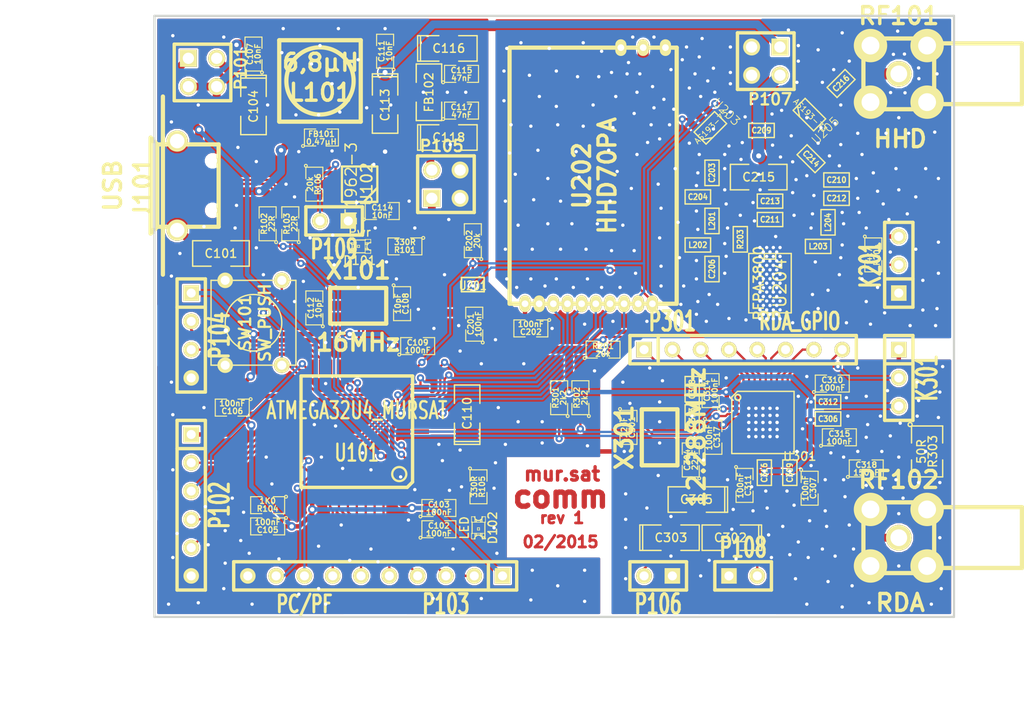
<source format=kicad_pcb>
(kicad_pcb (version 3) (host pcbnew "(22-Jun-2014 BZR 4027)-stable")

  (general
    (links 343)
    (no_connects 0)
    (area 87.885001 118.8212 180.301901 185.4469)
    (thickness 1.6)
    (drawings 17)
    (tracks 2305)
    (zones 0)
    (modules 97)
    (nets 83)
  )

  (page A3)
  (title_block 
    (title comm)
    (rev 1)
    (company "mur.sat - A Space Art Project")
  )

  (layers
    (15 F.Cu signal)
    (0 B.Cu signal)
    (16 B.Adhes user)
    (17 F.Adhes user)
    (18 B.Paste user)
    (19 F.Paste user)
    (20 B.SilkS user)
    (21 F.SilkS user)
    (22 B.Mask user)
    (23 F.Mask user)
    (24 Dwgs.User user)
    (25 Cmts.User user)
    (26 Eco1.User user)
    (27 Eco2.User user)
    (28 Edge.Cuts user)
  )

  (setup
    (last_trace_width 0.2032)
    (user_trace_width 0.2032)
    (user_trace_width 0.3988)
    (user_trace_width 0.701)
    (user_trace_width 1.0008)
    (user_trace_width 1.8009)
    (trace_clearance 0.1524)
    (zone_clearance 0.1524)
    (zone_45_only no)
    (trace_min 0.1524)
    (segment_width 0.2)
    (edge_width 0.2)
    (via_size 0.6502)
    (via_drill 0.3023)
    (via_min_size 0.5004)
    (via_min_drill 0.3023)
    (user_via 0.6502 0.3023)
    (user_via 0.7493 0.3988)
    (user_via 0.95 0.3988)
    (user_via 1.1989 0.4496)
    (user_via 1.999 0.5004)
    (uvia_size 0.508)
    (uvia_drill 0.127)
    (uvias_allowed no)
    (uvia_min_size 0.508)
    (uvia_min_drill 0.127)
    (pcb_text_width 0.3)
    (pcb_text_size 1.5 1.5)
    (mod_edge_width 0.15)
    (mod_text_size 1 1)
    (mod_text_width 0.15)
    (pad_size 1.5 1.5)
    (pad_drill 0.6)
    (pad_to_mask_clearance 0)
    (aux_axis_origin 0 0)
    (visible_elements 7FFFFFFF)
    (pcbplotparams
      (layerselection 3178497)
      (usegerberextensions true)
      (excludeedgelayer true)
      (linewidth 0.150000)
      (plotframeref false)
      (viasonmask false)
      (mode 1)
      (useauxorigin false)
      (hpglpennumber 1)
      (hpglpenspeed 20)
      (hpglpendiameter 15)
      (hpglpenoverlay 2)
      (psnegative false)
      (psa4output false)
      (plotreference true)
      (plotvalue true)
      (plotothertext true)
      (plotinvisibletext false)
      (padsonsilk false)
      (subtractmaskfromsilk false)
      (outputformat 1)
      (mirror false)
      (drillshape 1)
      (scaleselection 1)
      (outputdirectory ""))
  )

  (net 0 "")
  (net 1 /5V_PWR)
  (net 2 /5V_PWR_FLT)
  (net 3 /INT_PWR)
  (net 4 /PC6)
  (net 5 /PC7)
  (net 6 /PD4)
  (net 7 /PD5)
  (net 8 /PD6)
  (net 9 /PD7)
  (net 10 /PF0)
  (net 11 /PF1)
  (net 12 /PF4)
  (net 13 /PF5)
  (net 14 /PF6)
  (net 15 /PF7)
  (net 16 /RxD)
  (net 17 /TxD)
  (net 18 /USB_GND)
  (net 19 /USB_PWR)
  (net 20 /hhd70/HHD_CS)
  (net 21 /hhd70/HHD_GDO0)
  (net 22 /hhd70/HHD_GDO2)
  (net 23 /hhd70/HHD_HF)
  (net 24 /hhd70/HHD_MISO)
  (net 25 /hhd70/HHD_MOSI)
  (net 26 /hhd70/HHD_RXTX)
  (net 27 /hhd70/HHD_SCLK)
  (net 28 /hhd70/PA_PWR)
  (net 29 /hhd70/PA_TEMP)
  (net 30 /hhd70/RE)
  (net 31 /rda1846/RDA_HF)
  (net 32 /rda1846/RDA_IN)
  (net 33 /rda1846/RDA_OUT)
  (net 34 /rda1846/RDA_SCL)
  (net 35 /rda1846/RDA_SDA)
  (net 36 GND)
  (net 37 N-0000018)
  (net 38 N-0000019)
  (net 39 N-0000020)
  (net 40 N-0000022)
  (net 41 N-0000023)
  (net 42 N-0000024)
  (net 43 N-0000027)
  (net 44 N-0000036)
  (net 45 N-0000041)
  (net 46 N-0000042)
  (net 47 N-0000047)
  (net 48 N-0000048)
  (net 49 N-0000049)
  (net 50 N-0000050)
  (net 51 N-0000051)
  (net 52 N-0000052)
  (net 53 N-0000053)
  (net 54 N-0000054)
  (net 55 N-0000055)
  (net 56 N-0000056)
  (net 57 N-0000058)
  (net 58 N-0000059)
  (net 59 N-0000060)
  (net 60 N-0000061)
  (net 61 N-0000062)
  (net 62 N-0000063)
  (net 63 N-0000064)
  (net 64 N-0000065)
  (net 65 N-0000067)
  (net 66 N-0000074)
  (net 67 N-0000075)
  (net 68 N-0000076)
  (net 69 N-0000077)
  (net 70 N-0000078)
  (net 71 N-0000079)
  (net 72 N-0000080)
  (net 73 N-0000081)
  (net 74 N-0000082)
  (net 75 N-0000083)
  (net 76 N-0000084)
  (net 77 N-0000085)
  (net 78 N-0000086)
  (net 79 N-0000087)
  (net 80 N-0000088)
  (net 81 N-0000089)
  (net 82 VCC)

  (net_class Default "Dies ist die voreingestellte Netzklasse."
    (clearance 0.1524)
    (trace_width 0.2032)
    (via_dia 0.6502)
    (via_drill 0.3023)
    (uvia_dia 0.508)
    (uvia_drill 0.127)
    (add_net "")
    (add_net /5V_PWR)
    (add_net /5V_PWR_FLT)
    (add_net /INT_PWR)
    (add_net /PC6)
    (add_net /PC7)
    (add_net /PD4)
    (add_net /PD5)
    (add_net /PD6)
    (add_net /PD7)
    (add_net /PF0)
    (add_net /PF1)
    (add_net /PF4)
    (add_net /PF5)
    (add_net /PF6)
    (add_net /PF7)
    (add_net /RxD)
    (add_net /TxD)
    (add_net /USB_GND)
    (add_net /USB_PWR)
    (add_net /hhd70/HHD_CS)
    (add_net /hhd70/HHD_GDO0)
    (add_net /hhd70/HHD_GDO2)
    (add_net /hhd70/HHD_HF)
    (add_net /hhd70/HHD_MISO)
    (add_net /hhd70/HHD_MOSI)
    (add_net /hhd70/HHD_RXTX)
    (add_net /hhd70/HHD_SCLK)
    (add_net /hhd70/PA_PWR)
    (add_net /hhd70/PA_TEMP)
    (add_net /hhd70/RE)
    (add_net /rda1846/RDA_HF)
    (add_net /rda1846/RDA_IN)
    (add_net /rda1846/RDA_OUT)
    (add_net /rda1846/RDA_SCL)
    (add_net /rda1846/RDA_SDA)
    (add_net GND)
    (add_net N-0000018)
    (add_net N-0000019)
    (add_net N-0000020)
    (add_net N-0000022)
    (add_net N-0000023)
    (add_net N-0000024)
    (add_net N-0000027)
    (add_net N-0000036)
    (add_net N-0000041)
    (add_net N-0000042)
    (add_net N-0000047)
    (add_net N-0000048)
    (add_net N-0000049)
    (add_net N-0000050)
    (add_net N-0000051)
    (add_net N-0000052)
    (add_net N-0000053)
    (add_net N-0000054)
    (add_net N-0000055)
    (add_net N-0000056)
    (add_net N-0000058)
    (add_net N-0000059)
    (add_net N-0000060)
    (add_net N-0000061)
    (add_net N-0000062)
    (add_net N-0000063)
    (add_net N-0000064)
    (add_net N-0000065)
    (add_net N-0000067)
    (add_net N-0000074)
    (add_net N-0000075)
    (add_net N-0000076)
    (add_net N-0000077)
    (add_net N-0000078)
    (add_net N-0000079)
    (add_net N-0000080)
    (add_net N-0000081)
    (add_net N-0000082)
    (add_net N-0000083)
    (add_net N-0000084)
    (add_net N-0000085)
    (add_net N-0000086)
    (add_net N-0000087)
    (add_net N-0000088)
    (add_net N-0000089)
    (add_net VCC)
  )

  (module we_coil_m (layer F.Cu) (tedit 4F73B89F) (tstamp 54DAB973)
    (at 116.967 125.73)
    (path /54DAA783)
    (fp_text reference L101 (at 0.0508 1.0414) (layer F.SilkS)
      (effects (font (size 1.524 1.524) (thickness 0.3048)))
    )
    (fp_text value 6,8µH (at 0.0508 -1.651) (layer F.SilkS)
      (effects (font (size 1.524 1.524) (thickness 0.3048)))
    )
    (fp_circle (center 0 0) (end 1.778 2.4384) (layer F.SilkS) (width 0.381))
    (fp_line (start -3.6576 -3.6576) (end 3.6576 -3.6576) (layer F.SilkS) (width 0.381))
    (fp_line (start 3.6576 -3.6576) (end 3.6576 3.6576) (layer F.SilkS) (width 0.381))
    (fp_line (start 3.6576 3.6576) (end -3.6576 3.6576) (layer F.SilkS) (width 0.381))
    (fp_line (start -3.6576 3.6576) (end -3.6576 -3.6576) (layer F.SilkS) (width 0.381))
    (pad 1 smd rect (at -2.99974 0) (size 1.99898 1.69926)
      (layers F.Cu F.Paste F.Mask)
      (net 1 /5V_PWR)
    )
    (pad 2 smd rect (at 2.99974 0) (size 1.99898 1.69926)
      (layers F.Cu F.Paste F.Mask)
      (net 2 /5V_PWR_FLT)
    )
  )

  (module USB_MICRO_AB (layer F.Cu) (tedit 520D1806) (tstamp 54DAB992)
    (at 102.87 135.128)
    (path /54DAA9CE)
    (fp_text reference J101 (at -1.80086 0.20066 90) (layer F.SilkS)
      (effects (font (size 1.524 1.524) (thickness 0.3048)))
    )
    (fp_text value USB (at -4.50088 0 90) (layer F.SilkS)
      (effects (font (size 1.524 1.524) (thickness 0.3048)))
    )
    (fp_line (start 0.8001 3.70078) (end 0.8001 4.30022) (layer F.SilkS) (width 0.381))
    (fp_line (start 0.8001 4.30022) (end 1.80086 4.30022) (layer F.SilkS) (width 0.381))
    (fp_line (start 1.80086 4.30022) (end 1.80086 3.79984) (layer F.SilkS) (width 0.381))
    (fp_line (start 0.8001 -3.79984) (end 0.8001 -4.30022) (layer F.SilkS) (width 0.381))
    (fp_line (start 0.8001 -4.30022) (end 1.80086 -4.30022) (layer F.SilkS) (width 0.381))
    (fp_line (start 1.80086 -4.30022) (end 1.80086 -3.70078) (layer F.SilkS) (width 0.381))
    (fp_line (start -0.50038 -3.70078) (end -1.09982 -4.30022) (layer F.SilkS) (width 0.381))
    (fp_line (start -1.09982 -4.30022) (end -1.09982 4.30022) (layer F.SilkS) (width 0.381))
    (fp_line (start -1.09982 4.30022) (end -0.50038 3.70078) (layer F.SilkS) (width 0.381))
    (fp_line (start 5.00126 -3.70078) (end 5.00126 3.70078) (layer F.SilkS) (width 0.381))
    (fp_line (start 5.00126 3.70078) (end -0.50038 3.70078) (layer F.SilkS) (width 0.381))
    (fp_line (start -0.50038 3.70078) (end -0.50038 -3.70078) (layer F.SilkS) (width 0.381))
    (fp_line (start -0.50038 -3.70078) (end 5.00126 -3.70078) (layer F.SilkS) (width 0.381))
    (fp_line (start 0 -8.001) (end 0 8.001) (layer F.SilkS) (width 0.381))
    (pad 5 smd rect (at 1.4605 1.15062) (size 1.89992 1.80086)
      (layers F.Cu F.Paste F.Mask)
      (net 39 N-0000020)
    )
    (pad 6 smd rect (at 1.4605 -1.15062) (size 1.89992 1.80086)
      (layers F.Cu F.Paste F.Mask)
      (net 39 N-0000020)
    )
    (pad 6 smd rect (at 1.28016 -3.4417) (size 1.89992 1.49098)
      (layers F.Cu F.Paste F.Mask)
      (net 39 N-0000020)
    )
    (pad 5 smd rect (at 1.28016 3.4417) (size 1.89992 1.49098)
      (layers F.Cu F.Paste F.Mask)
      (net 39 N-0000020)
    )
    (pad 6 thru_hole circle (at 1.28016 -4.0005) (size 1.89992 1.89992) (drill 1.30048)
      (layers *.Cu *.Mask F.SilkS)
      (net 39 N-0000020)
    )
    (pad 5 thru_hole circle (at 1.28016 4.0005) (size 1.89992 1.89992) (drill 1.30048)
      (layers *.Cu *.Mask F.SilkS)
      (net 39 N-0000020)
    )
    (pad "" np_thru_hole circle (at 4.46024 -2.22504) (size 0.8001 0.8001) (drill 0.8001)
      (layers *.Cu)
      (clearance 0.30226)
    )
    (pad "" np_thru_hole circle (at 4.46024 2.22504) (size 0.8001 0.8001) (drill 0.8001)
      (layers *.Cu)
      (clearance 0.30226)
    )
    (pad 3 smd rect (at 4.31038 0) (size 1.34874 0.39878)
      (layers F.Cu F.Paste F.Mask)
      (net 42 N-0000024)
      (clearance 0.09906)
    )
    (pad 2 smd rect (at 4.31038 -0.65024) (size 1.34874 0.39878)
      (layers F.Cu F.Paste F.Mask)
      (net 47 N-0000047)
      (clearance 0.09906)
    )
    (pad 1 smd rect (at 4.31038 -1.30048) (size 1.34874 0.39878)
      (layers F.Cu F.Paste F.Mask)
      (net 19 /USB_PWR)
      (clearance 0.09906)
    )
    (pad "" smd rect (at 4.31038 0.65024) (size 1.34874 0.39878)
      (layers F.Cu F.Paste F.Mask)
      (clearance 0.09906)
    )
    (pad 4 smd rect (at 4.31038 1.30048) (size 1.34874 0.39878)
      (layers F.Cu F.Paste F.Mask)
      (net 18 /USB_GND)
      (clearance 0.09906)
    )
  )

  (module TQFP44 (layer F.Cu) (tedit 200000) (tstamp 54DAB9C8)
    (at 120.269 157.226 180)
    (path /54DAA9D5)
    (attr smd)
    (fp_text reference U101 (at 0 -1.905 180) (layer F.SilkS)
      (effects (font (size 1.524 1.016) (thickness 0.2032)))
    )
    (fp_text value ATMEGA32U4_MURSAT (at 0 1.905 180) (layer F.SilkS)
      (effects (font (size 1.524 1.016) (thickness 0.2032)))
    )
    (fp_line (start 5.0038 -5.0038) (end 5.0038 5.0038) (layer F.SilkS) (width 0.3048))
    (fp_line (start 5.0038 5.0038) (end -5.0038 5.0038) (layer F.SilkS) (width 0.3048))
    (fp_line (start -5.0038 -4.5212) (end -5.0038 5.0038) (layer F.SilkS) (width 0.3048))
    (fp_line (start -4.5212 -5.0038) (end 5.0038 -5.0038) (layer F.SilkS) (width 0.3048))
    (fp_line (start -5.0038 -4.5212) (end -4.5212 -5.0038) (layer F.SilkS) (width 0.3048))
    (fp_circle (center -3.81 -3.81) (end -3.81 -3.175) (layer F.SilkS) (width 0.2032))
    (pad 39 smd rect (at 0 -5.715 180) (size 0.4064 1.524)
      (layers F.Cu F.Paste F.Mask)
      (net 12 /PF4)
    )
    (pad 40 smd rect (at -0.8001 -5.715 180) (size 0.4064 1.524)
      (layers F.Cu F.Paste F.Mask)
      (net 11 /PF1)
    )
    (pad 41 smd rect (at -1.6002 -5.715 180) (size 0.4064 1.524)
      (layers F.Cu F.Paste F.Mask)
      (net 10 /PF0)
    )
    (pad 42 smd rect (at -2.4003 -5.715 180) (size 0.4064 1.524)
      (layers F.Cu F.Paste F.Mask)
      (net 48 N-0000048)
    )
    (pad 43 smd rect (at -3.2004 -5.715 180) (size 0.4064 1.524)
      (layers F.Cu F.Paste F.Mask)
      (net 36 GND)
    )
    (pad 44 smd rect (at -4.0005 -5.715 180) (size 0.4064 1.524)
      (layers F.Cu F.Paste F.Mask)
      (net 82 VCC)
    )
    (pad 38 smd rect (at 0.8001 -5.715 180) (size 0.4064 1.524)
      (layers F.Cu F.Paste F.Mask)
      (net 13 /PF5)
    )
    (pad 37 smd rect (at 1.6002 -5.715 180) (size 0.4064 1.524)
      (layers F.Cu F.Paste F.Mask)
      (net 14 /PF6)
    )
    (pad 36 smd rect (at 2.4003 -5.715 180) (size 0.4064 1.524)
      (layers F.Cu F.Paste F.Mask)
      (net 15 /PF7)
    )
    (pad 35 smd rect (at 3.2004 -5.715 180) (size 0.4064 1.524)
      (layers F.Cu F.Paste F.Mask)
      (net 36 GND)
    )
    (pad 34 smd rect (at 4.0005 -5.715 180) (size 0.4064 1.524)
      (layers F.Cu F.Paste F.Mask)
      (net 82 VCC)
    )
    (pad 17 smd rect (at 0 5.715 180) (size 0.4064 1.524)
      (layers F.Cu F.Paste F.Mask)
      (net 43 N-0000027)
    )
    (pad 16 smd rect (at -0.8001 5.715 180) (size 0.4064 1.524)
      (layers F.Cu F.Paste F.Mask)
      (net 52 N-0000052)
    )
    (pad 15 smd rect (at -1.6002 5.715 180) (size 0.4064 1.524)
      (layers F.Cu F.Paste F.Mask)
      (net 36 GND)
    )
    (pad 14 smd rect (at -2.4003 5.715 180) (size 0.4064 1.524)
      (layers F.Cu F.Paste F.Mask)
      (net 82 VCC)
    )
    (pad 13 smd rect (at -3.2004 5.715 180) (size 0.4064 1.524)
      (layers F.Cu F.Paste F.Mask)
      (net 53 N-0000053)
    )
    (pad 12 smd rect (at -4.0005 5.715 180) (size 0.4064 1.524)
      (layers F.Cu F.Paste F.Mask)
      (net 26 /hhd70/HHD_RXTX)
    )
    (pad 18 smd rect (at 0.8001 5.715 180) (size 0.4064 1.524)
      (layers F.Cu F.Paste F.Mask)
      (net 34 /rda1846/RDA_SCL)
    )
    (pad 19 smd rect (at 1.6002 5.715 180) (size 0.4064 1.524)
      (layers F.Cu F.Paste F.Mask)
      (net 35 /rda1846/RDA_SDA)
    )
    (pad 20 smd rect (at 2.4003 5.715 180) (size 0.4064 1.524)
      (layers F.Cu F.Paste F.Mask)
      (net 16 /RxD)
    )
    (pad 21 smd rect (at 3.2004 5.715 180) (size 0.4064 1.524)
      (layers F.Cu F.Paste F.Mask)
      (net 17 /TxD)
    )
    (pad 22 smd rect (at 4.0005 5.715 180) (size 0.4064 1.524)
      (layers F.Cu F.Paste F.Mask)
      (net 7 /PD5)
    )
    (pad 6 smd rect (at -5.715 0 180) (size 1.524 0.4064)
      (layers F.Cu F.Paste F.Mask)
      (net 38 N-0000019)
    )
    (pad 28 smd rect (at 5.715 0 180) (size 1.524 0.4064)
      (layers F.Cu F.Paste F.Mask)
      (net 21 /hhd70/HHD_GDO0)
    )
    (pad 7 smd rect (at -5.715 0.8001 180) (size 1.524 0.4064)
      (layers F.Cu F.Paste F.Mask)
      (net 19 /USB_PWR)
    )
    (pad 27 smd rect (at 5.715 0.8001 180) (size 1.524 0.4064)
      (layers F.Cu F.Paste F.Mask)
      (net 9 /PD7)
    )
    (pad 26 smd rect (at 5.715 1.6002 180) (size 1.524 0.4064)
      (layers F.Cu F.Paste F.Mask)
      (net 8 /PD6)
    )
    (pad 8 smd rect (at -5.715 1.6002 180) (size 1.524 0.4064)
      (layers F.Cu F.Paste F.Mask)
      (net 20 /hhd70/HHD_CS)
    )
    (pad 9 smd rect (at -5.715 2.4003 180) (size 1.524 0.4064)
      (layers F.Cu F.Paste F.Mask)
      (net 27 /hhd70/HHD_SCLK)
    )
    (pad 25 smd rect (at 5.715 2.4003 180) (size 1.524 0.4064)
      (layers F.Cu F.Paste F.Mask)
      (net 6 /PD4)
    )
    (pad 24 smd rect (at 5.715 3.2004 180) (size 1.524 0.4064)
      (layers F.Cu F.Paste F.Mask)
      (net 82 VCC)
    )
    (pad 10 smd rect (at -5.715 3.2004 180) (size 1.524 0.4064)
      (layers F.Cu F.Paste F.Mask)
      (net 25 /hhd70/HHD_MOSI)
    )
    (pad 11 smd rect (at -5.715 4.0005 180) (size 1.524 0.4064)
      (layers F.Cu F.Paste F.Mask)
      (net 24 /hhd70/HHD_MISO)
    )
    (pad 23 smd rect (at 5.715 4.0005 180) (size 1.524 0.4064)
      (layers F.Cu F.Paste F.Mask)
      (net 36 GND)
    )
    (pad 29 smd rect (at 5.715 -0.8001 180) (size 1.524 0.4064)
      (layers F.Cu F.Paste F.Mask)
      (net 22 /hhd70/HHD_GDO2)
    )
    (pad 5 smd rect (at -5.715 -0.8001 180) (size 1.524 0.4064)
      (layers F.Cu F.Paste F.Mask)
      (net 36 GND)
    )
    (pad 4 smd rect (at -5.715 -1.6002 180) (size 1.524 0.4064)
      (layers F.Cu F.Paste F.Mask)
      (net 40 N-0000022)
    )
    (pad 30 smd rect (at 5.715 -1.6002 180) (size 1.524 0.4064)
      (layers F.Cu F.Paste F.Mask)
      (net 29 /hhd70/PA_TEMP)
    )
    (pad 31 smd rect (at 5.715 -2.4003 180) (size 1.524 0.4064)
      (layers F.Cu F.Paste F.Mask)
      (net 4 /PC6)
    )
    (pad 3 smd rect (at -5.715 -2.4003 180) (size 1.524 0.4064)
      (layers F.Cu F.Paste F.Mask)
      (net 41 N-0000023)
    )
    (pad 2 smd rect (at -5.715 -3.2004 180) (size 1.524 0.4064)
      (layers F.Cu F.Paste F.Mask)
      (net 19 /USB_PWR)
    )
    (pad 32 smd rect (at 5.715 -3.2004 180) (size 1.524 0.4064)
      (layers F.Cu F.Paste F.Mask)
      (net 5 /PC7)
    )
    (pad 33 smd rect (at 5.715 -4.0005 180) (size 1.524 0.4064)
      (layers F.Cu F.Paste F.Mask)
      (net 49 N-0000049)
    )
    (pad 1 smd rect (at -5.715 -4.0005 180) (size 1.524 0.4064)
      (layers F.Cu F.Paste F.Mask)
      (net 50 N-0000050)
    )
  )

  (module TE_SMA_RE (layer F.Cu) (tedit 4F73ABC4) (tstamp 54DAB9D8)
    (at 168.91 125.095)
    (path /54DAAFA1)
    (fp_text reference RF101 (at 0 -5.207) (layer F.SilkS)
      (effects (font (size 1.524 1.524) (thickness 0.3048)))
    )
    (fp_text value HHD (at 0.127 5.842) (layer F.SilkS)
      (effects (font (size 1.524 1.524) (thickness 0.3048)))
    )
    (fp_line (start 3.2004 -2.7432) (end 11.049 -2.7432) (layer F.SilkS) (width 0.381))
    (fp_line (start 11.049 -2.7432) (end 11.049 2.7178) (layer F.SilkS) (width 0.381))
    (fp_line (start 11.049 2.7178) (end 3.175 2.7178) (layer F.SilkS) (width 0.381))
    (fp_line (start -3.175 -3.175) (end 3.175 -3.175) (layer F.SilkS) (width 0.381))
    (fp_line (start 3.175 -3.175) (end 3.175 3.175) (layer F.SilkS) (width 0.381))
    (fp_line (start 3.175 3.175) (end -3.175 3.175) (layer F.SilkS) (width 0.381))
    (fp_line (start -3.175 3.175) (end -3.175 -3.175) (layer F.SilkS) (width 0.381))
    (pad 1 thru_hole circle (at -2.54 -2.54) (size 2.99974 2.99974) (drill 1.6002)
      (layers *.Cu *.Mask F.SilkS)
      (net 36 GND)
    )
    (pad 2 thru_hole circle (at 2.54 -2.54) (size 2.99974 2.99974) (drill 1.6002)
      (layers *.Cu *.Mask F.SilkS)
      (net 36 GND)
    )
    (pad 3 thru_hole circle (at 2.54 2.54) (size 2.99974 2.99974) (drill 1.6002)
      (layers *.Cu *.Mask F.SilkS)
      (net 36 GND)
    )
    (pad 4 thru_hole circle (at -2.54 2.54) (size 2.99974 2.99974) (drill 1.6002)
      (layers *.Cu *.Mask F.SilkS)
      (net 36 GND)
    )
    (pad 5 thru_hole circle (at 0 0) (size 2.30124 2.30124) (drill 1.50114)
      (layers *.Cu *.Mask F.SilkS)
      (net 23 /hhd70/HHD_HF)
    )
  )

  (module TE_SMA_RE (layer F.Cu) (tedit 4F73ABC4) (tstamp 54DAB9E8)
    (at 168.91 166.751)
    (path /54DAB002)
    (fp_text reference RF102 (at 0 -5.207) (layer F.SilkS)
      (effects (font (size 1.524 1.524) (thickness 0.3048)))
    )
    (fp_text value RDA (at 0.127 5.842) (layer F.SilkS)
      (effects (font (size 1.524 1.524) (thickness 0.3048)))
    )
    (fp_line (start 3.2004 -2.7432) (end 11.049 -2.7432) (layer F.SilkS) (width 0.381))
    (fp_line (start 11.049 -2.7432) (end 11.049 2.7178) (layer F.SilkS) (width 0.381))
    (fp_line (start 11.049 2.7178) (end 3.175 2.7178) (layer F.SilkS) (width 0.381))
    (fp_line (start -3.175 -3.175) (end 3.175 -3.175) (layer F.SilkS) (width 0.381))
    (fp_line (start 3.175 -3.175) (end 3.175 3.175) (layer F.SilkS) (width 0.381))
    (fp_line (start 3.175 3.175) (end -3.175 3.175) (layer F.SilkS) (width 0.381))
    (fp_line (start -3.175 3.175) (end -3.175 -3.175) (layer F.SilkS) (width 0.381))
    (pad 1 thru_hole circle (at -2.54 -2.54) (size 2.99974 2.99974) (drill 1.6002)
      (layers *.Cu *.Mask F.SilkS)
      (net 36 GND)
    )
    (pad 2 thru_hole circle (at 2.54 -2.54) (size 2.99974 2.99974) (drill 1.6002)
      (layers *.Cu *.Mask F.SilkS)
      (net 36 GND)
    )
    (pad 3 thru_hole circle (at 2.54 2.54) (size 2.99974 2.99974) (drill 1.6002)
      (layers *.Cu *.Mask F.SilkS)
      (net 36 GND)
    )
    (pad 4 thru_hole circle (at -2.54 2.54) (size 2.99974 2.99974) (drill 1.6002)
      (layers *.Cu *.Mask F.SilkS)
      (net 36 GND)
    )
    (pad 5 thru_hole circle (at 0 0) (size 2.30124 2.30124) (drill 1.50114)
      (layers *.Cu *.Mask F.SilkS)
      (net 31 /rda1846/RDA_HF)
    )
  )

  (module SW_PUSH_SMALL (layer F.Cu) (tedit 46544DB3) (tstamp 54DAB9F5)
    (at 110.998 147.447 90)
    (path /54DAA938)
    (fp_text reference SW101 (at 0 -0.762 90) (layer F.SilkS)
      (effects (font (size 1.016 1.016) (thickness 0.2032)))
    )
    (fp_text value SW_PUSH (at 0 1.016 90) (layer F.SilkS)
      (effects (font (size 1.016 1.016) (thickness 0.2032)))
    )
    (fp_circle (center 0 0) (end 0 -2.54) (layer F.SilkS) (width 0.127))
    (fp_line (start -3.81 -3.81) (end 3.81 -3.81) (layer F.SilkS) (width 0.127))
    (fp_line (start 3.81 -3.81) (end 3.81 3.81) (layer F.SilkS) (width 0.127))
    (fp_line (start 3.81 3.81) (end -3.81 3.81) (layer F.SilkS) (width 0.127))
    (fp_line (start -3.81 -3.81) (end -3.81 3.81) (layer F.SilkS) (width 0.127))
    (pad 1 thru_hole circle (at 3.81 -2.54 90) (size 1.397 1.397) (drill 0.8128)
      (layers *.Cu *.Mask F.SilkS)
      (net 36 GND)
    )
    (pad 2 thru_hole circle (at 3.81 2.54 90) (size 1.397 1.397) (drill 0.8128)
      (layers *.Cu *.Mask F.SilkS)
      (net 53 N-0000053)
    )
    (pad 1 thru_hole circle (at -3.81 -2.54 90) (size 1.397 1.397) (drill 0.8128)
      (layers *.Cu *.Mask F.SilkS)
      (net 36 GND)
    )
    (pad 2 thru_hole circle (at -3.81 2.54 90) (size 1.397 1.397) (drill 0.8128)
      (layers *.Cu *.Mask F.SilkS)
      (net 53 N-0000053)
    )
  )

  (module SOT353 (layer F.Cu) (tedit 503FB44B) (tstamp 54DABA02)
    (at 130.683 144.018 270)
    (descr SOT353)
    (path /54DA8D44/502BE21D)
    (attr smd)
    (fp_text reference U201 (at 0.09906 0 360) (layer F.SilkS)
      (effects (font (size 0.762 0.635) (thickness 0.127)))
    )
    (fp_text value NL17ST04 (at 0.09906 0 360) (layer F.SilkS) hide
      (effects (font (size 0.762 0.635) (thickness 0.127)))
    )
    (fp_line (start 0.635 1.016) (end 0.635 -1.016) (layer F.SilkS) (width 0.1524))
    (fp_line (start 0.635 -1.016) (end -0.635 -1.016) (layer F.SilkS) (width 0.1524))
    (fp_line (start -0.635 -1.016) (end -0.635 1.016) (layer F.SilkS) (width 0.1524))
    (fp_line (start -0.635 1.016) (end 0.635 1.016) (layer F.SilkS) (width 0.1524))
    (pad 1 smd rect (at -1.016 -0.635 270) (size 0.508 0.3048)
      (layers F.Cu F.Paste F.Mask)
    )
    (pad 3 smd rect (at -1.016 0.635 270) (size 0.508 0.3048)
      (layers F.Cu F.Paste F.Mask)
      (net 36 GND)
    )
    (pad 5 smd rect (at 1.016 -0.635 270) (size 0.508 0.3048)
      (layers F.Cu F.Paste F.Mask)
      (net 82 VCC)
    )
    (pad 2 smd rect (at -1.016 0 270) (size 0.508 0.3048)
      (layers F.Cu F.Paste F.Mask)
      (net 26 /hhd70/HHD_RXTX)
    )
    (pad 4 smd rect (at 1.016 0.635 270) (size 0.508 0.3048)
      (layers F.Cu F.Paste F.Mask)
      (net 30 /hhd70/RE)
    )
    (model smd/SOT23_5.wrl
      (at (xyz 0 0 0))
      (scale (xyz 0.07000000000000001 0.09 0.08))
      (rotate (xyz 0 0 90))
    )
  )

  (module SOT23_6 (layer F.Cu) (tedit 4ECF791C) (tstamp 54DABA11)
    (at 152.019 129.921 45)
    (path /54DA8D44/50340857)
    (fp_text reference U203 (at 1.99898 0 135) (layer F.SilkS)
      (effects (font (size 0.762 0.762) (thickness 0.0762)))
    )
    (fp_text value AS193-73 (at 0.0635 0 45) (layer F.SilkS)
      (effects (font (size 0.50038 0.50038) (thickness 0.0762)))
    )
    (fp_line (start -0.508 0.762) (end -1.27 0.254) (layer F.SilkS) (width 0.127))
    (fp_line (start 1.27 0.762) (end -1.3335 0.762) (layer F.SilkS) (width 0.127))
    (fp_line (start -1.3335 0.762) (end -1.3335 -0.762) (layer F.SilkS) (width 0.127))
    (fp_line (start -1.3335 -0.762) (end 1.27 -0.762) (layer F.SilkS) (width 0.127))
    (fp_line (start 1.27 -0.762) (end 1.27 0.762) (layer F.SilkS) (width 0.127))
    (pad 6 smd rect (at -0.9525 -1.27 45) (size 0.70104 1.00076)
      (layers F.Cu F.Paste F.Mask)
      (net 26 /hhd70/HHD_RXTX)
    )
    (pad 5 smd rect (at 0 -1.27 45) (size 0.70104 1.00076)
      (layers F.Cu F.Paste F.Mask)
      (net 54 N-0000054)
    )
    (pad 4 smd rect (at 0.9525 -1.27 45) (size 0.70104 1.00076)
      (layers F.Cu F.Paste F.Mask)
      (net 30 /hhd70/RE)
    )
    (pad 3 smd rect (at 0.9525 1.27 45) (size 0.70104 1.00076)
      (layers F.Cu F.Paste F.Mask)
      (net 63 N-0000064)
    )
    (pad 2 smd rect (at 0 1.27 45) (size 0.70104 1.00076)
      (layers F.Cu F.Paste F.Mask)
      (net 36 GND)
    )
    (pad 1 smd rect (at -0.9525 1.27 45) (size 0.70104 1.00076)
      (layers F.Cu F.Paste F.Mask)
      (net 56 N-0000056)
    )
    (model smd/SOT23_6.wrl
      (at (xyz 0 0 0))
      (scale (xyz 0.11 0.11 0.11))
      (rotate (xyz 0 0 0))
    )
  )

  (module SOT23_6 (layer F.Cu) (tedit 4ECF791C) (tstamp 54DABA20)
    (at 160.909 128.778 315)
    (path /54DA8D44/502BA760)
    (fp_text reference U205 (at 1.99898 0 405) (layer F.SilkS)
      (effects (font (size 0.762 0.762) (thickness 0.0762)))
    )
    (fp_text value AS193-73 (at 0.0635 0 315) (layer F.SilkS)
      (effects (font (size 0.50038 0.50038) (thickness 0.0762)))
    )
    (fp_line (start -0.508 0.762) (end -1.27 0.254) (layer F.SilkS) (width 0.127))
    (fp_line (start 1.27 0.762) (end -1.3335 0.762) (layer F.SilkS) (width 0.127))
    (fp_line (start -1.3335 0.762) (end -1.3335 -0.762) (layer F.SilkS) (width 0.127))
    (fp_line (start -1.3335 -0.762) (end 1.27 -0.762) (layer F.SilkS) (width 0.127))
    (fp_line (start 1.27 -0.762) (end 1.27 0.762) (layer F.SilkS) (width 0.127))
    (pad 6 smd rect (at -0.9525 -1.27 315) (size 0.70104 1.00076)
      (layers F.Cu F.Paste F.Mask)
      (net 30 /hhd70/RE)
    )
    (pad 5 smd rect (at 0 -1.27 315) (size 0.70104 1.00076)
      (layers F.Cu F.Paste F.Mask)
      (net 64 N-0000065)
    )
    (pad 4 smd rect (at 0.9525 -1.27 315) (size 0.70104 1.00076)
      (layers F.Cu F.Paste F.Mask)
      (net 26 /hhd70/HHD_RXTX)
    )
    (pad 3 smd rect (at 0.9525 1.27 315) (size 0.70104 1.00076)
      (layers F.Cu F.Paste F.Mask)
      (net 61 N-0000062)
    )
    (pad 2 smd rect (at 0 1.27 315) (size 0.70104 1.00076)
      (layers F.Cu F.Paste F.Mask)
      (net 36 GND)
    )
    (pad 1 smd rect (at -0.9525 1.27 315) (size 0.70104 1.00076)
      (layers F.Cu F.Paste F.Mask)
      (net 62 N-0000063)
    )
    (model smd/SOT23_6.wrl
      (at (xyz 0 0 0))
      (scale (xyz 0.11 0.11 0.11))
      (rotate (xyz 0 0 0))
    )
  )

  (module SM1210 (layer F.Cu) (tedit 42806E94) (tstamp 54DABA2D)
    (at 171.45 159.004 270)
    (tags "CMS SM")
    (path /54DA9306/50D39A23)
    (attr smd)
    (fp_text reference R303 (at 0 -0.508 270) (layer F.SilkS)
      (effects (font (size 0.762 0.762) (thickness 0.127)))
    )
    (fp_text value 50R (at 0 0.508 270) (layer F.SilkS)
      (effects (font (size 0.762 0.762) (thickness 0.127)))
    )
    (fp_circle (center -2.413 1.524) (end -2.286 1.397) (layer F.SilkS) (width 0.127))
    (fp_line (start -0.762 -1.397) (end -2.286 -1.397) (layer F.SilkS) (width 0.127))
    (fp_line (start -2.286 -1.397) (end -2.286 1.397) (layer F.SilkS) (width 0.127))
    (fp_line (start -2.286 1.397) (end -0.762 1.397) (layer F.SilkS) (width 0.127))
    (fp_line (start 0.762 1.397) (end 2.286 1.397) (layer F.SilkS) (width 0.127))
    (fp_line (start 2.286 1.397) (end 2.286 -1.397) (layer F.SilkS) (width 0.127))
    (fp_line (start 2.286 -1.397) (end 0.762 -1.397) (layer F.SilkS) (width 0.127))
    (pad 1 smd rect (at -1.524 0 270) (size 1.27 2.54)
      (layers F.Cu F.Paste F.Mask)
      (net 36 GND)
    )
    (pad 2 smd rect (at 1.524 0 270) (size 1.27 2.54)
      (layers F.Cu F.Paste F.Mask)
      (net 66 N-0000074)
    )
    (model smd/chip_cms.wrl
      (at (xyz 0 0 0))
      (scale (xyz 0.17 0.2 0.17))
      (rotate (xyz 0 0 0))
    )
  )

  (module SM1206POL (layer F.Cu) (tedit 42806E4C) (tstamp 54DABA3C)
    (at 128.524 122.809)
    (path /54DAA744)
    (attr smd)
    (fp_text reference C116 (at 0 0) (layer F.SilkS)
      (effects (font (size 0.762 0.762) (thickness 0.127)))
    )
    (fp_text value 10µF (at 0 0) (layer F.SilkS) hide
      (effects (font (size 0.762 0.762) (thickness 0.127)))
    )
    (fp_line (start -2.54 -1.143) (end -2.794 -1.143) (layer F.SilkS) (width 0.127))
    (fp_line (start -2.794 -1.143) (end -2.794 1.143) (layer F.SilkS) (width 0.127))
    (fp_line (start -2.794 1.143) (end -2.54 1.143) (layer F.SilkS) (width 0.127))
    (fp_line (start -2.54 -1.143) (end -2.54 1.143) (layer F.SilkS) (width 0.127))
    (fp_line (start -2.54 1.143) (end -0.889 1.143) (layer F.SilkS) (width 0.127))
    (fp_line (start 0.889 -1.143) (end 2.54 -1.143) (layer F.SilkS) (width 0.127))
    (fp_line (start 2.54 -1.143) (end 2.54 1.143) (layer F.SilkS) (width 0.127))
    (fp_line (start 2.54 1.143) (end 0.889 1.143) (layer F.SilkS) (width 0.127))
    (fp_line (start -0.889 -1.143) (end -2.54 -1.143) (layer F.SilkS) (width 0.127))
    (pad 1 smd rect (at -1.651 0) (size 1.524 2.032)
      (layers F.Cu F.Paste F.Mask)
      (net 46 N-0000042)
    )
    (pad 2 smd rect (at 1.651 0) (size 1.524 2.032)
      (layers F.Cu F.Paste F.Mask)
      (net 36 GND)
    )
    (model smd/chip_cms_pol.wrl
      (at (xyz 0 0 0))
      (scale (xyz 0.17 0.16 0.16))
      (rotate (xyz 0 0 0))
    )
  )

  (module SM1206POL (layer F.Cu) (tedit 42806E4C) (tstamp 54DABA4B)
    (at 110.998 128.016 270)
    (path /54DAA76B)
    (attr smd)
    (fp_text reference C104 (at 0 0 270) (layer F.SilkS)
      (effects (font (size 0.762 0.762) (thickness 0.127)))
    )
    (fp_text value 4,7µF (at 0 0 270) (layer F.SilkS) hide
      (effects (font (size 0.762 0.762) (thickness 0.127)))
    )
    (fp_line (start -2.54 -1.143) (end -2.794 -1.143) (layer F.SilkS) (width 0.127))
    (fp_line (start -2.794 -1.143) (end -2.794 1.143) (layer F.SilkS) (width 0.127))
    (fp_line (start -2.794 1.143) (end -2.54 1.143) (layer F.SilkS) (width 0.127))
    (fp_line (start -2.54 -1.143) (end -2.54 1.143) (layer F.SilkS) (width 0.127))
    (fp_line (start -2.54 1.143) (end -0.889 1.143) (layer F.SilkS) (width 0.127))
    (fp_line (start 0.889 -1.143) (end 2.54 -1.143) (layer F.SilkS) (width 0.127))
    (fp_line (start 2.54 -1.143) (end 2.54 1.143) (layer F.SilkS) (width 0.127))
    (fp_line (start 2.54 1.143) (end 0.889 1.143) (layer F.SilkS) (width 0.127))
    (fp_line (start -0.889 -1.143) (end -2.54 -1.143) (layer F.SilkS) (width 0.127))
    (pad 1 smd rect (at -1.651 0 270) (size 1.524 2.032)
      (layers F.Cu F.Paste F.Mask)
      (net 1 /5V_PWR)
    )
    (pad 2 smd rect (at 1.651 0 270) (size 1.524 2.032)
      (layers F.Cu F.Paste F.Mask)
      (net 18 /USB_GND)
    )
    (model smd/chip_cms_pol.wrl
      (at (xyz 0 0 0))
      (scale (xyz 0.17 0.16 0.16))
      (rotate (xyz 0 0 0))
    )
  )

  (module SM1206POL (layer F.Cu) (tedit 42806E4C) (tstamp 54DABA5A)
    (at 122.809 127.889 270)
    (path /54DAA771)
    (attr smd)
    (fp_text reference C113 (at 0 0 270) (layer F.SilkS)
      (effects (font (size 0.762 0.762) (thickness 0.127)))
    )
    (fp_text value 4,7µF (at 0 0 270) (layer F.SilkS) hide
      (effects (font (size 0.762 0.762) (thickness 0.127)))
    )
    (fp_line (start -2.54 -1.143) (end -2.794 -1.143) (layer F.SilkS) (width 0.127))
    (fp_line (start -2.794 -1.143) (end -2.794 1.143) (layer F.SilkS) (width 0.127))
    (fp_line (start -2.794 1.143) (end -2.54 1.143) (layer F.SilkS) (width 0.127))
    (fp_line (start -2.54 -1.143) (end -2.54 1.143) (layer F.SilkS) (width 0.127))
    (fp_line (start -2.54 1.143) (end -0.889 1.143) (layer F.SilkS) (width 0.127))
    (fp_line (start 0.889 -1.143) (end 2.54 -1.143) (layer F.SilkS) (width 0.127))
    (fp_line (start 2.54 -1.143) (end 2.54 1.143) (layer F.SilkS) (width 0.127))
    (fp_line (start 2.54 1.143) (end 0.889 1.143) (layer F.SilkS) (width 0.127))
    (fp_line (start -0.889 -1.143) (end -2.54 -1.143) (layer F.SilkS) (width 0.127))
    (pad 1 smd rect (at -1.651 0 270) (size 1.524 2.032)
      (layers F.Cu F.Paste F.Mask)
      (net 2 /5V_PWR_FLT)
    )
    (pad 2 smd rect (at 1.651 0 270) (size 1.524 2.032)
      (layers F.Cu F.Paste F.Mask)
      (net 36 GND)
    )
    (model smd/chip_cms_pol.wrl
      (at (xyz 0 0 0))
      (scale (xyz 0.17 0.16 0.16))
      (rotate (xyz 0 0 0))
    )
  )

  (module SM1206POL (layer F.Cu) (tedit 42806E4C) (tstamp 54DABA69)
    (at 148.463 166.751)
    (path /54DA9306/50D39D8A)
    (attr smd)
    (fp_text reference C303 (at 0 0) (layer F.SilkS)
      (effects (font (size 0.762 0.762) (thickness 0.127)))
    )
    (fp_text value 47µF (at 0 0) (layer F.SilkS) hide
      (effects (font (size 0.762 0.762) (thickness 0.127)))
    )
    (fp_line (start -2.54 -1.143) (end -2.794 -1.143) (layer F.SilkS) (width 0.127))
    (fp_line (start -2.794 -1.143) (end -2.794 1.143) (layer F.SilkS) (width 0.127))
    (fp_line (start -2.794 1.143) (end -2.54 1.143) (layer F.SilkS) (width 0.127))
    (fp_line (start -2.54 -1.143) (end -2.54 1.143) (layer F.SilkS) (width 0.127))
    (fp_line (start -2.54 1.143) (end -0.889 1.143) (layer F.SilkS) (width 0.127))
    (fp_line (start 0.889 -1.143) (end 2.54 -1.143) (layer F.SilkS) (width 0.127))
    (fp_line (start 2.54 -1.143) (end 2.54 1.143) (layer F.SilkS) (width 0.127))
    (fp_line (start 2.54 1.143) (end 0.889 1.143) (layer F.SilkS) (width 0.127))
    (fp_line (start -0.889 -1.143) (end -2.54 -1.143) (layer F.SilkS) (width 0.127))
    (pad 1 smd rect (at -1.651 0) (size 1.524 2.032)
      (layers F.Cu F.Paste F.Mask)
      (net 33 /rda1846/RDA_OUT)
    )
    (pad 2 smd rect (at 1.651 0) (size 1.524 2.032)
      (layers F.Cu F.Paste F.Mask)
      (net 68 N-0000076)
    )
    (model smd/chip_cms_pol.wrl
      (at (xyz 0 0 0))
      (scale (xyz 0.17 0.16 0.16))
      (rotate (xyz 0 0 0))
    )
  )

  (module SM1206POL (layer F.Cu) (tedit 42806E4C) (tstamp 54DABA78)
    (at 153.797 166.751 180)
    (path /54DA9306/50D39D7A)
    (attr smd)
    (fp_text reference C302 (at 0 0 180) (layer F.SilkS)
      (effects (font (size 0.762 0.762) (thickness 0.127)))
    )
    (fp_text value 47µF (at 0 0 180) (layer F.SilkS) hide
      (effects (font (size 0.762 0.762) (thickness 0.127)))
    )
    (fp_line (start -2.54 -1.143) (end -2.794 -1.143) (layer F.SilkS) (width 0.127))
    (fp_line (start -2.794 -1.143) (end -2.794 1.143) (layer F.SilkS) (width 0.127))
    (fp_line (start -2.794 1.143) (end -2.54 1.143) (layer F.SilkS) (width 0.127))
    (fp_line (start -2.54 -1.143) (end -2.54 1.143) (layer F.SilkS) (width 0.127))
    (fp_line (start -2.54 1.143) (end -0.889 1.143) (layer F.SilkS) (width 0.127))
    (fp_line (start 0.889 -1.143) (end 2.54 -1.143) (layer F.SilkS) (width 0.127))
    (fp_line (start 2.54 -1.143) (end 2.54 1.143) (layer F.SilkS) (width 0.127))
    (fp_line (start 2.54 1.143) (end 0.889 1.143) (layer F.SilkS) (width 0.127))
    (fp_line (start -0.889 -1.143) (end -2.54 -1.143) (layer F.SilkS) (width 0.127))
    (pad 1 smd rect (at -1.651 0 180) (size 1.524 2.032)
      (layers F.Cu F.Paste F.Mask)
      (net 32 /rda1846/RDA_IN)
    )
    (pad 2 smd rect (at 1.651 0 180) (size 1.524 2.032)
      (layers F.Cu F.Paste F.Mask)
      (net 67 N-0000075)
    )
    (model smd/chip_cms_pol.wrl
      (at (xyz 0 0 0))
      (scale (xyz 0.17 0.16 0.16))
      (rotate (xyz 0 0 0))
    )
  )

  (module SM1206POL (layer F.Cu) (tedit 42806E4C) (tstamp 54DABA87)
    (at 150.749 163.322 180)
    (path /54DA9306/50D39C7F)
    (attr smd)
    (fp_text reference C305 (at 0 0 180) (layer F.SilkS)
      (effects (font (size 0.762 0.762) (thickness 0.127)))
    )
    (fp_text value 47µF (at 0 0 180) (layer F.SilkS) hide
      (effects (font (size 0.762 0.762) (thickness 0.127)))
    )
    (fp_line (start -2.54 -1.143) (end -2.794 -1.143) (layer F.SilkS) (width 0.127))
    (fp_line (start -2.794 -1.143) (end -2.794 1.143) (layer F.SilkS) (width 0.127))
    (fp_line (start -2.794 1.143) (end -2.54 1.143) (layer F.SilkS) (width 0.127))
    (fp_line (start -2.54 -1.143) (end -2.54 1.143) (layer F.SilkS) (width 0.127))
    (fp_line (start -2.54 1.143) (end -0.889 1.143) (layer F.SilkS) (width 0.127))
    (fp_line (start 0.889 -1.143) (end 2.54 -1.143) (layer F.SilkS) (width 0.127))
    (fp_line (start 2.54 -1.143) (end 2.54 1.143) (layer F.SilkS) (width 0.127))
    (fp_line (start 2.54 1.143) (end 0.889 1.143) (layer F.SilkS) (width 0.127))
    (fp_line (start -0.889 -1.143) (end -2.54 -1.143) (layer F.SilkS) (width 0.127))
    (pad 1 smd rect (at -1.651 0 180) (size 1.524 2.032)
      (layers F.Cu F.Paste F.Mask)
      (net 80 N-0000088)
    )
    (pad 2 smd rect (at 1.651 0 180) (size 1.524 2.032)
      (layers F.Cu F.Paste F.Mask)
      (net 36 GND)
    )
    (model smd/chip_cms_pol.wrl
      (at (xyz 0 0 0))
      (scale (xyz 0.17 0.16 0.16))
      (rotate (xyz 0 0 0))
    )
  )

  (module SM1206POL (layer F.Cu) (tedit 42806E4C) (tstamp 54DABA96)
    (at 130.175 155.575 90)
    (path /54DAA91A)
    (attr smd)
    (fp_text reference C110 (at 0 0 90) (layer F.SilkS)
      (effects (font (size 0.762 0.762) (thickness 0.127)))
    )
    (fp_text value 1µF (at 0 0 90) (layer F.SilkS) hide
      (effects (font (size 0.762 0.762) (thickness 0.127)))
    )
    (fp_line (start -2.54 -1.143) (end -2.794 -1.143) (layer F.SilkS) (width 0.127))
    (fp_line (start -2.794 -1.143) (end -2.794 1.143) (layer F.SilkS) (width 0.127))
    (fp_line (start -2.794 1.143) (end -2.54 1.143) (layer F.SilkS) (width 0.127))
    (fp_line (start -2.54 -1.143) (end -2.54 1.143) (layer F.SilkS) (width 0.127))
    (fp_line (start -2.54 1.143) (end -0.889 1.143) (layer F.SilkS) (width 0.127))
    (fp_line (start 0.889 -1.143) (end 2.54 -1.143) (layer F.SilkS) (width 0.127))
    (fp_line (start 2.54 -1.143) (end 2.54 1.143) (layer F.SilkS) (width 0.127))
    (fp_line (start 2.54 1.143) (end 0.889 1.143) (layer F.SilkS) (width 0.127))
    (fp_line (start -0.889 -1.143) (end -2.54 -1.143) (layer F.SilkS) (width 0.127))
    (pad 1 smd rect (at -1.651 0 90) (size 1.524 2.032)
      (layers F.Cu F.Paste F.Mask)
      (net 38 N-0000019)
    )
    (pad 2 smd rect (at 1.651 0 90) (size 1.524 2.032)
      (layers F.Cu F.Paste F.Mask)
      (net 36 GND)
    )
    (model smd/chip_cms_pol.wrl
      (at (xyz 0 0 0))
      (scale (xyz 0.17 0.16 0.16))
      (rotate (xyz 0 0 0))
    )
  )

  (module SM1206POL (layer F.Cu) (tedit 42806E4C) (tstamp 54DABAA5)
    (at 128.524 130.81)
    (path /54DAA706)
    (attr smd)
    (fp_text reference C118 (at 0 0) (layer F.SilkS)
      (effects (font (size 0.762 0.762) (thickness 0.127)))
    )
    (fp_text value DNP (at 0 0) (layer F.SilkS) hide
      (effects (font (size 0.762 0.762) (thickness 0.127)))
    )
    (fp_line (start -2.54 -1.143) (end -2.794 -1.143) (layer F.SilkS) (width 0.127))
    (fp_line (start -2.794 -1.143) (end -2.794 1.143) (layer F.SilkS) (width 0.127))
    (fp_line (start -2.794 1.143) (end -2.54 1.143) (layer F.SilkS) (width 0.127))
    (fp_line (start -2.54 -1.143) (end -2.54 1.143) (layer F.SilkS) (width 0.127))
    (fp_line (start -2.54 1.143) (end -0.889 1.143) (layer F.SilkS) (width 0.127))
    (fp_line (start 0.889 -1.143) (end 2.54 -1.143) (layer F.SilkS) (width 0.127))
    (fp_line (start 2.54 -1.143) (end 2.54 1.143) (layer F.SilkS) (width 0.127))
    (fp_line (start 2.54 1.143) (end 0.889 1.143) (layer F.SilkS) (width 0.127))
    (fp_line (start -0.889 -1.143) (end -2.54 -1.143) (layer F.SilkS) (width 0.127))
    (pad 1 smd rect (at -1.651 0) (size 1.524 2.032)
      (layers F.Cu F.Paste F.Mask)
      (net 3 /INT_PWR)
    )
    (pad 2 smd rect (at 1.651 0) (size 1.524 2.032)
      (layers F.Cu F.Paste F.Mask)
      (net 36 GND)
    )
    (model smd/chip_cms_pol.wrl
      (at (xyz 0 0 0))
      (scale (xyz 0.17 0.16 0.16))
      (rotate (xyz 0 0 0))
    )
  )

  (module SM1206 (layer F.Cu) (tedit 42806E24) (tstamp 54DABAB1)
    (at 156.337 134.366 180)
    (path /54DA8D44/502C04E7)
    (attr smd)
    (fp_text reference C215 (at 0 0 180) (layer F.SilkS)
      (effects (font (size 0.762 0.762) (thickness 0.127)))
    )
    (fp_text value 10µF (at 0 0 180) (layer F.SilkS) hide
      (effects (font (size 0.762 0.762) (thickness 0.127)))
    )
    (fp_line (start -2.54 -1.143) (end -2.54 1.143) (layer F.SilkS) (width 0.127))
    (fp_line (start -2.54 1.143) (end -0.889 1.143) (layer F.SilkS) (width 0.127))
    (fp_line (start 0.889 -1.143) (end 2.54 -1.143) (layer F.SilkS) (width 0.127))
    (fp_line (start 2.54 -1.143) (end 2.54 1.143) (layer F.SilkS) (width 0.127))
    (fp_line (start 2.54 1.143) (end 0.889 1.143) (layer F.SilkS) (width 0.127))
    (fp_line (start -0.889 -1.143) (end -2.54 -1.143) (layer F.SilkS) (width 0.127))
    (pad 1 smd rect (at -1.651 0 180) (size 1.524 2.032)
      (layers F.Cu F.Paste F.Mask)
      (net 28 /hhd70/PA_PWR)
    )
    (pad 2 smd rect (at 1.651 0 180) (size 1.524 2.032)
      (layers F.Cu F.Paste F.Mask)
      (net 36 GND)
    )
    (model smd/chip_cms.wrl
      (at (xyz 0 0 0))
      (scale (xyz 0.17 0.16 0.16))
      (rotate (xyz 0 0 0))
    )
  )

  (module SM1206 (layer F.Cu) (tedit 42806E24) (tstamp 54DABABD)
    (at 126.746 126.746 270)
    (path /54DAA6F4)
    (attr smd)
    (fp_text reference FB102 (at 0 0 270) (layer F.SilkS)
      (effects (font (size 0.762 0.762) (thickness 0.127)))
    )
    (fp_text value 600R@100Mhz (at 0 0 270) (layer F.SilkS) hide
      (effects (font (size 0.762 0.762) (thickness 0.127)))
    )
    (fp_line (start -2.54 -1.143) (end -2.54 1.143) (layer F.SilkS) (width 0.127))
    (fp_line (start -2.54 1.143) (end -0.889 1.143) (layer F.SilkS) (width 0.127))
    (fp_line (start 0.889 -1.143) (end 2.54 -1.143) (layer F.SilkS) (width 0.127))
    (fp_line (start 2.54 -1.143) (end 2.54 1.143) (layer F.SilkS) (width 0.127))
    (fp_line (start 2.54 1.143) (end 0.889 1.143) (layer F.SilkS) (width 0.127))
    (fp_line (start -0.889 -1.143) (end -2.54 -1.143) (layer F.SilkS) (width 0.127))
    (pad 1 smd rect (at -1.651 0 270) (size 1.524 2.032)
      (layers F.Cu F.Paste F.Mask)
      (net 46 N-0000042)
    )
    (pad 2 smd rect (at 1.651 0 270) (size 1.524 2.032)
      (layers F.Cu F.Paste F.Mask)
      (net 3 /INT_PWR)
    )
    (model smd/chip_cms.wrl
      (at (xyz 0 0 0))
      (scale (xyz 0.17 0.16 0.16))
      (rotate (xyz 0 0 0))
    )
  )

  (module SM1206 (layer F.Cu) (tedit 42806E24) (tstamp 54DABAD5)
    (at 108.077 141.224)
    (path /54DAA908)
    (attr smd)
    (fp_text reference C101 (at 0 0) (layer F.SilkS)
      (effects (font (size 0.762 0.762) (thickness 0.127)))
    )
    (fp_text value 22nF/200V (at 0 0) (layer F.SilkS) hide
      (effects (font (size 0.762 0.762) (thickness 0.127)))
    )
    (fp_line (start -2.54 -1.143) (end -2.54 1.143) (layer F.SilkS) (width 0.127))
    (fp_line (start -2.54 1.143) (end -0.889 1.143) (layer F.SilkS) (width 0.127))
    (fp_line (start 0.889 -1.143) (end 2.54 -1.143) (layer F.SilkS) (width 0.127))
    (fp_line (start 2.54 -1.143) (end 2.54 1.143) (layer F.SilkS) (width 0.127))
    (fp_line (start 2.54 1.143) (end 0.889 1.143) (layer F.SilkS) (width 0.127))
    (fp_line (start -0.889 -1.143) (end -2.54 -1.143) (layer F.SilkS) (width 0.127))
    (pad 1 smd rect (at -1.651 0) (size 1.524 2.032)
      (layers F.Cu F.Paste F.Mask)
      (net 39 N-0000020)
    )
    (pad 2 smd rect (at 1.651 0) (size 1.524 2.032)
      (layers F.Cu F.Paste F.Mask)
      (net 36 GND)
    )
    (model smd/chip_cms.wrl
      (at (xyz 0 0 0))
      (scale (xyz 0.17 0.16 0.16))
      (rotate (xyz 0 0 0))
    )
  )

  (module SM0805 (layer F.Cu) (tedit 5091495C) (tstamp 54DABAE2)
    (at 144.653 156.845 270)
    (path /54DA9306/50D39C99)
    (attr smd)
    (fp_text reference C301 (at 0 -0.3175 270) (layer F.SilkS)
      (effects (font (size 0.50038 0.50038) (thickness 0.10922)))
    )
    (fp_text value 22pF (at 0 0.381 270) (layer F.SilkS)
      (effects (font (size 0.50038 0.50038) (thickness 0.10922)))
    )
    (fp_circle (center -1.651 0.762) (end -1.651 0.635) (layer F.SilkS) (width 0.09906))
    (fp_line (start -0.508 0.762) (end -1.524 0.762) (layer F.SilkS) (width 0.09906))
    (fp_line (start -1.524 0.762) (end -1.524 -0.762) (layer F.SilkS) (width 0.09906))
    (fp_line (start -1.524 -0.762) (end -0.508 -0.762) (layer F.SilkS) (width 0.09906))
    (fp_line (start 0.508 -0.762) (end 1.524 -0.762) (layer F.SilkS) (width 0.09906))
    (fp_line (start 1.524 -0.762) (end 1.524 0.762) (layer F.SilkS) (width 0.09906))
    (fp_line (start 1.524 0.762) (end 0.508 0.762) (layer F.SilkS) (width 0.09906))
    (pad 1 smd rect (at -0.9525 0 270) (size 0.889 1.397)
      (layers F.Cu F.Paste F.Mask)
      (net 73 N-0000081)
    )
    (pad 2 smd rect (at 0.9525 0 270) (size 0.889 1.397)
      (layers F.Cu F.Paste F.Mask)
      (net 36 GND)
    )
    (model smd/chip_cms.wrl
      (at (xyz 0 0 0))
      (scale (xyz 0.1 0.1 0.1))
      (rotate (xyz 0 0 0))
    )
  )

  (module SM0805 (layer F.Cu) (tedit 5091495C) (tstamp 54DABAEF)
    (at 110.998 123.317 90)
    (path /54DAA777)
    (attr smd)
    (fp_text reference C107 (at 0 -0.3175 90) (layer F.SilkS)
      (effects (font (size 0.50038 0.50038) (thickness 0.10922)))
    )
    (fp_text value 10nF (at 0 0.381 90) (layer F.SilkS)
      (effects (font (size 0.50038 0.50038) (thickness 0.10922)))
    )
    (fp_circle (center -1.651 0.762) (end -1.651 0.635) (layer F.SilkS) (width 0.09906))
    (fp_line (start -0.508 0.762) (end -1.524 0.762) (layer F.SilkS) (width 0.09906))
    (fp_line (start -1.524 0.762) (end -1.524 -0.762) (layer F.SilkS) (width 0.09906))
    (fp_line (start -1.524 -0.762) (end -0.508 -0.762) (layer F.SilkS) (width 0.09906))
    (fp_line (start 0.508 -0.762) (end 1.524 -0.762) (layer F.SilkS) (width 0.09906))
    (fp_line (start 1.524 -0.762) (end 1.524 0.762) (layer F.SilkS) (width 0.09906))
    (fp_line (start 1.524 0.762) (end 0.508 0.762) (layer F.SilkS) (width 0.09906))
    (pad 1 smd rect (at -0.9525 0 90) (size 0.889 1.397)
      (layers F.Cu F.Paste F.Mask)
      (net 1 /5V_PWR)
    )
    (pad 2 smd rect (at 0.9525 0 90) (size 0.889 1.397)
      (layers F.Cu F.Paste F.Mask)
      (net 18 /USB_GND)
    )
    (model smd/chip_cms.wrl
      (at (xyz 0 0 0))
      (scale (xyz 0.1 0.1 0.1))
      (rotate (xyz 0 0 0))
    )
  )

  (module SM0805 (layer F.Cu) (tedit 5091495C) (tstamp 54DABAFC)
    (at 135.89 147.955 180)
    (path /54DA8D44/502BE2BB)
    (attr smd)
    (fp_text reference C202 (at 0 -0.3175 180) (layer F.SilkS)
      (effects (font (size 0.50038 0.50038) (thickness 0.10922)))
    )
    (fp_text value 100nF (at 0 0.381 180) (layer F.SilkS)
      (effects (font (size 0.50038 0.50038) (thickness 0.10922)))
    )
    (fp_circle (center -1.651 0.762) (end -1.651 0.635) (layer F.SilkS) (width 0.09906))
    (fp_line (start -0.508 0.762) (end -1.524 0.762) (layer F.SilkS) (width 0.09906))
    (fp_line (start -1.524 0.762) (end -1.524 -0.762) (layer F.SilkS) (width 0.09906))
    (fp_line (start -1.524 -0.762) (end -0.508 -0.762) (layer F.SilkS) (width 0.09906))
    (fp_line (start 0.508 -0.762) (end 1.524 -0.762) (layer F.SilkS) (width 0.09906))
    (fp_line (start 1.524 -0.762) (end 1.524 0.762) (layer F.SilkS) (width 0.09906))
    (fp_line (start 1.524 0.762) (end 0.508 0.762) (layer F.SilkS) (width 0.09906))
    (pad 1 smd rect (at -0.9525 0 180) (size 0.889 1.397)
      (layers F.Cu F.Paste F.Mask)
      (net 36 GND)
    )
    (pad 2 smd rect (at 0.9525 0 180) (size 0.889 1.397)
      (layers F.Cu F.Paste F.Mask)
      (net 82 VCC)
    )
    (model smd/chip_cms.wrl
      (at (xyz 0 0 0))
      (scale (xyz 0.1 0.1 0.1))
      (rotate (xyz 0 0 0))
    )
  )

  (module SM0805 (layer F.Cu) (tedit 5091495C) (tstamp 54DABB09)
    (at 122.555 137.414)
    (path /54DAA765)
    (attr smd)
    (fp_text reference C114 (at 0 -0.3175) (layer F.SilkS)
      (effects (font (size 0.50038 0.50038) (thickness 0.10922)))
    )
    (fp_text value 10nF (at 0 0.381) (layer F.SilkS)
      (effects (font (size 0.50038 0.50038) (thickness 0.10922)))
    )
    (fp_circle (center -1.651 0.762) (end -1.651 0.635) (layer F.SilkS) (width 0.09906))
    (fp_line (start -0.508 0.762) (end -1.524 0.762) (layer F.SilkS) (width 0.09906))
    (fp_line (start -1.524 0.762) (end -1.524 -0.762) (layer F.SilkS) (width 0.09906))
    (fp_line (start -1.524 -0.762) (end -0.508 -0.762) (layer F.SilkS) (width 0.09906))
    (fp_line (start 0.508 -0.762) (end 1.524 -0.762) (layer F.SilkS) (width 0.09906))
    (fp_line (start 1.524 -0.762) (end 1.524 0.762) (layer F.SilkS) (width 0.09906))
    (fp_line (start 1.524 0.762) (end 0.508 0.762) (layer F.SilkS) (width 0.09906))
    (pad 1 smd rect (at -0.9525 0) (size 0.889 1.397)
      (layers F.Cu F.Paste F.Mask)
      (net 45 N-0000041)
    )
    (pad 2 smd rect (at 0.9525 0) (size 0.889 1.397)
      (layers F.Cu F.Paste F.Mask)
      (net 46 N-0000042)
    )
    (model smd/chip_cms.wrl
      (at (xyz 0 0 0))
      (scale (xyz 0.1 0.1 0.1))
      (rotate (xyz 0 0 0))
    )
  )

  (module SM0805 (layer F.Cu) (tedit 5091495C) (tstamp 54DABB16)
    (at 130.683 140.081 90)
    (path /54DA8D44/502C0BE1)
    (attr smd)
    (fp_text reference R202 (at 0 -0.3175 90) (layer F.SilkS)
      (effects (font (size 0.50038 0.50038) (thickness 0.10922)))
    )
    (fp_text value 20k (at 0 0.381 90) (layer F.SilkS)
      (effects (font (size 0.50038 0.50038) (thickness 0.10922)))
    )
    (fp_circle (center -1.651 0.762) (end -1.651 0.635) (layer F.SilkS) (width 0.09906))
    (fp_line (start -0.508 0.762) (end -1.524 0.762) (layer F.SilkS) (width 0.09906))
    (fp_line (start -1.524 0.762) (end -1.524 -0.762) (layer F.SilkS) (width 0.09906))
    (fp_line (start -1.524 -0.762) (end -0.508 -0.762) (layer F.SilkS) (width 0.09906))
    (fp_line (start 0.508 -0.762) (end 1.524 -0.762) (layer F.SilkS) (width 0.09906))
    (fp_line (start 1.524 -0.762) (end 1.524 0.762) (layer F.SilkS) (width 0.09906))
    (fp_line (start 1.524 0.762) (end 0.508 0.762) (layer F.SilkS) (width 0.09906))
    (pad 1 smd rect (at -0.9525 0 90) (size 0.889 1.397)
      (layers F.Cu F.Paste F.Mask)
      (net 26 /hhd70/HHD_RXTX)
    )
    (pad 2 smd rect (at 0.9525 0 90) (size 0.889 1.397)
      (layers F.Cu F.Paste F.Mask)
      (net 36 GND)
    )
    (model smd/chip_cms.wrl
      (at (xyz 0 0 0))
      (scale (xyz 0.1 0.1 0.1))
      (rotate (xyz 0 0 0))
    )
  )

  (module SM0805 (layer F.Cu) (tedit 5091495C) (tstamp 54DABB23)
    (at 117.094 130.81)
    (path /54DAA757)
    (attr smd)
    (fp_text reference FB101 (at 0 -0.3175) (layer F.SilkS)
      (effects (font (size 0.50038 0.50038) (thickness 0.10922)))
    )
    (fp_text value 0,47µH (at 0 0.381) (layer F.SilkS)
      (effects (font (size 0.50038 0.50038) (thickness 0.10922)))
    )
    (fp_circle (center -1.651 0.762) (end -1.651 0.635) (layer F.SilkS) (width 0.09906))
    (fp_line (start -0.508 0.762) (end -1.524 0.762) (layer F.SilkS) (width 0.09906))
    (fp_line (start -1.524 0.762) (end -1.524 -0.762) (layer F.SilkS) (width 0.09906))
    (fp_line (start -1.524 -0.762) (end -0.508 -0.762) (layer F.SilkS) (width 0.09906))
    (fp_line (start 0.508 -0.762) (end 1.524 -0.762) (layer F.SilkS) (width 0.09906))
    (fp_line (start 1.524 -0.762) (end 1.524 0.762) (layer F.SilkS) (width 0.09906))
    (fp_line (start 1.524 0.762) (end 0.508 0.762) (layer F.SilkS) (width 0.09906))
    (pad 1 smd rect (at -0.9525 0) (size 0.889 1.397)
      (layers F.Cu F.Paste F.Mask)
      (net 18 /USB_GND)
    )
    (pad 2 smd rect (at 0.9525 0) (size 0.889 1.397)
      (layers F.Cu F.Paste F.Mask)
      (net 36 GND)
    )
    (model smd/chip_cms.wrl
      (at (xyz 0 0 0))
      (scale (xyz 0.1 0.1 0.1))
      (rotate (xyz 0 0 0))
    )
  )

  (module SM0805 (layer F.Cu) (tedit 5091495C) (tstamp 54DABB30)
    (at 129.667 125.095)
    (path /54DAA73E)
    (attr smd)
    (fp_text reference C115 (at 0 -0.3175) (layer F.SilkS)
      (effects (font (size 0.50038 0.50038) (thickness 0.10922)))
    )
    (fp_text value 47nF (at 0 0.381) (layer F.SilkS)
      (effects (font (size 0.50038 0.50038) (thickness 0.10922)))
    )
    (fp_circle (center -1.651 0.762) (end -1.651 0.635) (layer F.SilkS) (width 0.09906))
    (fp_line (start -0.508 0.762) (end -1.524 0.762) (layer F.SilkS) (width 0.09906))
    (fp_line (start -1.524 0.762) (end -1.524 -0.762) (layer F.SilkS) (width 0.09906))
    (fp_line (start -1.524 -0.762) (end -0.508 -0.762) (layer F.SilkS) (width 0.09906))
    (fp_line (start 0.508 -0.762) (end 1.524 -0.762) (layer F.SilkS) (width 0.09906))
    (fp_line (start 1.524 -0.762) (end 1.524 0.762) (layer F.SilkS) (width 0.09906))
    (fp_line (start 1.524 0.762) (end 0.508 0.762) (layer F.SilkS) (width 0.09906))
    (pad 1 smd rect (at -0.9525 0) (size 0.889 1.397)
      (layers F.Cu F.Paste F.Mask)
      (net 46 N-0000042)
    )
    (pad 2 smd rect (at 0.9525 0) (size 0.889 1.397)
      (layers F.Cu F.Paste F.Mask)
      (net 36 GND)
    )
    (model smd/chip_cms.wrl
      (at (xyz 0 0 0))
      (scale (xyz 0.1 0.1 0.1))
      (rotate (xyz 0 0 0))
    )
  )

  (module SM0805 (layer F.Cu) (tedit 5091495C) (tstamp 54DABB3D)
    (at 142.367 149.86)
    (path /54DA8D44/4F723F18)
    (attr smd)
    (fp_text reference R201 (at 0 -0.3175) (layer F.SilkS)
      (effects (font (size 0.50038 0.50038) (thickness 0.10922)))
    )
    (fp_text value 20k (at 0 0.381) (layer F.SilkS)
      (effects (font (size 0.50038 0.50038) (thickness 0.10922)))
    )
    (fp_circle (center -1.651 0.762) (end -1.651 0.635) (layer F.SilkS) (width 0.09906))
    (fp_line (start -0.508 0.762) (end -1.524 0.762) (layer F.SilkS) (width 0.09906))
    (fp_line (start -1.524 0.762) (end -1.524 -0.762) (layer F.SilkS) (width 0.09906))
    (fp_line (start -1.524 -0.762) (end -0.508 -0.762) (layer F.SilkS) (width 0.09906))
    (fp_line (start 0.508 -0.762) (end 1.524 -0.762) (layer F.SilkS) (width 0.09906))
    (fp_line (start 1.524 -0.762) (end 1.524 0.762) (layer F.SilkS) (width 0.09906))
    (fp_line (start 1.524 0.762) (end 0.508 0.762) (layer F.SilkS) (width 0.09906))
    (pad 1 smd rect (at -0.9525 0) (size 0.889 1.397)
      (layers F.Cu F.Paste F.Mask)
      (net 82 VCC)
    )
    (pad 2 smd rect (at 0.9525 0) (size 0.889 1.397)
      (layers F.Cu F.Paste F.Mask)
      (net 20 /hhd70/HHD_CS)
    )
    (model smd/chip_cms.wrl
      (at (xyz 0 0 0))
      (scale (xyz 0.1 0.1 0.1))
      (rotate (xyz 0 0 0))
    )
  )

  (module SM0805 (layer F.Cu) (tedit 5091495C) (tstamp 54DABB4A)
    (at 130.81 147.574 90)
    (path /54DA8D44/4F72364C)
    (attr smd)
    (fp_text reference C201 (at 0 -0.3175 90) (layer F.SilkS)
      (effects (font (size 0.50038 0.50038) (thickness 0.10922)))
    )
    (fp_text value 100nF (at 0 0.381 90) (layer F.SilkS)
      (effects (font (size 0.50038 0.50038) (thickness 0.10922)))
    )
    (fp_circle (center -1.651 0.762) (end -1.651 0.635) (layer F.SilkS) (width 0.09906))
    (fp_line (start -0.508 0.762) (end -1.524 0.762) (layer F.SilkS) (width 0.09906))
    (fp_line (start -1.524 0.762) (end -1.524 -0.762) (layer F.SilkS) (width 0.09906))
    (fp_line (start -1.524 -0.762) (end -0.508 -0.762) (layer F.SilkS) (width 0.09906))
    (fp_line (start 0.508 -0.762) (end 1.524 -0.762) (layer F.SilkS) (width 0.09906))
    (fp_line (start 1.524 -0.762) (end 1.524 0.762) (layer F.SilkS) (width 0.09906))
    (fp_line (start 1.524 0.762) (end 0.508 0.762) (layer F.SilkS) (width 0.09906))
    (pad 1 smd rect (at -0.9525 0 90) (size 0.889 1.397)
      (layers F.Cu F.Paste F.Mask)
      (net 36 GND)
    )
    (pad 2 smd rect (at 0.9525 0 90) (size 0.889 1.397)
      (layers F.Cu F.Paste F.Mask)
      (net 82 VCC)
    )
    (model smd/chip_cms.wrl
      (at (xyz 0 0 0))
      (scale (xyz 0.1 0.1 0.1))
      (rotate (xyz 0 0 0))
    )
  )

  (module SM0805 (layer F.Cu) (tedit 5091495C) (tstamp 54DABB57)
    (at 165.989 160.528)
    (path /54DA9306/50E1D599)
    (attr smd)
    (fp_text reference C318 (at 0 -0.3175) (layer F.SilkS)
      (effects (font (size 0.50038 0.50038) (thickness 0.10922)))
    )
    (fp_text value 150pF (at 0 0.381) (layer F.SilkS)
      (effects (font (size 0.50038 0.50038) (thickness 0.10922)))
    )
    (fp_circle (center -1.651 0.762) (end -1.651 0.635) (layer F.SilkS) (width 0.09906))
    (fp_line (start -0.508 0.762) (end -1.524 0.762) (layer F.SilkS) (width 0.09906))
    (fp_line (start -1.524 0.762) (end -1.524 -0.762) (layer F.SilkS) (width 0.09906))
    (fp_line (start -1.524 -0.762) (end -0.508 -0.762) (layer F.SilkS) (width 0.09906))
    (fp_line (start 0.508 -0.762) (end 1.524 -0.762) (layer F.SilkS) (width 0.09906))
    (fp_line (start 1.524 -0.762) (end 1.524 0.762) (layer F.SilkS) (width 0.09906))
    (fp_line (start 1.524 0.762) (end 0.508 0.762) (layer F.SilkS) (width 0.09906))
    (pad 1 smd rect (at -0.9525 0) (size 0.889 1.397)
      (layers F.Cu F.Paste F.Mask)
      (net 78 N-0000086)
    )
    (pad 2 smd rect (at 0.9525 0) (size 0.889 1.397)
      (layers F.Cu F.Paste F.Mask)
      (net 66 N-0000074)
    )
    (model smd/chip_cms.wrl
      (at (xyz 0 0 0))
      (scale (xyz 0.1 0.1 0.1))
      (rotate (xyz 0 0 0))
    )
  )

  (module SM0805 (layer F.Cu) (tedit 5091495C) (tstamp 54DABB64)
    (at 131.191 162.179 270)
    (path /54DAA974)
    (attr smd)
    (fp_text reference R105 (at 0 -0.3175 270) (layer F.SilkS)
      (effects (font (size 0.50038 0.50038) (thickness 0.10922)))
    )
    (fp_text value 330R (at 0 0.381 270) (layer F.SilkS)
      (effects (font (size 0.50038 0.50038) (thickness 0.10922)))
    )
    (fp_circle (center -1.651 0.762) (end -1.651 0.635) (layer F.SilkS) (width 0.09906))
    (fp_line (start -0.508 0.762) (end -1.524 0.762) (layer F.SilkS) (width 0.09906))
    (fp_line (start -1.524 0.762) (end -1.524 -0.762) (layer F.SilkS) (width 0.09906))
    (fp_line (start -1.524 -0.762) (end -0.508 -0.762) (layer F.SilkS) (width 0.09906))
    (fp_line (start 0.508 -0.762) (end 1.524 -0.762) (layer F.SilkS) (width 0.09906))
    (fp_line (start 1.524 -0.762) (end 1.524 0.762) (layer F.SilkS) (width 0.09906))
    (fp_line (start 1.524 0.762) (end 0.508 0.762) (layer F.SilkS) (width 0.09906))
    (pad 1 smd rect (at -0.9525 0 270) (size 0.889 1.397)
      (layers F.Cu F.Paste F.Mask)
      (net 50 N-0000050)
    )
    (pad 2 smd rect (at 0.9525 0 270) (size 0.889 1.397)
      (layers F.Cu F.Paste F.Mask)
      (net 51 N-0000051)
    )
    (model smd/chip_cms.wrl
      (at (xyz 0 0 0))
      (scale (xyz 0.1 0.1 0.1))
      (rotate (xyz 0 0 0))
    )
  )

  (module SM0805 (layer F.Cu) (tedit 5091495C) (tstamp 54DABB71)
    (at 150.241 159.766 90)
    (path /54DA9306/50D39C8D)
    (attr smd)
    (fp_text reference C304 (at 0 -0.3175 90) (layer F.SilkS)
      (effects (font (size 0.50038 0.50038) (thickness 0.10922)))
    )
    (fp_text value 22pF (at 0 0.381 90) (layer F.SilkS)
      (effects (font (size 0.50038 0.50038) (thickness 0.10922)))
    )
    (fp_circle (center -1.651 0.762) (end -1.651 0.635) (layer F.SilkS) (width 0.09906))
    (fp_line (start -0.508 0.762) (end -1.524 0.762) (layer F.SilkS) (width 0.09906))
    (fp_line (start -1.524 0.762) (end -1.524 -0.762) (layer F.SilkS) (width 0.09906))
    (fp_line (start -1.524 -0.762) (end -0.508 -0.762) (layer F.SilkS) (width 0.09906))
    (fp_line (start 0.508 -0.762) (end 1.524 -0.762) (layer F.SilkS) (width 0.09906))
    (fp_line (start 1.524 -0.762) (end 1.524 0.762) (layer F.SilkS) (width 0.09906))
    (fp_line (start 1.524 0.762) (end 0.508 0.762) (layer F.SilkS) (width 0.09906))
    (pad 1 smd rect (at -0.9525 0 90) (size 0.889 1.397)
      (layers F.Cu F.Paste F.Mask)
      (net 69 N-0000077)
    )
    (pad 2 smd rect (at 0.9525 0 90) (size 0.889 1.397)
      (layers F.Cu F.Paste F.Mask)
      (net 36 GND)
    )
    (model smd/chip_cms.wrl
      (at (xyz 0 0 0))
      (scale (xyz 0.1 0.1 0.1))
      (rotate (xyz 0 0 0))
    )
  )

  (module SM0805 (layer F.Cu) (tedit 5091495C) (tstamp 54DABB7E)
    (at 129.667 128.397)
    (path /54DAA70C)
    (attr smd)
    (fp_text reference C117 (at 0 -0.3175) (layer F.SilkS)
      (effects (font (size 0.50038 0.50038) (thickness 0.10922)))
    )
    (fp_text value 47nF (at 0 0.381) (layer F.SilkS)
      (effects (font (size 0.50038 0.50038) (thickness 0.10922)))
    )
    (fp_circle (center -1.651 0.762) (end -1.651 0.635) (layer F.SilkS) (width 0.09906))
    (fp_line (start -0.508 0.762) (end -1.524 0.762) (layer F.SilkS) (width 0.09906))
    (fp_line (start -1.524 0.762) (end -1.524 -0.762) (layer F.SilkS) (width 0.09906))
    (fp_line (start -1.524 -0.762) (end -0.508 -0.762) (layer F.SilkS) (width 0.09906))
    (fp_line (start 0.508 -0.762) (end 1.524 -0.762) (layer F.SilkS) (width 0.09906))
    (fp_line (start 1.524 -0.762) (end 1.524 0.762) (layer F.SilkS) (width 0.09906))
    (fp_line (start 1.524 0.762) (end 0.508 0.762) (layer F.SilkS) (width 0.09906))
    (pad 1 smd rect (at -0.9525 0) (size 0.889 1.397)
      (layers F.Cu F.Paste F.Mask)
      (net 3 /INT_PWR)
    )
    (pad 2 smd rect (at 0.9525 0) (size 0.889 1.397)
      (layers F.Cu F.Paste F.Mask)
      (net 36 GND)
    )
    (model smd/chip_cms.wrl
      (at (xyz 0 0 0))
      (scale (xyz 0.1 0.1 0.1))
      (rotate (xyz 0 0 0))
    )
  )

  (module SM0805 (layer F.Cu) (tedit 5091495C) (tstamp 54DABB8B)
    (at 152.273 157.734 270)
    (path /54DA9306/50D39BAE)
    (attr smd)
    (fp_text reference C317 (at 0 -0.3175 270) (layer F.SilkS)
      (effects (font (size 0.50038 0.50038) (thickness 0.10922)))
    )
    (fp_text value 100nF (at 0 0.381 270) (layer F.SilkS)
      (effects (font (size 0.50038 0.50038) (thickness 0.10922)))
    )
    (fp_circle (center -1.651 0.762) (end -1.651 0.635) (layer F.SilkS) (width 0.09906))
    (fp_line (start -0.508 0.762) (end -1.524 0.762) (layer F.SilkS) (width 0.09906))
    (fp_line (start -1.524 0.762) (end -1.524 -0.762) (layer F.SilkS) (width 0.09906))
    (fp_line (start -1.524 -0.762) (end -0.508 -0.762) (layer F.SilkS) (width 0.09906))
    (fp_line (start 0.508 -0.762) (end 1.524 -0.762) (layer F.SilkS) (width 0.09906))
    (fp_line (start 1.524 -0.762) (end 1.524 0.762) (layer F.SilkS) (width 0.09906))
    (fp_line (start 1.524 0.762) (end 0.508 0.762) (layer F.SilkS) (width 0.09906))
    (pad 1 smd rect (at -0.9525 0 270) (size 0.889 1.397)
      (layers F.Cu F.Paste F.Mask)
      (net 82 VCC)
    )
    (pad 2 smd rect (at 0.9525 0 270) (size 0.889 1.397)
      (layers F.Cu F.Paste F.Mask)
      (net 36 GND)
    )
    (model smd/chip_cms.wrl
      (at (xyz 0 0 0))
      (scale (xyz 0.1 0.1 0.1))
      (rotate (xyz 0 0 0))
    )
  )

  (module SM0805 (layer F.Cu) (tedit 5091495C) (tstamp 54DABB98)
    (at 152.019 153.543 90)
    (path /54DA9306/50D39B96)
    (attr smd)
    (fp_text reference C314 (at 0 -0.3175 90) (layer F.SilkS)
      (effects (font (size 0.50038 0.50038) (thickness 0.10922)))
    )
    (fp_text value 100nF (at 0 0.381 90) (layer F.SilkS)
      (effects (font (size 0.50038 0.50038) (thickness 0.10922)))
    )
    (fp_circle (center -1.651 0.762) (end -1.651 0.635) (layer F.SilkS) (width 0.09906))
    (fp_line (start -0.508 0.762) (end -1.524 0.762) (layer F.SilkS) (width 0.09906))
    (fp_line (start -1.524 0.762) (end -1.524 -0.762) (layer F.SilkS) (width 0.09906))
    (fp_line (start -1.524 -0.762) (end -0.508 -0.762) (layer F.SilkS) (width 0.09906))
    (fp_line (start 0.508 -0.762) (end 1.524 -0.762) (layer F.SilkS) (width 0.09906))
    (fp_line (start 1.524 -0.762) (end 1.524 0.762) (layer F.SilkS) (width 0.09906))
    (fp_line (start 1.524 0.762) (end 0.508 0.762) (layer F.SilkS) (width 0.09906))
    (pad 1 smd rect (at -0.9525 0 90) (size 0.889 1.397)
      (layers F.Cu F.Paste F.Mask)
      (net 82 VCC)
    )
    (pad 2 smd rect (at 0.9525 0 90) (size 0.889 1.397)
      (layers F.Cu F.Paste F.Mask)
      (net 36 GND)
    )
    (model smd/chip_cms.wrl
      (at (xyz 0 0 0))
      (scale (xyz 0.1 0.1 0.1))
      (rotate (xyz 0 0 0))
    )
  )

  (module SM0805 (layer F.Cu) (tedit 5091495C) (tstamp 54DABBA5)
    (at 162.941 152.908)
    (path /54DA9306/50D39B4B)
    (attr smd)
    (fp_text reference C310 (at 0 -0.3175) (layer F.SilkS)
      (effects (font (size 0.50038 0.50038) (thickness 0.10922)))
    )
    (fp_text value 100nF (at 0 0.381) (layer F.SilkS)
      (effects (font (size 0.50038 0.50038) (thickness 0.10922)))
    )
    (fp_circle (center -1.651 0.762) (end -1.651 0.635) (layer F.SilkS) (width 0.09906))
    (fp_line (start -0.508 0.762) (end -1.524 0.762) (layer F.SilkS) (width 0.09906))
    (fp_line (start -1.524 0.762) (end -1.524 -0.762) (layer F.SilkS) (width 0.09906))
    (fp_line (start -1.524 -0.762) (end -0.508 -0.762) (layer F.SilkS) (width 0.09906))
    (fp_line (start 0.508 -0.762) (end 1.524 -0.762) (layer F.SilkS) (width 0.09906))
    (fp_line (start 1.524 -0.762) (end 1.524 0.762) (layer F.SilkS) (width 0.09906))
    (fp_line (start 1.524 0.762) (end 0.508 0.762) (layer F.SilkS) (width 0.09906))
    (pad 1 smd rect (at -0.9525 0) (size 0.889 1.397)
      (layers F.Cu F.Paste F.Mask)
      (net 82 VCC)
    )
    (pad 2 smd rect (at 0.9525 0) (size 0.889 1.397)
      (layers F.Cu F.Paste F.Mask)
      (net 36 GND)
    )
    (model smd/chip_cms.wrl
      (at (xyz 0 0 0))
      (scale (xyz 0.1 0.1 0.1))
      (rotate (xyz 0 0 0))
    )
  )

  (module SM0805 (layer F.Cu) (tedit 5091495C) (tstamp 54DABBB2)
    (at 163.576 157.734)
    (path /54DA9306/50D39B0E)
    (attr smd)
    (fp_text reference C315 (at 0 -0.3175) (layer F.SilkS)
      (effects (font (size 0.50038 0.50038) (thickness 0.10922)))
    )
    (fp_text value 100nF (at 0 0.381) (layer F.SilkS)
      (effects (font (size 0.50038 0.50038) (thickness 0.10922)))
    )
    (fp_circle (center -1.651 0.762) (end -1.651 0.635) (layer F.SilkS) (width 0.09906))
    (fp_line (start -0.508 0.762) (end -1.524 0.762) (layer F.SilkS) (width 0.09906))
    (fp_line (start -1.524 0.762) (end -1.524 -0.762) (layer F.SilkS) (width 0.09906))
    (fp_line (start -1.524 -0.762) (end -0.508 -0.762) (layer F.SilkS) (width 0.09906))
    (fp_line (start 0.508 -0.762) (end 1.524 -0.762) (layer F.SilkS) (width 0.09906))
    (fp_line (start 1.524 -0.762) (end 1.524 0.762) (layer F.SilkS) (width 0.09906))
    (fp_line (start 1.524 0.762) (end 0.508 0.762) (layer F.SilkS) (width 0.09906))
    (pad 1 smd rect (at -0.9525 0) (size 0.889 1.397)
      (layers F.Cu F.Paste F.Mask)
      (net 82 VCC)
    )
    (pad 2 smd rect (at 0.9525 0) (size 0.889 1.397)
      (layers F.Cu F.Paste F.Mask)
      (net 36 GND)
    )
    (model smd/chip_cms.wrl
      (at (xyz 0 0 0))
      (scale (xyz 0.1 0.1 0.1))
      (rotate (xyz 0 0 0))
    )
  )

  (module SM0805 (layer F.Cu) (tedit 5091495C) (tstamp 54E5D6D6)
    (at 155.067 162.052 270)
    (path /54DA9306/50D39AEC)
    (attr smd)
    (fp_text reference C311 (at 0 -0.3175 270) (layer F.SilkS)
      (effects (font (size 0.50038 0.50038) (thickness 0.10922)))
    )
    (fp_text value 100nF (at 0 0.381 270) (layer F.SilkS)
      (effects (font (size 0.50038 0.50038) (thickness 0.10922)))
    )
    (fp_circle (center -1.651 0.762) (end -1.651 0.635) (layer F.SilkS) (width 0.09906))
    (fp_line (start -0.508 0.762) (end -1.524 0.762) (layer F.SilkS) (width 0.09906))
    (fp_line (start -1.524 0.762) (end -1.524 -0.762) (layer F.SilkS) (width 0.09906))
    (fp_line (start -1.524 -0.762) (end -0.508 -0.762) (layer F.SilkS) (width 0.09906))
    (fp_line (start 0.508 -0.762) (end 1.524 -0.762) (layer F.SilkS) (width 0.09906))
    (fp_line (start 1.524 -0.762) (end 1.524 0.762) (layer F.SilkS) (width 0.09906))
    (fp_line (start 1.524 0.762) (end 0.508 0.762) (layer F.SilkS) (width 0.09906))
    (pad 1 smd rect (at -0.9525 0 270) (size 0.889 1.397)
      (layers F.Cu F.Paste F.Mask)
      (net 82 VCC)
    )
    (pad 2 smd rect (at 0.9525 0 270) (size 0.889 1.397)
      (layers F.Cu F.Paste F.Mask)
      (net 36 GND)
    )
    (model smd/chip_cms.wrl
      (at (xyz 0 0 0))
      (scale (xyz 0.1 0.1 0.1))
      (rotate (xyz 0 0 0))
    )
  )

  (module SM0805 (layer F.Cu) (tedit 5091495C) (tstamp 54DABBCC)
    (at 160.909 162.306 270)
    (path /54DA9306/50D39A7A)
    (attr smd)
    (fp_text reference C307 (at 0 -0.3175 270) (layer F.SilkS)
      (effects (font (size 0.50038 0.50038) (thickness 0.10922)))
    )
    (fp_text value 100nF (at 0 0.381 270) (layer F.SilkS)
      (effects (font (size 0.50038 0.50038) (thickness 0.10922)))
    )
    (fp_circle (center -1.651 0.762) (end -1.651 0.635) (layer F.SilkS) (width 0.09906))
    (fp_line (start -0.508 0.762) (end -1.524 0.762) (layer F.SilkS) (width 0.09906))
    (fp_line (start -1.524 0.762) (end -1.524 -0.762) (layer F.SilkS) (width 0.09906))
    (fp_line (start -1.524 -0.762) (end -0.508 -0.762) (layer F.SilkS) (width 0.09906))
    (fp_line (start 0.508 -0.762) (end 1.524 -0.762) (layer F.SilkS) (width 0.09906))
    (fp_line (start 1.524 -0.762) (end 1.524 0.762) (layer F.SilkS) (width 0.09906))
    (fp_line (start 1.524 0.762) (end 0.508 0.762) (layer F.SilkS) (width 0.09906))
    (pad 1 smd rect (at -0.9525 0 270) (size 0.889 1.397)
      (layers F.Cu F.Paste F.Mask)
      (net 82 VCC)
    )
    (pad 2 smd rect (at 0.9525 0 270) (size 0.889 1.397)
      (layers F.Cu F.Paste F.Mask)
      (net 36 GND)
    )
    (model smd/chip_cms.wrl
      (at (xyz 0 0 0))
      (scale (xyz 0.1 0.1 0.1))
      (rotate (xyz 0 0 0))
    )
  )

  (module SM0805 (layer F.Cu) (tedit 5091495C) (tstamp 54DABBD9)
    (at 140.335 154.178 90)
    (path /54DA9306/54DBBE20)
    (attr smd)
    (fp_text reference R302 (at 0 -0.3175 90) (layer F.SilkS)
      (effects (font (size 0.50038 0.50038) (thickness 0.10922)))
    )
    (fp_text value 2k2 (at 0 0.381 90) (layer F.SilkS)
      (effects (font (size 0.50038 0.50038) (thickness 0.10922)))
    )
    (fp_circle (center -1.651 0.762) (end -1.651 0.635) (layer F.SilkS) (width 0.09906))
    (fp_line (start -0.508 0.762) (end -1.524 0.762) (layer F.SilkS) (width 0.09906))
    (fp_line (start -1.524 0.762) (end -1.524 -0.762) (layer F.SilkS) (width 0.09906))
    (fp_line (start -1.524 -0.762) (end -0.508 -0.762) (layer F.SilkS) (width 0.09906))
    (fp_line (start 0.508 -0.762) (end 1.524 -0.762) (layer F.SilkS) (width 0.09906))
    (fp_line (start 1.524 -0.762) (end 1.524 0.762) (layer F.SilkS) (width 0.09906))
    (fp_line (start 1.524 0.762) (end 0.508 0.762) (layer F.SilkS) (width 0.09906))
    (pad 1 smd rect (at -0.9525 0 90) (size 0.889 1.397)
      (layers F.Cu F.Paste F.Mask)
      (net 34 /rda1846/RDA_SCL)
    )
    (pad 2 smd rect (at 0.9525 0 90) (size 0.889 1.397)
      (layers F.Cu F.Paste F.Mask)
      (net 82 VCC)
    )
    (model smd/chip_cms.wrl
      (at (xyz 0 0 0))
      (scale (xyz 0.1 0.1 0.1))
      (rotate (xyz 0 0 0))
    )
  )

  (module SM0805 (layer F.Cu) (tedit 5091495C) (tstamp 54DABBE6)
    (at 138.43 154.178 90)
    (path /54DA9306/54DBBE2B)
    (attr smd)
    (fp_text reference R301 (at 0 -0.3175 90) (layer F.SilkS)
      (effects (font (size 0.50038 0.50038) (thickness 0.10922)))
    )
    (fp_text value 2k2 (at 0 0.381 90) (layer F.SilkS)
      (effects (font (size 0.50038 0.50038) (thickness 0.10922)))
    )
    (fp_circle (center -1.651 0.762) (end -1.651 0.635) (layer F.SilkS) (width 0.09906))
    (fp_line (start -0.508 0.762) (end -1.524 0.762) (layer F.SilkS) (width 0.09906))
    (fp_line (start -1.524 0.762) (end -1.524 -0.762) (layer F.SilkS) (width 0.09906))
    (fp_line (start -1.524 -0.762) (end -0.508 -0.762) (layer F.SilkS) (width 0.09906))
    (fp_line (start 0.508 -0.762) (end 1.524 -0.762) (layer F.SilkS) (width 0.09906))
    (fp_line (start 1.524 -0.762) (end 1.524 0.762) (layer F.SilkS) (width 0.09906))
    (fp_line (start 1.524 0.762) (end 0.508 0.762) (layer F.SilkS) (width 0.09906))
    (pad 1 smd rect (at -0.9525 0 90) (size 0.889 1.397)
      (layers F.Cu F.Paste F.Mask)
      (net 35 /rda1846/RDA_SDA)
    )
    (pad 2 smd rect (at 0.9525 0 90) (size 0.889 1.397)
      (layers F.Cu F.Paste F.Mask)
      (net 82 VCC)
    )
    (model smd/chip_cms.wrl
      (at (xyz 0 0 0))
      (scale (xyz 0.1 0.1 0.1))
      (rotate (xyz 0 0 0))
    )
  )

  (module SM0805 (layer F.Cu) (tedit 5091495C) (tstamp 54DABBF3)
    (at 109.093 155.067 180)
    (path /54DAA9B0)
    (attr smd)
    (fp_text reference C106 (at 0 -0.3175 180) (layer F.SilkS)
      (effects (font (size 0.50038 0.50038) (thickness 0.10922)))
    )
    (fp_text value 100nF (at 0 0.381 180) (layer F.SilkS)
      (effects (font (size 0.50038 0.50038) (thickness 0.10922)))
    )
    (fp_circle (center -1.651 0.762) (end -1.651 0.635) (layer F.SilkS) (width 0.09906))
    (fp_line (start -0.508 0.762) (end -1.524 0.762) (layer F.SilkS) (width 0.09906))
    (fp_line (start -1.524 0.762) (end -1.524 -0.762) (layer F.SilkS) (width 0.09906))
    (fp_line (start -1.524 -0.762) (end -0.508 -0.762) (layer F.SilkS) (width 0.09906))
    (fp_line (start 0.508 -0.762) (end 1.524 -0.762) (layer F.SilkS) (width 0.09906))
    (fp_line (start 1.524 -0.762) (end 1.524 0.762) (layer F.SilkS) (width 0.09906))
    (fp_line (start 1.524 0.762) (end 0.508 0.762) (layer F.SilkS) (width 0.09906))
    (pad 1 smd rect (at -0.9525 0 180) (size 0.889 1.397)
      (layers F.Cu F.Paste F.Mask)
      (net 82 VCC)
    )
    (pad 2 smd rect (at 0.9525 0 180) (size 0.889 1.397)
      (layers F.Cu F.Paste F.Mask)
      (net 36 GND)
    )
    (model smd/chip_cms.wrl
      (at (xyz 0 0 0))
      (scale (xyz 0.1 0.1 0.1))
      (rotate (xyz 0 0 0))
    )
  )

  (module SM0805 (layer F.Cu) (tedit 5091495C) (tstamp 54DABC00)
    (at 127.635 164.084)
    (path /54DAA926)
    (attr smd)
    (fp_text reference C103 (at 0 -0.3175) (layer F.SilkS)
      (effects (font (size 0.50038 0.50038) (thickness 0.10922)))
    )
    (fp_text value 100nF (at 0 0.381) (layer F.SilkS)
      (effects (font (size 0.50038 0.50038) (thickness 0.10922)))
    )
    (fp_circle (center -1.651 0.762) (end -1.651 0.635) (layer F.SilkS) (width 0.09906))
    (fp_line (start -0.508 0.762) (end -1.524 0.762) (layer F.SilkS) (width 0.09906))
    (fp_line (start -1.524 0.762) (end -1.524 -0.762) (layer F.SilkS) (width 0.09906))
    (fp_line (start -1.524 -0.762) (end -0.508 -0.762) (layer F.SilkS) (width 0.09906))
    (fp_line (start 0.508 -0.762) (end 1.524 -0.762) (layer F.SilkS) (width 0.09906))
    (fp_line (start 1.524 -0.762) (end 1.524 0.762) (layer F.SilkS) (width 0.09906))
    (fp_line (start 1.524 0.762) (end 0.508 0.762) (layer F.SilkS) (width 0.09906))
    (pad 1 smd rect (at -0.9525 0) (size 0.889 1.397)
      (layers F.Cu F.Paste F.Mask)
      (net 82 VCC)
    )
    (pad 2 smd rect (at 0.9525 0) (size 0.889 1.397)
      (layers F.Cu F.Paste F.Mask)
      (net 36 GND)
    )
    (model smd/chip_cms.wrl
      (at (xyz 0 0 0))
      (scale (xyz 0.1 0.1 0.1))
      (rotate (xyz 0 0 0))
    )
  )

  (module SM0805 (layer F.Cu) (tedit 5091495C) (tstamp 54DABC0D)
    (at 124.587 140.589 180)
    (path /54DAA986)
    (attr smd)
    (fp_text reference R101 (at 0 -0.3175 180) (layer F.SilkS)
      (effects (font (size 0.50038 0.50038) (thickness 0.10922)))
    )
    (fp_text value 330R (at 0 0.381 180) (layer F.SilkS)
      (effects (font (size 0.50038 0.50038) (thickness 0.10922)))
    )
    (fp_circle (center -1.651 0.762) (end -1.651 0.635) (layer F.SilkS) (width 0.09906))
    (fp_line (start -0.508 0.762) (end -1.524 0.762) (layer F.SilkS) (width 0.09906))
    (fp_line (start -1.524 0.762) (end -1.524 -0.762) (layer F.SilkS) (width 0.09906))
    (fp_line (start -1.524 -0.762) (end -0.508 -0.762) (layer F.SilkS) (width 0.09906))
    (fp_line (start 0.508 -0.762) (end 1.524 -0.762) (layer F.SilkS) (width 0.09906))
    (fp_line (start 1.524 -0.762) (end 1.524 0.762) (layer F.SilkS) (width 0.09906))
    (fp_line (start 1.524 0.762) (end 0.508 0.762) (layer F.SilkS) (width 0.09906))
    (pad 1 smd rect (at -0.9525 0 180) (size 0.889 1.397)
      (layers F.Cu F.Paste F.Mask)
      (net 82 VCC)
    )
    (pad 2 smd rect (at 0.9525 0 180) (size 0.889 1.397)
      (layers F.Cu F.Paste F.Mask)
      (net 37 N-0000018)
    )
    (model smd/chip_cms.wrl
      (at (xyz 0 0 0))
      (scale (xyz 0.1 0.1 0.1))
      (rotate (xyz 0 0 0))
    )
  )

  (module SM0805 (layer F.Cu) (tedit 5091495C) (tstamp 54DABC1A)
    (at 116.459 146.1135 90)
    (path /54DAA99E)
    (attr smd)
    (fp_text reference C112 (at 0 -0.3175 90) (layer F.SilkS)
      (effects (font (size 0.50038 0.50038) (thickness 0.10922)))
    )
    (fp_text value 10pF (at 0 0.381 90) (layer F.SilkS)
      (effects (font (size 0.50038 0.50038) (thickness 0.10922)))
    )
    (fp_circle (center -1.651 0.762) (end -1.651 0.635) (layer F.SilkS) (width 0.09906))
    (fp_line (start -0.508 0.762) (end -1.524 0.762) (layer F.SilkS) (width 0.09906))
    (fp_line (start -1.524 0.762) (end -1.524 -0.762) (layer F.SilkS) (width 0.09906))
    (fp_line (start -1.524 -0.762) (end -0.508 -0.762) (layer F.SilkS) (width 0.09906))
    (fp_line (start 0.508 -0.762) (end 1.524 -0.762) (layer F.SilkS) (width 0.09906))
    (fp_line (start 1.524 -0.762) (end 1.524 0.762) (layer F.SilkS) (width 0.09906))
    (fp_line (start 1.524 0.762) (end 0.508 0.762) (layer F.SilkS) (width 0.09906))
    (pad 1 smd rect (at -0.9525 0 90) (size 0.889 1.397)
      (layers F.Cu F.Paste F.Mask)
      (net 43 N-0000027)
    )
    (pad 2 smd rect (at 0.9525 0 90) (size 0.889 1.397)
      (layers F.Cu F.Paste F.Mask)
      (net 36 GND)
    )
    (model smd/chip_cms.wrl
      (at (xyz 0 0 0))
      (scale (xyz 0.1 0.1 0.1))
      (rotate (xyz 0 0 0))
    )
  )

  (module SM0805 (layer F.Cu) (tedit 5091495C) (tstamp 54DABC27)
    (at 112.268 163.83 180)
    (path /54DAA9C8)
    (attr smd)
    (fp_text reference R104 (at 0 -0.3175 180) (layer F.SilkS)
      (effects (font (size 0.50038 0.50038) (thickness 0.10922)))
    )
    (fp_text value 1K0 (at 0 0.381 180) (layer F.SilkS)
      (effects (font (size 0.50038 0.50038) (thickness 0.10922)))
    )
    (fp_circle (center -1.651 0.762) (end -1.651 0.635) (layer F.SilkS) (width 0.09906))
    (fp_line (start -0.508 0.762) (end -1.524 0.762) (layer F.SilkS) (width 0.09906))
    (fp_line (start -1.524 0.762) (end -1.524 -0.762) (layer F.SilkS) (width 0.09906))
    (fp_line (start -1.524 -0.762) (end -0.508 -0.762) (layer F.SilkS) (width 0.09906))
    (fp_line (start 0.508 -0.762) (end 1.524 -0.762) (layer F.SilkS) (width 0.09906))
    (fp_line (start 1.524 -0.762) (end 1.524 0.762) (layer F.SilkS) (width 0.09906))
    (fp_line (start 1.524 0.762) (end 0.508 0.762) (layer F.SilkS) (width 0.09906))
    (pad 1 smd rect (at -0.9525 0 180) (size 0.889 1.397)
      (layers F.Cu F.Paste F.Mask)
      (net 49 N-0000049)
    )
    (pad 2 smd rect (at 0.9525 0 180) (size 0.889 1.397)
      (layers F.Cu F.Paste F.Mask)
      (net 36 GND)
    )
    (model smd/chip_cms.wrl
      (at (xyz 0 0 0))
      (scale (xyz 0.1 0.1 0.1))
      (rotate (xyz 0 0 0))
    )
  )

  (module SM0805 (layer F.Cu) (tedit 5091495C) (tstamp 54DABC34)
    (at 127.635 165.989)
    (path /54DAA9C2)
    (attr smd)
    (fp_text reference C102 (at 0 -0.3175) (layer F.SilkS)
      (effects (font (size 0.50038 0.50038) (thickness 0.10922)))
    )
    (fp_text value 100nF (at 0 0.381) (layer F.SilkS)
      (effects (font (size 0.50038 0.50038) (thickness 0.10922)))
    )
    (fp_circle (center -1.651 0.762) (end -1.651 0.635) (layer F.SilkS) (width 0.09906))
    (fp_line (start -0.508 0.762) (end -1.524 0.762) (layer F.SilkS) (width 0.09906))
    (fp_line (start -1.524 0.762) (end -1.524 -0.762) (layer F.SilkS) (width 0.09906))
    (fp_line (start -1.524 -0.762) (end -0.508 -0.762) (layer F.SilkS) (width 0.09906))
    (fp_line (start 0.508 -0.762) (end 1.524 -0.762) (layer F.SilkS) (width 0.09906))
    (fp_line (start 1.524 -0.762) (end 1.524 0.762) (layer F.SilkS) (width 0.09906))
    (fp_line (start 1.524 0.762) (end 0.508 0.762) (layer F.SilkS) (width 0.09906))
    (pad 1 smd rect (at -0.9525 0) (size 0.889 1.397)
      (layers F.Cu F.Paste F.Mask)
      (net 48 N-0000048)
    )
    (pad 2 smd rect (at 0.9525 0) (size 0.889 1.397)
      (layers F.Cu F.Paste F.Mask)
      (net 36 GND)
    )
    (model smd/chip_cms.wrl
      (at (xyz 0 0 0))
      (scale (xyz 0.1 0.1 0.1))
      (rotate (xyz 0 0 0))
    )
  )

  (module SM0805 (layer F.Cu) (tedit 5091495C) (tstamp 54DABC41)
    (at 112.268 165.735 180)
    (path /54DAA9BC)
    (attr smd)
    (fp_text reference C105 (at 0 -0.3175 180) (layer F.SilkS)
      (effects (font (size 0.50038 0.50038) (thickness 0.10922)))
    )
    (fp_text value 100nF (at 0 0.381 180) (layer F.SilkS)
      (effects (font (size 0.50038 0.50038) (thickness 0.10922)))
    )
    (fp_circle (center -1.651 0.762) (end -1.651 0.635) (layer F.SilkS) (width 0.09906))
    (fp_line (start -0.508 0.762) (end -1.524 0.762) (layer F.SilkS) (width 0.09906))
    (fp_line (start -1.524 0.762) (end -1.524 -0.762) (layer F.SilkS) (width 0.09906))
    (fp_line (start -1.524 -0.762) (end -0.508 -0.762) (layer F.SilkS) (width 0.09906))
    (fp_line (start 0.508 -0.762) (end 1.524 -0.762) (layer F.SilkS) (width 0.09906))
    (fp_line (start 1.524 -0.762) (end 1.524 0.762) (layer F.SilkS) (width 0.09906))
    (fp_line (start 1.524 0.762) (end 0.508 0.762) (layer F.SilkS) (width 0.09906))
    (pad 1 smd rect (at -0.9525 0 180) (size 0.889 1.397)
      (layers F.Cu F.Paste F.Mask)
      (net 82 VCC)
    )
    (pad 2 smd rect (at 0.9525 0 180) (size 0.889 1.397)
      (layers F.Cu F.Paste F.Mask)
      (net 36 GND)
    )
    (model smd/chip_cms.wrl
      (at (xyz 0 0 0))
      (scale (xyz 0.1 0.1 0.1))
      (rotate (xyz 0 0 0))
    )
  )

  (module SM0805 (layer F.Cu) (tedit 5091495C) (tstamp 54DABC4E)
    (at 112.268 138.557 90)
    (path /54DAA968)
    (attr smd)
    (fp_text reference R102 (at 0 -0.3175 90) (layer F.SilkS)
      (effects (font (size 0.50038 0.50038) (thickness 0.10922)))
    )
    (fp_text value 22R (at 0 0.381 90) (layer F.SilkS)
      (effects (font (size 0.50038 0.50038) (thickness 0.10922)))
    )
    (fp_circle (center -1.651 0.762) (end -1.651 0.635) (layer F.SilkS) (width 0.09906))
    (fp_line (start -0.508 0.762) (end -1.524 0.762) (layer F.SilkS) (width 0.09906))
    (fp_line (start -1.524 0.762) (end -1.524 -0.762) (layer F.SilkS) (width 0.09906))
    (fp_line (start -1.524 -0.762) (end -0.508 -0.762) (layer F.SilkS) (width 0.09906))
    (fp_line (start 0.508 -0.762) (end 1.524 -0.762) (layer F.SilkS) (width 0.09906))
    (fp_line (start 1.524 -0.762) (end 1.524 0.762) (layer F.SilkS) (width 0.09906))
    (fp_line (start 1.524 0.762) (end 0.508 0.762) (layer F.SilkS) (width 0.09906))
    (pad 1 smd rect (at -0.9525 0 90) (size 0.889 1.397)
      (layers F.Cu F.Paste F.Mask)
      (net 40 N-0000022)
    )
    (pad 2 smd rect (at 0.9525 0 90) (size 0.889 1.397)
      (layers F.Cu F.Paste F.Mask)
      (net 42 N-0000024)
    )
    (model smd/chip_cms.wrl
      (at (xyz 0 0 0))
      (scale (xyz 0.1 0.1 0.1))
      (rotate (xyz 0 0 0))
    )
  )

  (module SM0805 (layer F.Cu) (tedit 5091495C) (tstamp 54DABC5B)
    (at 125.73 149.5425)
    (path /54DAA9B6)
    (attr smd)
    (fp_text reference C109 (at 0 -0.3175) (layer F.SilkS)
      (effects (font (size 0.50038 0.50038) (thickness 0.10922)))
    )
    (fp_text value 100nF (at 0 0.381) (layer F.SilkS)
      (effects (font (size 0.50038 0.50038) (thickness 0.10922)))
    )
    (fp_circle (center -1.651 0.762) (end -1.651 0.635) (layer F.SilkS) (width 0.09906))
    (fp_line (start -0.508 0.762) (end -1.524 0.762) (layer F.SilkS) (width 0.09906))
    (fp_line (start -1.524 0.762) (end -1.524 -0.762) (layer F.SilkS) (width 0.09906))
    (fp_line (start -1.524 -0.762) (end -0.508 -0.762) (layer F.SilkS) (width 0.09906))
    (fp_line (start 0.508 -0.762) (end 1.524 -0.762) (layer F.SilkS) (width 0.09906))
    (fp_line (start 1.524 -0.762) (end 1.524 0.762) (layer F.SilkS) (width 0.09906))
    (fp_line (start 1.524 0.762) (end 0.508 0.762) (layer F.SilkS) (width 0.09906))
    (pad 1 smd rect (at -0.9525 0) (size 0.889 1.397)
      (layers F.Cu F.Paste F.Mask)
      (net 82 VCC)
    )
    (pad 2 smd rect (at 0.9525 0) (size 0.889 1.397)
      (layers F.Cu F.Paste F.Mask)
      (net 36 GND)
    )
    (model smd/chip_cms.wrl
      (at (xyz 0 0 0))
      (scale (xyz 0.1 0.1 0.1))
      (rotate (xyz 0 0 0))
    )
  )

  (module SM0805 (layer F.Cu) (tedit 5091495C) (tstamp 54DABC68)
    (at 166.624 141.351 270)
    (path /54DA8D44/503A118B)
    (attr smd)
    (fp_text reference R204 (at 0 -0.3175 270) (layer F.SilkS)
      (effects (font (size 0.50038 0.50038) (thickness 0.10922)))
    )
    (fp_text value 4k7 (at 0 0.381 270) (layer F.SilkS)
      (effects (font (size 0.50038 0.50038) (thickness 0.10922)))
    )
    (fp_circle (center -1.651 0.762) (end -1.651 0.635) (layer F.SilkS) (width 0.09906))
    (fp_line (start -0.508 0.762) (end -1.524 0.762) (layer F.SilkS) (width 0.09906))
    (fp_line (start -1.524 0.762) (end -1.524 -0.762) (layer F.SilkS) (width 0.09906))
    (fp_line (start -1.524 -0.762) (end -0.508 -0.762) (layer F.SilkS) (width 0.09906))
    (fp_line (start 0.508 -0.762) (end 1.524 -0.762) (layer F.SilkS) (width 0.09906))
    (fp_line (start 1.524 -0.762) (end 1.524 0.762) (layer F.SilkS) (width 0.09906))
    (fp_line (start 1.524 0.762) (end 0.508 0.762) (layer F.SilkS) (width 0.09906))
    (pad 1 smd rect (at -0.9525 0 270) (size 0.889 1.397)
      (layers F.Cu F.Paste F.Mask)
      (net 82 VCC)
    )
    (pad 2 smd rect (at 0.9525 0 270) (size 0.889 1.397)
      (layers F.Cu F.Paste F.Mask)
      (net 29 /hhd70/PA_TEMP)
    )
    (model smd/chip_cms.wrl
      (at (xyz 0 0 0))
      (scale (xyz 0.1 0.1 0.1))
      (rotate (xyz 0 0 0))
    )
  )

  (module SM0805 (layer F.Cu) (tedit 5091495C) (tstamp 54DABC75)
    (at 114.3 138.557 90)
    (path /54DAA9AA)
    (attr smd)
    (fp_text reference R103 (at 0 -0.3175 90) (layer F.SilkS)
      (effects (font (size 0.50038 0.50038) (thickness 0.10922)))
    )
    (fp_text value 22R (at 0 0.381 90) (layer F.SilkS)
      (effects (font (size 0.50038 0.50038) (thickness 0.10922)))
    )
    (fp_circle (center -1.651 0.762) (end -1.651 0.635) (layer F.SilkS) (width 0.09906))
    (fp_line (start -0.508 0.762) (end -1.524 0.762) (layer F.SilkS) (width 0.09906))
    (fp_line (start -1.524 0.762) (end -1.524 -0.762) (layer F.SilkS) (width 0.09906))
    (fp_line (start -1.524 -0.762) (end -0.508 -0.762) (layer F.SilkS) (width 0.09906))
    (fp_line (start 0.508 -0.762) (end 1.524 -0.762) (layer F.SilkS) (width 0.09906))
    (fp_line (start 1.524 -0.762) (end 1.524 0.762) (layer F.SilkS) (width 0.09906))
    (fp_line (start 1.524 0.762) (end 0.508 0.762) (layer F.SilkS) (width 0.09906))
    (pad 1 smd rect (at -0.9525 0 90) (size 0.889 1.397)
      (layers F.Cu F.Paste F.Mask)
      (net 41 N-0000023)
    )
    (pad 2 smd rect (at 0.9525 0 90) (size 0.889 1.397)
      (layers F.Cu F.Paste F.Mask)
      (net 47 N-0000047)
    )
    (model smd/chip_cms.wrl
      (at (xyz 0 0 0))
      (scale (xyz 0.1 0.1 0.1))
      (rotate (xyz 0 0 0))
    )
  )

  (module SM0805 (layer F.Cu) (tedit 5091495C) (tstamp 54DABC82)
    (at 124.333 145.7325 270)
    (path /54DAA9A4)
    (attr smd)
    (fp_text reference C108 (at 0 -0.3175 270) (layer F.SilkS)
      (effects (font (size 0.50038 0.50038) (thickness 0.10922)))
    )
    (fp_text value 10pF (at 0 0.381 270) (layer F.SilkS)
      (effects (font (size 0.50038 0.50038) (thickness 0.10922)))
    )
    (fp_circle (center -1.651 0.762) (end -1.651 0.635) (layer F.SilkS) (width 0.09906))
    (fp_line (start -0.508 0.762) (end -1.524 0.762) (layer F.SilkS) (width 0.09906))
    (fp_line (start -1.524 0.762) (end -1.524 -0.762) (layer F.SilkS) (width 0.09906))
    (fp_line (start -1.524 -0.762) (end -0.508 -0.762) (layer F.SilkS) (width 0.09906))
    (fp_line (start 0.508 -0.762) (end 1.524 -0.762) (layer F.SilkS) (width 0.09906))
    (fp_line (start 1.524 -0.762) (end 1.524 0.762) (layer F.SilkS) (width 0.09906))
    (fp_line (start 1.524 0.762) (end 0.508 0.762) (layer F.SilkS) (width 0.09906))
    (pad 1 smd rect (at -0.9525 0 270) (size 0.889 1.397)
      (layers F.Cu F.Paste F.Mask)
      (net 52 N-0000052)
    )
    (pad 2 smd rect (at 0.9525 0 270) (size 0.889 1.397)
      (layers F.Cu F.Paste F.Mask)
      (net 36 GND)
    )
    (model smd/chip_cms.wrl
      (at (xyz 0 0 0))
      (scale (xyz 0.1 0.1 0.1))
      (rotate (xyz 0 0 0))
    )
  )

  (module SM0805 (layer F.Cu) (tedit 5091495C) (tstamp 54DABC8F)
    (at 122.809 123.063 90)
    (path /54DAA77D)
    (attr smd)
    (fp_text reference C111 (at 0 -0.3175 90) (layer F.SilkS)
      (effects (font (size 0.50038 0.50038) (thickness 0.10922)))
    )
    (fp_text value 10nF (at 0 0.381 90) (layer F.SilkS)
      (effects (font (size 0.50038 0.50038) (thickness 0.10922)))
    )
    (fp_circle (center -1.651 0.762) (end -1.651 0.635) (layer F.SilkS) (width 0.09906))
    (fp_line (start -0.508 0.762) (end -1.524 0.762) (layer F.SilkS) (width 0.09906))
    (fp_line (start -1.524 0.762) (end -1.524 -0.762) (layer F.SilkS) (width 0.09906))
    (fp_line (start -1.524 -0.762) (end -0.508 -0.762) (layer F.SilkS) (width 0.09906))
    (fp_line (start 0.508 -0.762) (end 1.524 -0.762) (layer F.SilkS) (width 0.09906))
    (fp_line (start 1.524 -0.762) (end 1.524 0.762) (layer F.SilkS) (width 0.09906))
    (fp_line (start 1.524 0.762) (end 0.508 0.762) (layer F.SilkS) (width 0.09906))
    (pad 1 smd rect (at -0.9525 0 90) (size 0.889 1.397)
      (layers F.Cu F.Paste F.Mask)
      (net 2 /5V_PWR_FLT)
    )
    (pad 2 smd rect (at 0.9525 0 90) (size 0.889 1.397)
      (layers F.Cu F.Paste F.Mask)
      (net 36 GND)
    )
    (model smd/chip_cms.wrl
      (at (xyz 0 0 0))
      (scale (xyz 0.1 0.1 0.1))
      (rotate (xyz 0 0 0))
    )
  )

  (module SM0603 (layer F.Cu) (tedit 4E43A3D1) (tstamp 54DABC99)
    (at 150.876 140.462 180)
    (path /54DA8D44/502C0476)
    (attr smd)
    (fp_text reference L202 (at 0 0 180) (layer F.SilkS)
      (effects (font (size 0.508 0.4572) (thickness 0.1143)))
    )
    (fp_text value 2,2nH (at 0 0 180) (layer F.SilkS) hide
      (effects (font (size 0.508 0.4572) (thickness 0.1143)))
    )
    (fp_line (start -1.143 -0.635) (end 1.143 -0.635) (layer F.SilkS) (width 0.127))
    (fp_line (start 1.143 -0.635) (end 1.143 0.635) (layer F.SilkS) (width 0.127))
    (fp_line (start 1.143 0.635) (end -1.143 0.635) (layer F.SilkS) (width 0.127))
    (fp_line (start -1.143 0.635) (end -1.143 -0.635) (layer F.SilkS) (width 0.127))
    (pad 1 smd rect (at -0.762 0 180) (size 0.635 1.143)
      (layers F.Cu F.Paste F.Mask)
      (net 57 N-0000058)
    )
    (pad 2 smd rect (at 0.762 0 180) (size 0.635 1.143)
      (layers F.Cu F.Paste F.Mask)
      (net 36 GND)
    )
    (model smd\resistors\R0603.wrl
      (at (xyz 0 0 0.001))
      (scale (xyz 0.5 0.5 0.5))
      (rotate (xyz 0 0 0))
    )
  )

  (module SM0603 (layer F.Cu) (tedit 4E43A3D1) (tstamp 54DABCA3)
    (at 162.56 156.083)
    (path /54DA9306/50D39A73)
    (attr smd)
    (fp_text reference C306 (at 0 0) (layer F.SilkS)
      (effects (font (size 0.508 0.4572) (thickness 0.1143)))
    )
    (fp_text value 1nF (at 0 0) (layer F.SilkS) hide
      (effects (font (size 0.508 0.4572) (thickness 0.1143)))
    )
    (fp_line (start -1.143 -0.635) (end 1.143 -0.635) (layer F.SilkS) (width 0.127))
    (fp_line (start 1.143 -0.635) (end 1.143 0.635) (layer F.SilkS) (width 0.127))
    (fp_line (start 1.143 0.635) (end -1.143 0.635) (layer F.SilkS) (width 0.127))
    (fp_line (start -1.143 0.635) (end -1.143 -0.635) (layer F.SilkS) (width 0.127))
    (pad 1 smd rect (at -0.762 0) (size 0.635 1.143)
      (layers F.Cu F.Paste F.Mask)
      (net 82 VCC)
    )
    (pad 2 smd rect (at 0.762 0) (size 0.635 1.143)
      (layers F.Cu F.Paste F.Mask)
      (net 36 GND)
    )
    (model smd\resistors\R0603.wrl
      (at (xyz 0 0 0.001))
      (scale (xyz 0.5 0.5 0.5))
      (rotate (xyz 0 0 0))
    )
  )

  (module SM0603 (layer F.Cu) (tedit 4E43A3D1) (tstamp 54DABCC1)
    (at 156.845 160.909 270)
    (path /54DA9306/50D39BAF)
    (attr smd)
    (fp_text reference C316 (at 0 0 270) (layer F.SilkS)
      (effects (font (size 0.508 0.4572) (thickness 0.1143)))
    )
    (fp_text value 1nF (at 0 0 270) (layer F.SilkS) hide
      (effects (font (size 0.508 0.4572) (thickness 0.1143)))
    )
    (fp_line (start -1.143 -0.635) (end 1.143 -0.635) (layer F.SilkS) (width 0.127))
    (fp_line (start 1.143 -0.635) (end 1.143 0.635) (layer F.SilkS) (width 0.127))
    (fp_line (start 1.143 0.635) (end -1.143 0.635) (layer F.SilkS) (width 0.127))
    (fp_line (start -1.143 0.635) (end -1.143 -0.635) (layer F.SilkS) (width 0.127))
    (pad 1 smd rect (at -0.762 0 270) (size 0.635 1.143)
      (layers F.Cu F.Paste F.Mask)
      (net 82 VCC)
    )
    (pad 2 smd rect (at 0.762 0 270) (size 0.635 1.143)
      (layers F.Cu F.Paste F.Mask)
      (net 36 GND)
    )
    (model smd\resistors\R0603.wrl
      (at (xyz 0 0 0.001))
      (scale (xyz 0.5 0.5 0.5))
      (rotate (xyz 0 0 0))
    )
  )

  (module SM0603 (layer F.Cu) (tedit 4E43A3D1) (tstamp 54DABCCB)
    (at 162.56 154.559)
    (path /54DA9306/50D39B95)
    (attr smd)
    (fp_text reference C312 (at 0 0) (layer F.SilkS)
      (effects (font (size 0.508 0.4572) (thickness 0.1143)))
    )
    (fp_text value 1nF (at 0 0) (layer F.SilkS) hide
      (effects (font (size 0.508 0.4572) (thickness 0.1143)))
    )
    (fp_line (start -1.143 -0.635) (end 1.143 -0.635) (layer F.SilkS) (width 0.127))
    (fp_line (start 1.143 -0.635) (end 1.143 0.635) (layer F.SilkS) (width 0.127))
    (fp_line (start 1.143 0.635) (end -1.143 0.635) (layer F.SilkS) (width 0.127))
    (fp_line (start -1.143 0.635) (end -1.143 -0.635) (layer F.SilkS) (width 0.127))
    (pad 1 smd rect (at -0.762 0) (size 0.635 1.143)
      (layers F.Cu F.Paste F.Mask)
      (net 82 VCC)
    )
    (pad 2 smd rect (at 0.762 0) (size 0.635 1.143)
      (layers F.Cu F.Paste F.Mask)
      (net 36 GND)
    )
    (model smd\resistors\R0603.wrl
      (at (xyz 0 0 0.001))
      (scale (xyz 0.5 0.5 0.5))
      (rotate (xyz 0 0 0))
    )
  )

  (module SM0603 (layer F.Cu) (tedit 4E43A3D1) (tstamp 54DABCD5)
    (at 150.368 153.416 90)
    (path /54DA9306/50D39B4C)
    (attr smd)
    (fp_text reference C308 (at 0 0 90) (layer F.SilkS)
      (effects (font (size 0.508 0.4572) (thickness 0.1143)))
    )
    (fp_text value 1nF (at 0 0 90) (layer F.SilkS) hide
      (effects (font (size 0.508 0.4572) (thickness 0.1143)))
    )
    (fp_line (start -1.143 -0.635) (end 1.143 -0.635) (layer F.SilkS) (width 0.127))
    (fp_line (start 1.143 -0.635) (end 1.143 0.635) (layer F.SilkS) (width 0.127))
    (fp_line (start 1.143 0.635) (end -1.143 0.635) (layer F.SilkS) (width 0.127))
    (fp_line (start -1.143 0.635) (end -1.143 -0.635) (layer F.SilkS) (width 0.127))
    (pad 1 smd rect (at -0.762 0 90) (size 0.635 1.143)
      (layers F.Cu F.Paste F.Mask)
      (net 82 VCC)
    )
    (pad 2 smd rect (at 0.762 0 90) (size 0.635 1.143)
      (layers F.Cu F.Paste F.Mask)
      (net 36 GND)
    )
    (model smd\resistors\R0603.wrl
      (at (xyz 0 0 0.001))
      (scale (xyz 0.5 0.5 0.5))
      (rotate (xyz 0 0 0))
    )
  )

  (module SM0603 (layer F.Cu) (tedit 4E43A3D1) (tstamp 54DABCDF)
    (at 150.368 155.956 90)
    (path /54DA9306/50D39B0D)
    (attr smd)
    (fp_text reference C313 (at 0 0 90) (layer F.SilkS)
      (effects (font (size 0.508 0.4572) (thickness 0.1143)))
    )
    (fp_text value 1nF (at 0 0 90) (layer F.SilkS) hide
      (effects (font (size 0.508 0.4572) (thickness 0.1143)))
    )
    (fp_line (start -1.143 -0.635) (end 1.143 -0.635) (layer F.SilkS) (width 0.127))
    (fp_line (start 1.143 -0.635) (end 1.143 0.635) (layer F.SilkS) (width 0.127))
    (fp_line (start 1.143 0.635) (end -1.143 0.635) (layer F.SilkS) (width 0.127))
    (fp_line (start -1.143 0.635) (end -1.143 -0.635) (layer F.SilkS) (width 0.127))
    (pad 1 smd rect (at -0.762 0 90) (size 0.635 1.143)
      (layers F.Cu F.Paste F.Mask)
      (net 82 VCC)
    )
    (pad 2 smd rect (at 0.762 0 90) (size 0.635 1.143)
      (layers F.Cu F.Paste F.Mask)
      (net 36 GND)
    )
    (model smd\resistors\R0603.wrl
      (at (xyz 0 0 0.001))
      (scale (xyz 0.5 0.5 0.5))
      (rotate (xyz 0 0 0))
    )
  )

  (module SM0603 (layer F.Cu) (tedit 4E43A3D1) (tstamp 54DABCE9)
    (at 159.131 160.909 270)
    (path /54DA9306/50D39AED)
    (attr smd)
    (fp_text reference C309 (at 0 0 270) (layer F.SilkS)
      (effects (font (size 0.508 0.4572) (thickness 0.1143)))
    )
    (fp_text value 1nF (at 0 0 270) (layer F.SilkS) hide
      (effects (font (size 0.508 0.4572) (thickness 0.1143)))
    )
    (fp_line (start -1.143 -0.635) (end 1.143 -0.635) (layer F.SilkS) (width 0.127))
    (fp_line (start 1.143 -0.635) (end 1.143 0.635) (layer F.SilkS) (width 0.127))
    (fp_line (start 1.143 0.635) (end -1.143 0.635) (layer F.SilkS) (width 0.127))
    (fp_line (start -1.143 0.635) (end -1.143 -0.635) (layer F.SilkS) (width 0.127))
    (pad 1 smd rect (at -0.762 0 270) (size 0.635 1.143)
      (layers F.Cu F.Paste F.Mask)
      (net 82 VCC)
    )
    (pad 2 smd rect (at 0.762 0 270) (size 0.635 1.143)
      (layers F.Cu F.Paste F.Mask)
      (net 36 GND)
    )
    (model smd\resistors\R0603.wrl
      (at (xyz 0 0 0.001))
      (scale (xyz 0.5 0.5 0.5))
      (rotate (xyz 0 0 0))
    )
  )

  (module SM0603 (layer F.Cu) (tedit 4E43A3D1) (tstamp 54DABCF3)
    (at 163.7284 125.9586 45)
    (path /54DA8D44/5032C204)
    (attr smd)
    (fp_text reference C216 (at 0 0 45) (layer F.SilkS)
      (effects (font (size 0.508 0.4572) (thickness 0.1143)))
    )
    (fp_text value 100pF (at 0 0 45) (layer F.SilkS) hide
      (effects (font (size 0.508 0.4572) (thickness 0.1143)))
    )
    (fp_line (start -1.143 -0.635) (end 1.143 -0.635) (layer F.SilkS) (width 0.127))
    (fp_line (start 1.143 -0.635) (end 1.143 0.635) (layer F.SilkS) (width 0.127))
    (fp_line (start 1.143 0.635) (end -1.143 0.635) (layer F.SilkS) (width 0.127))
    (fp_line (start -1.143 0.635) (end -1.143 -0.635) (layer F.SilkS) (width 0.127))
    (pad 1 smd rect (at -0.762 0 45) (size 0.635 1.143)
      (layers F.Cu F.Paste F.Mask)
      (net 64 N-0000065)
    )
    (pad 2 smd rect (at 0.762 0 45) (size 0.635 1.143)
      (layers F.Cu F.Paste F.Mask)
      (net 23 /hhd70/HHD_HF)
    )
    (model smd\resistors\R0603.wrl
      (at (xyz 0 0 0.001))
      (scale (xyz 0.5 0.5 0.5))
      (rotate (xyz 0 0 0))
    )
  )

  (module SM0603 (layer F.Cu) (tedit 4E43A3D1) (tstamp 54DABCFD)
    (at 152.146 142.621 270)
    (path /54DA8D44/502C0486)
    (attr smd)
    (fp_text reference C206 (at 0 0 270) (layer F.SilkS)
      (effects (font (size 0.508 0.4572) (thickness 0.1143)))
    )
    (fp_text value 82pF (at 0 0 270) (layer F.SilkS) hide
      (effects (font (size 0.508 0.4572) (thickness 0.1143)))
    )
    (fp_line (start -1.143 -0.635) (end 1.143 -0.635) (layer F.SilkS) (width 0.127))
    (fp_line (start 1.143 -0.635) (end 1.143 0.635) (layer F.SilkS) (width 0.127))
    (fp_line (start 1.143 0.635) (end -1.143 0.635) (layer F.SilkS) (width 0.127))
    (fp_line (start -1.143 0.635) (end -1.143 -0.635) (layer F.SilkS) (width 0.127))
    (pad 1 smd rect (at -0.762 0 270) (size 0.635 1.143)
      (layers F.Cu F.Paste F.Mask)
      (net 57 N-0000058)
    )
    (pad 2 smd rect (at 0.762 0 270) (size 0.635 1.143)
      (layers F.Cu F.Paste F.Mask)
      (net 58 N-0000059)
    )
    (model smd\resistors\R0603.wrl
      (at (xyz 0 0 0.001))
      (scale (xyz 0.5 0.5 0.5))
      (rotate (xyz 0 0 0))
    )
  )

  (module SM0603 (layer F.Cu) (tedit 4E43A3D1) (tstamp 54DABD07)
    (at 157.353 138.176)
    (path /54DA8D44/502C04DD)
    (attr smd)
    (fp_text reference C211 (at 0 0) (layer F.SilkS)
      (effects (font (size 0.508 0.4572) (thickness 0.1143)))
    )
    (fp_text value 220pF (at 0 0) (layer F.SilkS) hide
      (effects (font (size 0.508 0.4572) (thickness 0.1143)))
    )
    (fp_line (start -1.143 -0.635) (end 1.143 -0.635) (layer F.SilkS) (width 0.127))
    (fp_line (start 1.143 -0.635) (end 1.143 0.635) (layer F.SilkS) (width 0.127))
    (fp_line (start 1.143 0.635) (end -1.143 0.635) (layer F.SilkS) (width 0.127))
    (fp_line (start -1.143 0.635) (end -1.143 -0.635) (layer F.SilkS) (width 0.127))
    (pad 1 smd rect (at -0.762 0) (size 0.635 1.143)
      (layers F.Cu F.Paste F.Mask)
      (net 36 GND)
    )
    (pad 2 smd rect (at 0.762 0) (size 0.635 1.143)
      (layers F.Cu F.Paste F.Mask)
      (net 28 /hhd70/PA_PWR)
    )
    (model smd\resistors\R0603.wrl
      (at (xyz 0 0 0.001))
      (scale (xyz 0.5 0.5 0.5))
      (rotate (xyz 0 0 0))
    )
  )

  (module SM0603 (layer F.Cu) (tedit 4E43A3D1) (tstamp 54DABD11)
    (at 157.353 136.525)
    (path /54DA8D44/502C04DE)
    (attr smd)
    (fp_text reference C213 (at 0 0) (layer F.SilkS)
      (effects (font (size 0.508 0.4572) (thickness 0.1143)))
    )
    (fp_text value 1nF (at 0 0) (layer F.SilkS) hide
      (effects (font (size 0.508 0.4572) (thickness 0.1143)))
    )
    (fp_line (start -1.143 -0.635) (end 1.143 -0.635) (layer F.SilkS) (width 0.127))
    (fp_line (start 1.143 -0.635) (end 1.143 0.635) (layer F.SilkS) (width 0.127))
    (fp_line (start 1.143 0.635) (end -1.143 0.635) (layer F.SilkS) (width 0.127))
    (fp_line (start -1.143 0.635) (end -1.143 -0.635) (layer F.SilkS) (width 0.127))
    (pad 1 smd rect (at -0.762 0) (size 0.635 1.143)
      (layers F.Cu F.Paste F.Mask)
      (net 36 GND)
    )
    (pad 2 smd rect (at 0.762 0) (size 0.635 1.143)
      (layers F.Cu F.Paste F.Mask)
      (net 28 /hhd70/PA_PWR)
    )
    (model smd\resistors\R0603.wrl
      (at (xyz 0 0 0.001))
      (scale (xyz 0.5 0.5 0.5))
      (rotate (xyz 0 0 0))
    )
  )

  (module SM0603 (layer F.Cu) (tedit 4E43A3D1) (tstamp 54DABD1B)
    (at 154.686 139.954 90)
    (path /54DA8D44/502E2B8E)
    (attr smd)
    (fp_text reference R203 (at 0 0 90) (layer F.SilkS)
      (effects (font (size 0.508 0.4572) (thickness 0.1143)))
    )
    (fp_text value 1k0 (at 0 0 90) (layer F.SilkS) hide
      (effects (font (size 0.508 0.4572) (thickness 0.1143)))
    )
    (fp_line (start -1.143 -0.635) (end 1.143 -0.635) (layer F.SilkS) (width 0.127))
    (fp_line (start 1.143 -0.635) (end 1.143 0.635) (layer F.SilkS) (width 0.127))
    (fp_line (start 1.143 0.635) (end -1.143 0.635) (layer F.SilkS) (width 0.127))
    (fp_line (start -1.143 0.635) (end -1.143 -0.635) (layer F.SilkS) (width 0.127))
    (pad 1 smd rect (at -0.762 0 90) (size 0.635 1.143)
      (layers F.Cu F.Paste F.Mask)
      (net 55 N-0000055)
    )
    (pad 2 smd rect (at 0.762 0 90) (size 0.635 1.143)
      (layers F.Cu F.Paste F.Mask)
      (net 28 /hhd70/PA_PWR)
    )
    (model smd\resistors\R0603.wrl
      (at (xyz 0 0 0.001))
      (scale (xyz 0.5 0.5 0.5))
      (rotate (xyz 0 0 0))
    )
  )

  (module SM0603 (layer F.Cu) (tedit 4E43A3D1) (tstamp 54DABD25)
    (at 150.876 136.144)
    (path /54DA8D44/502E2C35)
    (attr smd)
    (fp_text reference C204 (at 0 0) (layer F.SilkS)
      (effects (font (size 0.508 0.4572) (thickness 0.1143)))
    )
    (fp_text value 22pF (at 0 0) (layer F.SilkS) hide
      (effects (font (size 0.508 0.4572) (thickness 0.1143)))
    )
    (fp_line (start -1.143 -0.635) (end 1.143 -0.635) (layer F.SilkS) (width 0.127))
    (fp_line (start 1.143 -0.635) (end 1.143 0.635) (layer F.SilkS) (width 0.127))
    (fp_line (start 1.143 0.635) (end -1.143 0.635) (layer F.SilkS) (width 0.127))
    (fp_line (start -1.143 0.635) (end -1.143 -0.635) (layer F.SilkS) (width 0.127))
    (pad 1 smd rect (at -0.762 0) (size 0.635 1.143)
      (layers F.Cu F.Paste F.Mask)
      (net 36 GND)
    )
    (pad 2 smd rect (at 0.762 0) (size 0.635 1.143)
      (layers F.Cu F.Paste F.Mask)
      (net 65 N-0000067)
    )
    (model smd\resistors\R0603.wrl
      (at (xyz 0 0 0.001))
      (scale (xyz 0.5 0.5 0.5))
      (rotate (xyz 0 0 0))
    )
  )

  (module SM0603 (layer F.Cu) (tedit 4E43A3D1) (tstamp 54DABD2F)
    (at 161.671 140.589 180)
    (path /54DA8D44/502C0566)
    (attr smd)
    (fp_text reference L203 (at 0 0 180) (layer F.SilkS)
      (effects (font (size 0.508 0.4572) (thickness 0.1143)))
    )
    (fp_text value 47nH (at 0 0 180) (layer F.SilkS) hide
      (effects (font (size 0.508 0.4572) (thickness 0.1143)))
    )
    (fp_line (start -1.143 -0.635) (end 1.143 -0.635) (layer F.SilkS) (width 0.127))
    (fp_line (start 1.143 -0.635) (end 1.143 0.635) (layer F.SilkS) (width 0.127))
    (fp_line (start 1.143 0.635) (end -1.143 0.635) (layer F.SilkS) (width 0.127))
    (fp_line (start -1.143 0.635) (end -1.143 -0.635) (layer F.SilkS) (width 0.127))
    (pad 1 smd rect (at -0.762 0 180) (size 0.635 1.143)
      (layers F.Cu F.Paste F.Mask)
      (net 59 N-0000060)
    )
    (pad 2 smd rect (at 0.762 0 180) (size 0.635 1.143)
      (layers F.Cu F.Paste F.Mask)
      (net 28 /hhd70/PA_PWR)
    )
    (model smd\resistors\R0603.wrl
      (at (xyz 0 0 0.001))
      (scale (xyz 0.5 0.5 0.5))
      (rotate (xyz 0 0 0))
    )
  )

  (module SM0603 (layer F.Cu) (tedit 4E43A3D1) (tstamp 54DABD39)
    (at 162.56 138.43 90)
    (path /54DA8D44/502C05AA)
    (attr smd)
    (fp_text reference L204 (at 0 0 90) (layer F.SilkS)
      (effects (font (size 0.508 0.4572) (thickness 0.1143)))
    )
    (fp_text value 2,4nH (at 0 0 90) (layer F.SilkS) hide
      (effects (font (size 0.508 0.4572) (thickness 0.1143)))
    )
    (fp_line (start -1.143 -0.635) (end 1.143 -0.635) (layer F.SilkS) (width 0.127))
    (fp_line (start 1.143 -0.635) (end 1.143 0.635) (layer F.SilkS) (width 0.127))
    (fp_line (start 1.143 0.635) (end -1.143 0.635) (layer F.SilkS) (width 0.127))
    (fp_line (start -1.143 0.635) (end -1.143 -0.635) (layer F.SilkS) (width 0.127))
    (pad 1 smd rect (at -0.762 0 90) (size 0.635 1.143)
      (layers F.Cu F.Paste F.Mask)
      (net 59 N-0000060)
    )
    (pad 2 smd rect (at 0.762 0 90) (size 0.635 1.143)
      (layers F.Cu F.Paste F.Mask)
      (net 60 N-0000061)
    )
    (model smd\resistors\R0603.wrl
      (at (xyz 0 0 0.001))
      (scale (xyz 0.5 0.5 0.5))
      (rotate (xyz 0 0 0))
    )
  )

  (module SM0603 (layer F.Cu) (tedit 4E43A3D1) (tstamp 54DABD43)
    (at 152.146 138.303 270)
    (path /54DA8D44/502E2C21)
    (attr smd)
    (fp_text reference L201 (at 0 0 270) (layer F.SilkS)
      (effects (font (size 0.508 0.4572) (thickness 0.1143)))
    )
    (fp_text value 4,3nH (at 0 0 270) (layer F.SilkS) hide
      (effects (font (size 0.508 0.4572) (thickness 0.1143)))
    )
    (fp_line (start -1.143 -0.635) (end 1.143 -0.635) (layer F.SilkS) (width 0.127))
    (fp_line (start 1.143 -0.635) (end 1.143 0.635) (layer F.SilkS) (width 0.127))
    (fp_line (start 1.143 0.635) (end -1.143 0.635) (layer F.SilkS) (width 0.127))
    (fp_line (start -1.143 0.635) (end -1.143 -0.635) (layer F.SilkS) (width 0.127))
    (pad 1 smd rect (at -0.762 0 270) (size 0.635 1.143)
      (layers F.Cu F.Paste F.Mask)
      (net 65 N-0000067)
    )
    (pad 2 smd rect (at 0.762 0 270) (size 0.635 1.143)
      (layers F.Cu F.Paste F.Mask)
      (net 57 N-0000058)
    )
    (model smd\resistors\R0603.wrl
      (at (xyz 0 0 0.001))
      (scale (xyz 0.5 0.5 0.5))
      (rotate (xyz 0 0 0))
    )
  )

  (module SM0603 (layer F.Cu) (tedit 4E43A3D1) (tstamp 54DABD4D)
    (at 156.591 130.175)
    (path /54DA8D44/5032C258)
    (attr smd)
    (fp_text reference C209 (at 0 0) (layer F.SilkS)
      (effects (font (size 0.508 0.4572) (thickness 0.1143)))
    )
    (fp_text value 100pF (at 0 0) (layer F.SilkS) hide
      (effects (font (size 0.508 0.4572) (thickness 0.1143)))
    )
    (fp_line (start -1.143 -0.635) (end 1.143 -0.635) (layer F.SilkS) (width 0.127))
    (fp_line (start 1.143 -0.635) (end 1.143 0.635) (layer F.SilkS) (width 0.127))
    (fp_line (start 1.143 0.635) (end -1.143 0.635) (layer F.SilkS) (width 0.127))
    (fp_line (start -1.143 0.635) (end -1.143 -0.635) (layer F.SilkS) (width 0.127))
    (pad 1 smd rect (at -0.762 0) (size 0.635 1.143)
      (layers F.Cu F.Paste F.Mask)
      (net 63 N-0000064)
    )
    (pad 2 smd rect (at 0.762 0) (size 0.635 1.143)
      (layers F.Cu F.Paste F.Mask)
      (net 62 N-0000063)
    )
    (model smd\resistors\R0603.wrl
      (at (xyz 0 0 0.001))
      (scale (xyz 0.5 0.5 0.5))
      (rotate (xyz 0 0 0))
    )
  )

  (module SM0603 (layer F.Cu) (tedit 4E43A3D1) (tstamp 54DABD57)
    (at 161.036 132.715 315)
    (path /54DA8D44/502C05EC)
    (attr smd)
    (fp_text reference C214 (at 0 0 315) (layer F.SilkS)
      (effects (font (size 0.508 0.4572) (thickness 0.1143)))
    )
    (fp_text value 100pF (at 0 0 315) (layer F.SilkS) hide
      (effects (font (size 0.508 0.4572) (thickness 0.1143)))
    )
    (fp_line (start -1.143 -0.635) (end 1.143 -0.635) (layer F.SilkS) (width 0.127))
    (fp_line (start 1.143 -0.635) (end 1.143 0.635) (layer F.SilkS) (width 0.127))
    (fp_line (start 1.143 0.635) (end -1.143 0.635) (layer F.SilkS) (width 0.127))
    (fp_line (start -1.143 0.635) (end -1.143 -0.635) (layer F.SilkS) (width 0.127))
    (pad 1 smd rect (at -0.762 0 315) (size 0.635 1.143)
      (layers F.Cu F.Paste F.Mask)
      (net 61 N-0000062)
    )
    (pad 2 smd rect (at 0.762 0 315) (size 0.635 1.143)
      (layers F.Cu F.Paste F.Mask)
      (net 60 N-0000061)
    )
    (model smd\resistors\R0603.wrl
      (at (xyz 0 0 0.001))
      (scale (xyz 0.5 0.5 0.5))
      (rotate (xyz 0 0 0))
    )
  )

  (module SM0603 (layer F.Cu) (tedit 4E43A3D1) (tstamp 54DABD61)
    (at 163.322 136.271 180)
    (path /54DA8D44/502C0602)
    (attr smd)
    (fp_text reference C212 (at 0 0 180) (layer F.SilkS)
      (effects (font (size 0.508 0.4572) (thickness 0.1143)))
    )
    (fp_text value 12pF (at 0 0 180) (layer F.SilkS) hide
      (effects (font (size 0.508 0.4572) (thickness 0.1143)))
    )
    (fp_line (start -1.143 -0.635) (end 1.143 -0.635) (layer F.SilkS) (width 0.127))
    (fp_line (start 1.143 -0.635) (end 1.143 0.635) (layer F.SilkS) (width 0.127))
    (fp_line (start 1.143 0.635) (end -1.143 0.635) (layer F.SilkS) (width 0.127))
    (fp_line (start -1.143 0.635) (end -1.143 -0.635) (layer F.SilkS) (width 0.127))
    (pad 1 smd rect (at -0.762 0 180) (size 0.635 1.143)
      (layers F.Cu F.Paste F.Mask)
      (net 36 GND)
    )
    (pad 2 smd rect (at 0.762 0 180) (size 0.635 1.143)
      (layers F.Cu F.Paste F.Mask)
      (net 60 N-0000061)
    )
    (model smd\resistors\R0603.wrl
      (at (xyz 0 0 0.001))
      (scale (xyz 0.5 0.5 0.5))
      (rotate (xyz 0 0 0))
    )
  )

  (module SM0603 (layer F.Cu) (tedit 4E43A3D1) (tstamp 54DABD6B)
    (at 152.146 133.985 90)
    (path /54DA8D44/503437BA)
    (attr smd)
    (fp_text reference C203 (at 0 0 90) (layer F.SilkS)
      (effects (font (size 0.508 0.4572) (thickness 0.1143)))
    )
    (fp_text value 100pF (at 0 0 90) (layer F.SilkS) hide
      (effects (font (size 0.508 0.4572) (thickness 0.1143)))
    )
    (fp_line (start -1.143 -0.635) (end 1.143 -0.635) (layer F.SilkS) (width 0.127))
    (fp_line (start 1.143 -0.635) (end 1.143 0.635) (layer F.SilkS) (width 0.127))
    (fp_line (start 1.143 0.635) (end -1.143 0.635) (layer F.SilkS) (width 0.127))
    (fp_line (start -1.143 0.635) (end -1.143 -0.635) (layer F.SilkS) (width 0.127))
    (pad 1 smd rect (at -0.762 0 90) (size 0.635 1.143)
      (layers F.Cu F.Paste F.Mask)
      (net 65 N-0000067)
    )
    (pad 2 smd rect (at 0.762 0 90) (size 0.635 1.143)
      (layers F.Cu F.Paste F.Mask)
      (net 56 N-0000056)
    )
    (model smd\resistors\R0603.wrl
      (at (xyz 0 0 0.001))
      (scale (xyz 0.5 0.5 0.5))
      (rotate (xyz 0 0 0))
    )
  )

  (module SM0603 (layer F.Cu) (tedit 4E43A3D1) (tstamp 54DABD75)
    (at 163.322 134.62 180)
    (path /54DA8D44/502C0603)
    (attr smd)
    (fp_text reference C210 (at 0 0 180) (layer F.SilkS)
      (effects (font (size 0.508 0.4572) (thickness 0.1143)))
    )
    (fp_text value 12pF (at 0 0 180) (layer F.SilkS) hide
      (effects (font (size 0.508 0.4572) (thickness 0.1143)))
    )
    (fp_line (start -1.143 -0.635) (end 1.143 -0.635) (layer F.SilkS) (width 0.127))
    (fp_line (start 1.143 -0.635) (end 1.143 0.635) (layer F.SilkS) (width 0.127))
    (fp_line (start 1.143 0.635) (end -1.143 0.635) (layer F.SilkS) (width 0.127))
    (fp_line (start -1.143 0.635) (end -1.143 -0.635) (layer F.SilkS) (width 0.127))
    (pad 1 smd rect (at -0.762 0 180) (size 0.635 1.143)
      (layers F.Cu F.Paste F.Mask)
      (net 36 GND)
    )
    (pad 2 smd rect (at 0.762 0 180) (size 0.635 1.143)
      (layers F.Cu F.Paste F.Mask)
      (net 60 N-0000061)
    )
    (model smd\resistors\R0603.wrl
      (at (xyz 0 0 0.001))
      (scale (xyz 0.5 0.5 0.5))
      (rotate (xyz 0 0 0))
    )
  )

  (module SIL-8 (layer F.Cu) (tedit 200000) (tstamp 54DABD97)
    (at 154.94 149.86)
    (descr "Connecteur 8 pins")
    (tags "CONN DEV")
    (path /54DA9306/50D39E68)
    (fp_text reference P301 (at -6.35 -2.54) (layer F.SilkS)
      (effects (font (size 1.72974 1.08712) (thickness 0.3048)))
    )
    (fp_text value RDA_GPIO (at 5.08 -2.54) (layer F.SilkS)
      (effects (font (size 1.524 1.016) (thickness 0.3048)))
    )
    (fp_line (start -10.16 -1.27) (end 10.16 -1.27) (layer F.SilkS) (width 0.3048))
    (fp_line (start 10.16 -1.27) (end 10.16 1.27) (layer F.SilkS) (width 0.3048))
    (fp_line (start 10.16 1.27) (end -10.16 1.27) (layer F.SilkS) (width 0.3048))
    (fp_line (start -10.16 1.27) (end -10.16 -1.27) (layer F.SilkS) (width 0.3048))
    (fp_line (start -7.62 1.27) (end -7.62 -1.27) (layer F.SilkS) (width 0.3048))
    (pad 1 thru_hole rect (at -8.89 0) (size 1.397 1.397) (drill 0.8128)
      (layers *.Cu *.Mask F.SilkS)
      (net 72 N-0000080)
    )
    (pad 2 thru_hole circle (at -6.35 0) (size 1.397 1.397) (drill 0.8128)
      (layers *.Cu *.Mask F.SilkS)
      (net 74 N-0000082)
    )
    (pad 3 thru_hole circle (at -3.81 0) (size 1.397 1.397) (drill 0.8128)
      (layers *.Cu *.Mask F.SilkS)
      (net 70 N-0000078)
    )
    (pad 4 thru_hole circle (at -1.27 0) (size 1.397 1.397) (drill 0.8128)
      (layers *.Cu *.Mask F.SilkS)
      (net 71 N-0000079)
    )
    (pad 5 thru_hole circle (at 1.27 0) (size 1.397 1.397) (drill 0.8128)
      (layers *.Cu *.Mask F.SilkS)
      (net 79 N-0000087)
    )
    (pad 6 thru_hole circle (at 3.81 0) (size 1.397 1.397) (drill 0.8128)
      (layers *.Cu *.Mask F.SilkS)
      (net 77 N-0000085)
    )
    (pad 7 thru_hole circle (at 6.35 0) (size 1.397 1.397) (drill 0.8128)
      (layers *.Cu *.Mask F.SilkS)
      (net 76 N-0000084)
    )
    (pad 8 thru_hole circle (at 8.89 0) (size 1.397 1.397) (drill 0.8128)
      (layers *.Cu *.Mask F.SilkS)
      (net 81 N-0000089)
    )
  )

  (module SIL-4 (layer F.Cu) (tedit 200000) (tstamp 54DABDB7)
    (at 105.41 148.59 270)
    (descr "Connecteur 4 pibs")
    (tags "CONN DEV")
    (path /54DBCC3E)
    (fp_text reference P104 (at 0 -2.54 270) (layer F.SilkS)
      (effects (font (size 1.73482 1.08712) (thickness 0.3048)))
    )
    (fp_text value RS232 (at 0 -2.54 270) (layer F.SilkS) hide
      (effects (font (size 1.524 1.016) (thickness 0.3048)))
    )
    (fp_line (start -5.08 -1.27) (end -5.08 -1.27) (layer F.SilkS) (width 0.3048))
    (fp_line (start -5.08 1.27) (end -5.08 -1.27) (layer F.SilkS) (width 0.3048))
    (fp_line (start -5.08 -1.27) (end -5.08 -1.27) (layer F.SilkS) (width 0.3048))
    (fp_line (start -5.08 -1.27) (end 5.08 -1.27) (layer F.SilkS) (width 0.3048))
    (fp_line (start 5.08 -1.27) (end 5.08 1.27) (layer F.SilkS) (width 0.3048))
    (fp_line (start 5.08 1.27) (end -5.08 1.27) (layer F.SilkS) (width 0.3048))
    (fp_line (start -2.54 1.27) (end -2.54 -1.27) (layer F.SilkS) (width 0.3048))
    (pad 1 thru_hole rect (at -3.81 0 270) (size 1.397 1.397) (drill 0.8128)
      (layers *.Cu *.Mask F.SilkS)
      (net 82 VCC)
    )
    (pad 2 thru_hole circle (at -1.27 0 270) (size 1.397 1.397) (drill 0.8128)
      (layers *.Cu *.Mask F.SilkS)
      (net 16 /RxD)
    )
    (pad 3 thru_hole circle (at 1.27 0 270) (size 1.397 1.397) (drill 0.8128)
      (layers *.Cu *.Mask F.SilkS)
      (net 17 /TxD)
    )
    (pad 4 thru_hole circle (at 3.81 0 270) (size 1.397 1.397) (drill 0.8128)
      (layers *.Cu *.Mask F.SilkS)
      (net 36 GND)
    )
  )

  (module SIL-3 (layer F.Cu) (tedit 200000) (tstamp 54DABDC3)
    (at 168.91 142.24 90)
    (descr "Connecteur 3 pins")
    (tags "CONN DEV")
    (path /54DA8D44/503A1181)
    (fp_text reference K201 (at 0 -2.54 90) (layer F.SilkS)
      (effects (font (size 1.7907 1.07696) (thickness 0.3048)))
    )
    (fp_text value PA_TEMP (at 0 -2.54 90) (layer F.SilkS) hide
      (effects (font (size 1.524 1.016) (thickness 0.3048)))
    )
    (fp_line (start -3.81 1.27) (end -3.81 -1.27) (layer F.SilkS) (width 0.3048))
    (fp_line (start -3.81 -1.27) (end 3.81 -1.27) (layer F.SilkS) (width 0.3048))
    (fp_line (start 3.81 -1.27) (end 3.81 1.27) (layer F.SilkS) (width 0.3048))
    (fp_line (start 3.81 1.27) (end -3.81 1.27) (layer F.SilkS) (width 0.3048))
    (fp_line (start -1.27 -1.27) (end -1.27 1.27) (layer F.SilkS) (width 0.3048))
    (pad 1 thru_hole rect (at -2.54 0 90) (size 1.397 1.397) (drill 0.8128)
      (layers *.Cu *.Mask F.SilkS)
      (net 36 GND)
    )
    (pad 2 thru_hole circle (at 0 0 90) (size 1.397 1.397) (drill 0.8128)
      (layers *.Cu *.Mask F.SilkS)
      (net 29 /hhd70/PA_TEMP)
    )
    (pad 3 thru_hole circle (at 2.54 0 90) (size 1.397 1.397) (drill 0.8128)
      (layers *.Cu *.Mask F.SilkS)
      (net 82 VCC)
    )
  )

  (module SIL-3 (layer F.Cu) (tedit 200000) (tstamp 54DABDCF)
    (at 168.91 152.4 270)
    (descr "Connecteur 3 pins")
    (tags "CONN DEV")
    (path /54DA9306/50D39D1D)
    (fp_text reference K301 (at 0 -2.54 270) (layer F.SilkS)
      (effects (font (size 1.7907 1.07696) (thickness 0.3048)))
    )
    (fp_text value RDA_PDN (at 0 -2.54 270) (layer F.SilkS) hide
      (effects (font (size 1.524 1.016) (thickness 0.3048)))
    )
    (fp_line (start -3.81 1.27) (end -3.81 -1.27) (layer F.SilkS) (width 0.3048))
    (fp_line (start -3.81 -1.27) (end 3.81 -1.27) (layer F.SilkS) (width 0.3048))
    (fp_line (start 3.81 -1.27) (end 3.81 1.27) (layer F.SilkS) (width 0.3048))
    (fp_line (start 3.81 1.27) (end -3.81 1.27) (layer F.SilkS) (width 0.3048))
    (fp_line (start -1.27 -1.27) (end -1.27 1.27) (layer F.SilkS) (width 0.3048))
    (pad 1 thru_hole rect (at -2.54 0 270) (size 1.397 1.397) (drill 0.8128)
      (layers *.Cu *.Mask F.SilkS)
      (net 36 GND)
    )
    (pad 2 thru_hole circle (at 0 0 270) (size 1.397 1.397) (drill 0.8128)
      (layers *.Cu *.Mask F.SilkS)
      (net 75 N-0000083)
    )
    (pad 3 thru_hole circle (at 2.54 0 270) (size 1.397 1.397) (drill 0.8128)
      (layers *.Cu *.Mask F.SilkS)
      (net 82 VCC)
    )
  )

  (module SIL-2 (layer F.Cu) (tedit 200000) (tstamp 54DABDD9)
    (at 147.32 170.18 180)
    (descr "Connecteurs 2 pins")
    (tags "CONN DEV")
    (path /54DAC6E9)
    (fp_text reference P106 (at 0 -2.54 180) (layer F.SilkS)
      (effects (font (size 1.72974 1.08712) (thickness 0.3048)))
    )
    (fp_text value RDA_SPK (at 0 -2.54 180) (layer F.SilkS) hide
      (effects (font (size 1.524 1.016) (thickness 0.3048)))
    )
    (fp_line (start -2.54 1.27) (end -2.54 -1.27) (layer F.SilkS) (width 0.3048))
    (fp_line (start -2.54 -1.27) (end 2.54 -1.27) (layer F.SilkS) (width 0.3048))
    (fp_line (start 2.54 -1.27) (end 2.54 1.27) (layer F.SilkS) (width 0.3048))
    (fp_line (start 2.54 1.27) (end -2.54 1.27) (layer F.SilkS) (width 0.3048))
    (pad 1 thru_hole rect (at -1.27 0 180) (size 1.397 1.397) (drill 0.8128)
      (layers *.Cu *.Mask F.SilkS)
      (net 36 GND)
    )
    (pad 2 thru_hole circle (at 1.27 0 180) (size 1.397 1.397) (drill 0.8128)
      (layers *.Cu *.Mask F.SilkS)
      (net 33 /rda1846/RDA_OUT)
    )
  )

  (module SIL-2 (layer F.Cu) (tedit 200000) (tstamp 54DABDE3)
    (at 154.94 170.18)
    (descr "Connecteurs 2 pins")
    (tags "CONN DEV")
    (path /54DAC6EF)
    (fp_text reference P108 (at 0 -2.54) (layer F.SilkS)
      (effects (font (size 1.72974 1.08712) (thickness 0.3048)))
    )
    (fp_text value RDA_MIC (at 0 -2.54) (layer F.SilkS) hide
      (effects (font (size 1.524 1.016) (thickness 0.3048)))
    )
    (fp_line (start -2.54 1.27) (end -2.54 -1.27) (layer F.SilkS) (width 0.3048))
    (fp_line (start -2.54 -1.27) (end 2.54 -1.27) (layer F.SilkS) (width 0.3048))
    (fp_line (start 2.54 -1.27) (end 2.54 1.27) (layer F.SilkS) (width 0.3048))
    (fp_line (start 2.54 1.27) (end -2.54 1.27) (layer F.SilkS) (width 0.3048))
    (pad 1 thru_hole rect (at -1.27 0) (size 1.397 1.397) (drill 0.8128)
      (layers *.Cu *.Mask F.SilkS)
      (net 36 GND)
    )
    (pad 2 thru_hole circle (at 1.27 0) (size 1.397 1.397) (drill 0.8128)
      (layers *.Cu *.Mask F.SilkS)
      (net 32 /rda1846/RDA_IN)
    )
  )

  (module RFPA3800 (layer F.Cu) (tedit 503E8FD5) (tstamp 54DABE35)
    (at 157.353 143.891 270)
    (descr "module CMS SOJ 8 pins etroit")
    (tags "CMS SOJ")
    (path /54DA8D44/502E29FA)
    (attr smd)
    (fp_text reference U204 (at 0 -0.889 270) (layer F.SilkS)
      (effects (font (size 1.143 1.143) (thickness 0.1524)))
    )
    (fp_text value RFPA3800 (at 0 1.016 270) (layer F.SilkS)
      (effects (font (size 0.889 0.889) (thickness 0.1524)))
    )
    (fp_line (start -2.16154 0.50546) (end -2.66954 0.50546) (layer F.SilkS) (width 0.127))
    (fp_line (start -2.159 -0.508) (end -2.159 0.508) (layer F.SilkS) (width 0.127))
    (fp_line (start -2.66954 -0.508) (end -2.16154 -0.508) (layer F.SilkS) (width 0.127))
    (fp_line (start -2.667 1.778) (end -2.667 1.905) (layer F.SilkS) (width 0.127))
    (fp_line (start -2.667 1.905) (end 2.667 1.905) (layer F.SilkS) (width 0.127))
    (fp_line (start 2.667 -1.905) (end -2.667 -1.905) (layer F.SilkS) (width 0.127))
    (fp_line (start -2.667 -1.905) (end -2.667 1.778) (layer F.SilkS) (width 0.127))
    (fp_line (start 2.667 -1.905) (end 2.667 1.905) (layer F.SilkS) (width 0.127))
    (pad 9 thru_hole circle (at 3.2004 -0.89916 270) (size 0.39878 0.39878) (drill 0.29972)
      (layers *.Cu)
      (net 36 GND)
      (clearance 0.09906)
    )
    (pad 9 thru_hole circle (at 3.2004 -0.29718 270) (size 0.39878 0.39878) (drill 0.29972)
      (layers *.Cu)
      (net 36 GND)
      (clearance 0.09906)
    )
    (pad 9 thru_hole circle (at 3.2004 0.9017 270) (size 0.39878 0.39878) (drill 0.29972)
      (layers *.Cu)
      (net 36 GND)
      (clearance 0.09906)
    )
    (pad 9 thru_hole circle (at 3.2004 0.29972 270) (size 0.39878 0.39878) (drill 0.29972)
      (layers *.Cu)
      (net 36 GND)
      (clearance 0.09906)
    )
    (pad 9 thru_hole circle (at 0 -0.89916 270) (size 0.39878 0.39878) (drill 0.29972)
      (layers *.Cu)
      (net 36 GND)
      (clearance 0.09906)
    )
    (pad 9 thru_hole circle (at 0.40132 -0.59944 270) (size 0.39878 0.39878) (drill 0.29972)
      (layers *.Cu)
      (net 36 GND)
      (clearance 0.09906)
    )
    (pad 9 thru_hole circle (at 0.40132 0.00254 270) (size 0.39878 0.39878) (drill 0.29972)
      (layers *.Cu)
      (net 36 GND)
      (clearance 0.09906)
    )
    (pad 9 thru_hole circle (at 0 -0.29718 270) (size 0.39878 0.39878) (drill 0.29972)
      (layers *.Cu)
      (net 36 GND)
      (clearance 0.09906)
    )
    (pad 9 thru_hole circle (at 0 0.9017 270) (size 0.39878 0.39878) (drill 0.29972)
      (layers *.Cu)
      (net 36 GND)
      (clearance 0.09906)
    )
    (pad 9 thru_hole circle (at 0.40132 0.59944 270) (size 0.39878 0.39878) (drill 0.29972)
      (layers *.Cu)
      (net 36 GND)
      (clearance 0.09906)
    )
    (pad 9 thru_hole circle (at 0 0.29972 270) (size 0.39878 0.39878) (drill 0.29972)
      (layers *.Cu)
      (net 36 GND)
      (clearance 0.09906)
    )
    (pad 9 thru_hole circle (at 0.8001 0.29972 270) (size 0.39878 0.39878) (drill 0.29972)
      (layers *.Cu)
      (net 36 GND)
      (clearance 0.09906)
    )
    (pad 9 thru_hole circle (at 1.20142 0.59944 270) (size 0.39878 0.39878) (drill 0.29972)
      (layers *.Cu)
      (net 36 GND)
      (clearance 0.09906)
    )
    (pad 9 thru_hole circle (at 0.8001 0.9017 270) (size 0.39878 0.39878) (drill 0.29972)
      (layers *.Cu)
      (net 36 GND)
      (clearance 0.09906)
    )
    (pad 9 thru_hole circle (at 0.8001 -0.29718 270) (size 0.39878 0.39878) (drill 0.29972)
      (layers *.Cu)
      (net 36 GND)
      (clearance 0.09906)
    )
    (pad 9 thru_hole circle (at 1.20142 0.00254 270) (size 0.39878 0.39878) (drill 0.29972)
      (layers *.Cu)
      (net 36 GND)
      (clearance 0.09906)
    )
    (pad 9 thru_hole circle (at 1.20142 -0.59944 270) (size 0.39878 0.39878) (drill 0.29972)
      (layers *.Cu)
      (net 36 GND)
      (clearance 0.09906)
    )
    (pad 9 thru_hole circle (at 0.8001 -0.89916 270) (size 0.39878 0.39878) (drill 0.29972)
      (layers *.Cu)
      (net 36 GND)
      (clearance 0.09906)
    )
    (pad 9 thru_hole circle (at 2.4003 -0.89916 270) (size 0.39878 0.39878) (drill 0.29972)
      (layers *.Cu)
      (net 36 GND)
      (clearance 0.09906)
    )
    (pad 9 thru_hole circle (at 2.80162 -0.59944 270) (size 0.39878 0.39878) (drill 0.29972)
      (layers *.Cu)
      (net 36 GND)
      (clearance 0.09906)
    )
    (pad 9 thru_hole circle (at 2.80162 0.00254 270) (size 0.39878 0.39878) (drill 0.29972)
      (layers *.Cu)
      (net 36 GND)
      (clearance 0.09906)
    )
    (pad 9 thru_hole circle (at 2.4003 -0.29718 270) (size 0.39878 0.39878) (drill 0.29972)
      (layers *.Cu)
      (net 36 GND)
      (clearance 0.09906)
    )
    (pad 9 thru_hole circle (at 2.4003 0.9017 270) (size 0.39878 0.39878) (drill 0.29972)
      (layers *.Cu)
      (net 36 GND)
      (clearance 0.09906)
    )
    (pad 9 thru_hole circle (at 2.80162 0.59944 270) (size 0.39878 0.39878) (drill 0.29972)
      (layers *.Cu)
      (net 36 GND)
      (clearance 0.09906)
    )
    (pad 9 thru_hole circle (at 2.4003 0.29972 270) (size 0.39878 0.39878) (drill 0.29972)
      (layers *.Cu)
      (net 36 GND)
      (clearance 0.09906)
    )
    (pad 9 thru_hole circle (at 1.6002 0.29972 270) (size 0.39878 0.39878) (drill 0.29972)
      (layers *.Cu)
      (net 36 GND)
      (clearance 0.09906)
    )
    (pad 9 thru_hole circle (at 2.00152 0.59944 270) (size 0.39878 0.39878) (drill 0.29972)
      (layers *.Cu)
      (net 36 GND)
      (clearance 0.09906)
    )
    (pad 9 thru_hole circle (at 1.6002 0.9017 270) (size 0.39878 0.39878) (drill 0.29972)
      (layers *.Cu)
      (net 36 GND)
      (clearance 0.09906)
    )
    (pad 9 thru_hole circle (at 1.6002 -0.29718 270) (size 0.39878 0.39878) (drill 0.29972)
      (layers *.Cu)
      (net 36 GND)
      (clearance 0.09906)
    )
    (pad 9 thru_hole circle (at 2.00152 0.00254 270) (size 0.39878 0.39878) (drill 0.29972)
      (layers *.Cu)
      (net 36 GND)
      (clearance 0.09906)
    )
    (pad 9 thru_hole circle (at 2.00152 -0.59944 270) (size 0.39878 0.39878) (drill 0.29972)
      (layers *.Cu)
      (net 36 GND)
      (clearance 0.09906)
    )
    (pad 9 thru_hole circle (at 1.6002 -0.89916 270) (size 0.39878 0.39878) (drill 0.29972)
      (layers *.Cu)
      (net 36 GND)
      (clearance 0.09906)
    )
    (pad 9 thru_hole circle (at -1.6002 -0.89916 270) (size 0.39878 0.39878) (drill 0.29972)
      (layers *.Cu)
      (net 36 GND)
      (clearance 0.09906)
    )
    (pad 9 thru_hole circle (at -1.19888 -0.59944 270) (size 0.39878 0.39878) (drill 0.29972)
      (layers *.Cu)
      (net 36 GND)
      (clearance 0.09906)
    )
    (pad 9 thru_hole circle (at -1.19888 0.00254 270) (size 0.39878 0.39878) (drill 0.29972)
      (layers *.Cu)
      (net 36 GND)
      (clearance 0.09906)
    )
    (pad 9 thru_hole circle (at -1.6002 -0.29718 270) (size 0.39878 0.39878) (drill 0.29972)
      (layers *.Cu)
      (net 36 GND)
      (clearance 0.09906)
    )
    (pad 9 thru_hole circle (at -1.6002 0.9017 270) (size 0.39878 0.39878) (drill 0.29972)
      (layers *.Cu)
      (net 36 GND)
      (clearance 0.09906)
    )
    (pad 9 thru_hole circle (at -1.19888 0.59944 270) (size 0.39878 0.39878) (drill 0.29972)
      (layers *.Cu)
      (net 36 GND)
      (clearance 0.09906)
    )
    (pad 9 thru_hole circle (at -1.6002 0.29972 270) (size 0.39878 0.39878) (drill 0.29972)
      (layers *.Cu)
      (net 36 GND)
      (clearance 0.09906)
    )
    (pad 9 thru_hole circle (at -0.8001 0.29972 270) (size 0.39878 0.39878) (drill 0.29972)
      (layers *.Cu)
      (net 36 GND)
      (clearance 0.09906)
    )
    (pad 9 thru_hole circle (at -0.39878 0.59944 270) (size 0.39878 0.39878) (drill 0.29972)
      (layers *.Cu)
      (net 36 GND)
      (clearance 0.09906)
    )
    (pad 9 thru_hole circle (at -0.8001 0.9017 270) (size 0.39878 0.39878) (drill 0.29972)
      (layers *.Cu)
      (net 36 GND)
      (clearance 0.09906)
    )
    (pad 9 thru_hole circle (at -0.8001 -0.29718 270) (size 0.39878 0.39878) (drill 0.29972)
      (layers *.Cu)
      (net 36 GND)
      (clearance 0.09906)
    )
    (pad 9 thru_hole circle (at -0.39878 0.00254 270) (size 0.39878 0.39878) (drill 0.29972)
      (layers *.Cu)
      (net 36 GND)
      (clearance 0.09906)
    )
    (pad 9 thru_hole circle (at -0.39878 -0.59944 270) (size 0.39878 0.39878) (drill 0.29972)
      (layers *.Cu)
      (net 36 GND)
      (clearance 0.09906)
    )
    (pad 9 thru_hole circle (at -0.8001 -0.89916 270) (size 0.39878 0.39878) (drill 0.29972)
      (layers *.Cu)
      (net 36 GND)
      (clearance 0.09906)
    )
    (pad 9 thru_hole circle (at -2.4003 -0.89916 270) (size 0.39878 0.39878) (drill 0.29972)
      (layers *.Cu)
      (net 36 GND)
      (clearance 0.09906)
    )
    (pad 9 thru_hole circle (at -1.99898 -0.59944 270) (size 0.39878 0.39878) (drill 0.29972)
      (layers *.Cu)
      (net 36 GND)
      (clearance 0.09906)
    )
    (pad 9 thru_hole circle (at -1.99898 0.00254 270) (size 0.39878 0.39878) (drill 0.29972)
      (layers *.Cu)
      (net 36 GND)
      (clearance 0.09906)
    )
    (pad 9 thru_hole circle (at -2.4003 -0.29718 270) (size 0.39878 0.39878) (drill 0.29972)
      (layers *.Cu)
      (net 36 GND)
      (clearance 0.09906)
    )
    (pad 9 thru_hole circle (at -2.4003 0.9017 270) (size 0.39878 0.39878) (drill 0.29972)
      (layers *.Cu)
      (net 36 GND)
      (clearance 0.09906)
    )
    (pad 9 thru_hole circle (at -1.99898 0.59944 270) (size 0.39878 0.39878) (drill 0.29972)
      (layers *.Cu)
      (net 36 GND)
      (clearance 0.09906)
    )
    (pad 9 thru_hole circle (at -2.4003 0.29972 270) (size 0.39878 0.39878) (drill 0.29972)
      (layers *.Cu)
      (net 36 GND)
      (clearance 0.09906)
    )
    (pad 9 thru_hole circle (at -3.2004 0.29972 270) (size 0.39878 0.39878) (drill 0.29972)
      (layers *.Cu)
      (net 36 GND)
      (clearance 0.09906)
    )
    (pad 9 thru_hole circle (at -2.79908 0.59944 270) (size 0.39878 0.39878) (drill 0.29972)
      (layers *.Cu)
      (net 36 GND)
      (clearance 0.09906)
    )
    (pad 9 thru_hole circle (at -3.2004 0.9017 270) (size 0.39878 0.39878) (drill 0.29972)
      (layers *.Cu)
      (net 36 GND)
      (clearance 0.09906)
    )
    (pad 9 thru_hole circle (at -3.2004 -0.29718 270) (size 0.39878 0.39878) (drill 0.29972)
      (layers *.Cu)
      (net 36 GND)
      (clearance 0.09906)
    )
    (pad 9 thru_hole circle (at -2.79908 0.00254 270) (size 0.39878 0.39878) (drill 0.29972)
      (layers *.Cu)
      (net 36 GND)
      (clearance 0.09906)
    )
    (pad 9 thru_hole circle (at -2.79908 -0.59944 270) (size 0.39878 0.39878) (drill 0.29972)
      (layers *.Cu)
      (net 36 GND)
      (clearance 0.09906)
    )
    (pad 9 thru_hole circle (at -3.2004 -0.89916 270) (size 0.39878 0.39878) (drill 0.29972)
      (layers *.Cu)
      (net 36 GND)
      (clearance 0.09906)
    )
    (pad 8 smd rect (at -1.905 -2.667 270) (size 0.508 1.143)
      (layers F.Cu F.Paste F.Mask)
      (net 28 /hhd70/PA_PWR)
    )
    (pad 1 smd rect (at -1.905 2.667 270) (size 0.508 1.143)
      (layers F.Cu F.Paste F.Mask)
      (net 55 N-0000055)
    )
    (pad 7 smd rect (at -0.635 -2.667 270) (size 0.508 1.143)
      (layers F.Cu F.Paste F.Mask)
      (net 59 N-0000060)
    )
    (pad 6 smd rect (at 0.635 -2.667 270) (size 0.508 1.143)
      (layers F.Cu F.Paste F.Mask)
      (net 59 N-0000060)
    )
    (pad 5 smd rect (at 1.905 -2.667 270) (size 0.508 1.143)
      (layers F.Cu F.Paste F.Mask)
      (net 36 GND)
    )
    (pad 2 smd rect (at -0.635 2.667 270) (size 0.508 1.143)
      (layers F.Cu F.Paste F.Mask)
      (net 36 GND)
    )
    (pad 3 smd rect (at 0.635 2.667 270) (size 0.508 1.143)
      (layers F.Cu F.Paste F.Mask)
      (net 58 N-0000059)
    )
    (pad 4 smd rect (at 1.905 2.667 270) (size 0.508 1.143)
      (layers F.Cu F.Paste F.Mask)
      (net 36 GND)
    )
    (pad 9 smd rect (at 0 0 270) (size 7.00024 2.49936)
      (layers F.Cu)
      (net 36 GND)
    )
    (pad 9 smd rect (at 0 0 270) (size 3.29946 2.413)
      (layers F.Cu F.Paste F.Mask)
      (net 36 GND)
    )
    (model smd/cms_so8.wrl
      (at (xyz 0 0 0))
      (scale (xyz 0.5 0.32 0.5))
      (rotate (xyz 0 0 0))
    )
  )

  (module quartz5x3 (layer F.Cu) (tedit 4F73A6FD) (tstamp 54DABE41)
    (at 147.447 157.734 90)
    (path /54DA9306/50E1D166)
    (fp_text reference X301 (at 0 -3.175 90) (layer F.SilkS)
      (effects (font (size 1.524 1.524) (thickness 0.3048)))
    )
    (fp_text value 12.288MHz (at 0 3.302 90) (layer F.SilkS)
      (effects (font (size 1.524 1.524) (thickness 0.3048)))
    )
    (fp_line (start -2.5146 -1.6002) (end 2.5146 -1.6002) (layer F.SilkS) (width 0.381))
    (fp_line (start 2.5146 -1.6002) (end 2.5146 1.6002) (layer F.SilkS) (width 0.381))
    (fp_line (start 2.5146 1.6002) (end -2.5146 1.6002) (layer F.SilkS) (width 0.381))
    (fp_line (start -2.5146 1.6002) (end -2.5146 -1.6002) (layer F.SilkS) (width 0.381))
    (pad 1 smd rect (at 1.84912 -1.15062 90) (size 1.89992 1.09982)
      (layers F.Cu F.Paste F.Mask)
      (net 73 N-0000081)
    )
    (pad 2 smd rect (at -1.84912 -1.15062 90) (size 1.89992 1.09982)
      (layers F.Cu F.Paste F.Mask)
    )
    (pad 3 smd rect (at -1.84912 1.15062 90) (size 1.89992 1.09982)
      (layers F.Cu F.Paste F.Mask)
      (net 69 N-0000077)
    )
    (pad 4 smd rect (at 1.84912 1.15062 90) (size 1.89992 1.09982)
      (layers F.Cu F.Paste F.Mask)
    )
  )

  (module quartz5x3 (layer F.Cu) (tedit 4F73A6FD) (tstamp 54DABE4D)
    (at 120.396 145.923)
    (path /54DAA90E)
    (fp_text reference X101 (at 0 -3.175) (layer F.SilkS)
      (effects (font (size 1.524 1.524) (thickness 0.3048)))
    )
    (fp_text value 16MHz (at 0 3.302) (layer F.SilkS)
      (effects (font (size 1.524 1.524) (thickness 0.3048)))
    )
    (fp_line (start -2.5146 -1.6002) (end 2.5146 -1.6002) (layer F.SilkS) (width 0.381))
    (fp_line (start 2.5146 -1.6002) (end 2.5146 1.6002) (layer F.SilkS) (width 0.381))
    (fp_line (start 2.5146 1.6002) (end -2.5146 1.6002) (layer F.SilkS) (width 0.381))
    (fp_line (start -2.5146 1.6002) (end -2.5146 -1.6002) (layer F.SilkS) (width 0.381))
    (pad 1 smd rect (at 1.84912 -1.15062) (size 1.89992 1.09982)
      (layers F.Cu F.Paste F.Mask)
      (net 52 N-0000052)
    )
    (pad 2 smd rect (at -1.84912 -1.15062) (size 1.89992 1.09982)
      (layers F.Cu F.Paste F.Mask)
    )
    (pad 3 smd rect (at -1.84912 1.15062) (size 1.89992 1.09982)
      (layers F.Cu F.Paste F.Mask)
      (net 43 N-0000027)
    )
    (pad 4 smd rect (at 1.84912 1.15062) (size 1.89992 1.09982)
      (layers F.Cu F.Paste F.Mask)
    )
  )

  (module QFN32-RDA (layer F.Cu) (tedit 50E6473D) (tstamp 54DABE92)
    (at 156.718 156.4005)
    (descr QFN32-5x5)
    (path /54DA9306/50D39A02)
    (attr smd)
    (fp_text reference U301 (at 3.302 3.048) (layer F.SilkS)
      (effects (font (size 0.762 0.762) (thickness 0.127)))
    )
    (fp_text value RDA1846 (at 3.937 -2.667) (layer F.SilkS) hide
      (effects (font (size 0.762 0.635) (thickness 0.1524)))
    )
    (fp_line (start 2.794 2.794) (end -2.794 2.794) (layer F.SilkS) (width 0.127))
    (fp_line (start -2.794 2.794) (end -2.794 2.667) (layer F.SilkS) (width 0.127))
    (fp_line (start -2.286 -2.794) (end 2.794 -2.794) (layer F.SilkS) (width 0.127))
    (fp_line (start 2.794 -2.794) (end 2.794 2.794) (layer F.SilkS) (width 0.127))
    (fp_line (start -2.794 2.667) (end -2.794 -2.286) (layer F.SilkS) (width 0.127))
    (fp_line (start -2.794 -2.286) (end -2.286 -2.794) (layer F.SilkS) (width 0.127))
    (fp_circle (center -2.25298 -2.25298) (end -2.25298 -2.50444) (layer F.SilkS) (width 0.1524))
    (pad 33 thru_hole circle (at 1.27 0.635) (size 0.50038 0.50038) (drill 0.30988)
      (layers *.Cu)
      (net 36 GND)
      (clearance 0.01016)
    )
    (pad 33 thru_hole circle (at 0 0.635) (size 0.50038 0.50038) (drill 0.30988)
      (layers *.Cu)
      (net 36 GND)
      (clearance 0.01016)
    )
    (pad 33 thru_hole circle (at 0.635 0.635) (size 0.50038 0.50038) (drill 0.30988)
      (layers *.Cu)
      (net 36 GND)
      (clearance 0.01016)
    )
    (pad 33 thru_hole circle (at -0.635 0.635) (size 0.50038 0.50038) (drill 0.30988)
      (layers *.Cu)
      (net 36 GND)
      (clearance 0.01016)
    )
    (pad 33 thru_hole circle (at -1.27 0.635) (size 0.50038 0.50038) (drill 0.30988)
      (layers *.Cu)
      (net 36 GND)
      (clearance 0.01016)
    )
    (pad 33 thru_hole circle (at -1.27 -1.27) (size 0.50038 0.50038) (drill 0.30988)
      (layers *.Cu)
      (net 36 GND)
      (clearance 0.01016)
    )
    (pad 33 thru_hole circle (at -0.635 -1.27) (size 0.50038 0.50038) (drill 0.30988)
      (layers *.Cu)
      (net 36 GND)
      (clearance 0.01016)
    )
    (pad 33 thru_hole circle (at 0.635 -1.27) (size 0.50038 0.50038) (drill 0.30988)
      (layers *.Cu)
      (net 36 GND)
      (clearance 0.01016)
    )
    (pad 33 thru_hole circle (at 0 -1.27) (size 0.50038 0.50038) (drill 0.30988)
      (layers *.Cu)
      (net 36 GND)
      (clearance 0.01016)
    )
    (pad 33 thru_hole circle (at 1.27 -1.27) (size 0.50038 0.50038) (drill 0.30988)
      (layers *.Cu)
      (net 36 GND)
      (clearance 0.01016)
    )
    (pad 33 thru_hole circle (at 1.27 -0.635) (size 0.50038 0.50038) (drill 0.30988)
      (layers *.Cu)
      (net 36 GND)
      (clearance 0.01016)
    )
    (pad 33 thru_hole circle (at 0 -0.635) (size 0.50038 0.50038) (drill 0.30988)
      (layers *.Cu)
      (net 36 GND)
      (clearance 0.01016)
    )
    (pad 33 thru_hole circle (at 0.635 -0.635) (size 0.50038 0.50038) (drill 0.30988)
      (layers *.Cu)
      (net 36 GND)
      (clearance 0.01016)
    )
    (pad 33 thru_hole circle (at -0.635 -0.635) (size 0.50038 0.50038) (drill 0.30988)
      (layers *.Cu)
      (net 36 GND)
      (clearance 0.01016)
    )
    (pad 33 thru_hole circle (at -1.27 -0.635) (size 0.50038 0.50038) (drill 0.30988)
      (layers *.Cu)
      (net 36 GND)
      (clearance 0.01016)
    )
    (pad 33 thru_hole circle (at -1.27 1.27) (size 0.50038 0.50038) (drill 0.30988)
      (layers *.Cu)
      (net 36 GND)
      (clearance 0.01016)
    )
    (pad 33 thru_hole circle (at -0.635 1.27) (size 0.50038 0.50038) (drill 0.30988)
      (layers *.Cu)
      (net 36 GND)
      (clearance 0.01016)
    )
    (pad 33 thru_hole circle (at 0.635 1.27) (size 0.50038 0.50038) (drill 0.30988)
      (layers *.Cu)
      (net 36 GND)
      (clearance 0.01016)
    )
    (pad 33 thru_hole circle (at 0 1.27) (size 0.50038 0.50038) (drill 0.30988)
      (layers *.Cu)
      (net 36 GND)
      (clearance 0.01016)
    )
    (pad 33 thru_hole circle (at 1.27 1.27) (size 0.50038 0.50038) (drill 0.30988)
      (layers *.Cu)
      (net 36 GND)
      (clearance 0.01016)
    )
    (pad 33 thru_hole circle (at 1.27 0) (size 0.50038 0.50038) (drill 0.30988)
      (layers *.Cu)
      (net 36 GND)
      (clearance 0.01016)
    )
    (pad 33 thru_hole circle (at 0 0) (size 0.50038 0.50038) (drill 0.30988)
      (layers *.Cu)
      (net 36 GND)
      (clearance 0.01016)
    )
    (pad 33 thru_hole circle (at 0.635 0) (size 0.50038 0.50038) (drill 0.30988)
      (layers *.Cu)
      (net 36 GND)
      (clearance 0.01016)
    )
    (pad 33 thru_hole circle (at -0.635 0) (size 0.50038 0.50038) (drill 0.30988)
      (layers *.Cu)
      (net 36 GND)
      (clearance 0.01016)
    )
    (pad 33 thru_hole circle (at -1.27 0) (size 0.50038 0.50038) (drill 0.30988)
      (layers *.Cu)
      (net 36 GND)
      (clearance 0.01016)
    )
    (pad 1 smd rect (at -2.39776 -1.74752) (size 0.59944 0.24892)
      (layers F.Cu F.Paste F.Mask)
      (net 82 VCC)
    )
    (pad 2 smd rect (at -2.39776 -1.24714) (size 0.59944 0.24892)
      (layers F.Cu F.Paste F.Mask)
      (net 34 /rda1846/RDA_SCL)
    )
    (pad 3 smd rect (at -2.39776 -0.74676) (size 0.59944 0.24892)
      (layers F.Cu F.Paste F.Mask)
      (net 35 /rda1846/RDA_SDA)
    )
    (pad 4 smd rect (at -2.39776 -0.24638) (size 0.59944 0.24892)
      (layers F.Cu F.Paste F.Mask)
      (net 82 VCC)
    )
    (pad 5 smd rect (at -2.39776 0.25146) (size 0.59944 0.24892)
      (layers F.Cu F.Paste F.Mask)
      (net 73 N-0000081)
    )
    (pad 6 smd rect (at -2.39776 0.75184) (size 0.59944 0.24892)
      (layers F.Cu F.Paste F.Mask)
      (net 69 N-0000077)
    )
    (pad 7 smd rect (at -2.39776 1.25222) (size 0.59944 0.24892)
      (layers F.Cu F.Paste F.Mask)
      (net 36 GND)
    )
    (pad 8 smd rect (at -2.39776 1.7526) (size 0.59944 0.24892)
      (layers F.Cu F.Paste F.Mask)
      (net 36 GND)
    )
    (pad 13 smd rect (at 0.24892 2.40284) (size 0.24892 0.59944)
      (layers F.Cu F.Paste F.Mask)
      (net 82 VCC)
    )
    (pad 14 smd rect (at 0.74676 2.40284) (size 0.24892 0.59944)
      (layers F.Cu F.Paste F.Mask)
    )
    (pad 15 smd rect (at 1.24714 2.40284) (size 0.24892 0.59944)
      (layers F.Cu F.Paste F.Mask)
      (net 31 /rda1846/RDA_HF)
    )
    (pad 16 smd rect (at 1.74752 2.40284) (size 0.24892 0.59944)
      (layers F.Cu F.Paste F.Mask)
      (net 82 VCC)
    )
    (pad 33 smd rect (at 0 0) (size 3.29946 3.29946)
      (layers F.Cu F.Paste F.Mask)
      (net 36 GND)
    )
    (pad 9 smd rect (at -1.75006 2.40284) (size 0.24892 0.59944)
      (layers F.Cu F.Paste F.Mask)
      (net 68 N-0000076)
    )
    (pad 10 smd rect (at -1.24968 2.40284) (size 0.24892 0.59944)
      (layers F.Cu F.Paste F.Mask)
    )
    (pad 11 smd rect (at -0.7493 2.40284) (size 0.24892 0.59944)
      (layers F.Cu F.Paste F.Mask)
      (net 67 N-0000075)
    )
    (pad 12 smd rect (at -0.25146 2.40284) (size 0.24892 0.59944)
      (layers F.Cu F.Paste F.Mask)
      (net 80 N-0000088)
    )
    (pad 17 smd rect (at 2.39776 1.74752) (size 0.59944 0.24892)
      (layers F.Cu F.Paste F.Mask)
    )
    (pad 18 smd rect (at 2.4003 1.24714) (size 0.59944 0.24892)
      (layers F.Cu F.Paste F.Mask)
      (net 78 N-0000086)
    )
    (pad 19 smd rect (at 2.4003 0.7493) (size 0.59944 0.24892)
      (layers F.Cu F.Paste F.Mask)
    )
    (pad 20 smd rect (at 2.4003 0.24892) (size 0.59944 0.24892)
      (layers F.Cu F.Paste F.Mask)
    )
    (pad 21 smd rect (at 2.4003 -0.25146) (size 0.59944 0.24892)
      (layers F.Cu F.Paste F.Mask)
      (net 82 VCC)
    )
    (pad 22 smd rect (at 2.4003 -0.75184) (size 0.59944 0.24892)
      (layers F.Cu F.Paste F.Mask)
    )
    (pad 23 smd rect (at 2.4003 -1.25222) (size 0.59944 0.24892)
      (layers F.Cu F.Paste F.Mask)
      (net 82 VCC)
    )
    (pad 24 smd rect (at 2.4003 -1.7526) (size 0.59944 0.24892)
      (layers F.Cu F.Paste F.Mask)
      (net 75 N-0000083)
    )
    (pad 25 smd rect (at 1.75006 -2.4003) (size 0.24892 0.59944)
      (layers F.Cu F.Paste F.Mask)
      (net 81 N-0000089)
    )
    (pad 26 smd rect (at 1.24968 -2.4003) (size 0.24892 0.59944)
      (layers F.Cu F.Paste F.Mask)
      (net 76 N-0000084)
    )
    (pad 27 smd rect (at 0.7493 -2.4003) (size 0.24892 0.59944)
      (layers F.Cu F.Paste F.Mask)
      (net 77 N-0000085)
    )
    (pad 28 smd rect (at 0.25146 -2.4003) (size 0.24892 0.59944)
      (layers F.Cu F.Paste F.Mask)
      (net 79 N-0000087)
    )
    (pad 29 smd rect (at -0.24892 -2.4003) (size 0.24892 0.59944)
      (layers F.Cu F.Paste F.Mask)
      (net 71 N-0000079)
    )
    (pad 30 smd rect (at -0.7493 -2.4003) (size 0.24892 0.59944)
      (layers F.Cu F.Paste F.Mask)
      (net 70 N-0000078)
    )
    (pad 31 smd rect (at -1.24968 -2.4003) (size 0.24892 0.59944)
      (layers F.Cu F.Paste F.Mask)
      (net 74 N-0000082)
    )
    (pad 32 smd rect (at -1.75006 -2.4003) (size 0.24892 0.59944)
      (layers F.Cu F.Paste F.Mask)
      (net 72 N-0000080)
    )
  )

  (module PIN_ARRAY_2X2 (layer F.Cu) (tedit 3FAB87D4) (tstamp 54DABE9E)
    (at 106.426 124.968 270)
    (descr "Double rangee de contacts 2 x 2 pins")
    (tags CONN)
    (path /54DAA714)
    (fp_text reference P101 (at -0.381 -3.429 270) (layer F.SilkS)
      (effects (font (size 1.016 1.016) (thickness 0.2032)))
    )
    (fp_text value USB_PWR (at 0 3.048 270) (layer F.SilkS) hide
      (effects (font (size 1.016 1.016) (thickness 0.2032)))
    )
    (fp_line (start -2.54 -2.54) (end 2.54 -2.54) (layer F.SilkS) (width 0.3048))
    (fp_line (start 2.54 -2.54) (end 2.54 2.54) (layer F.SilkS) (width 0.3048))
    (fp_line (start 2.54 2.54) (end -2.54 2.54) (layer F.SilkS) (width 0.3048))
    (fp_line (start -2.54 2.54) (end -2.54 -2.54) (layer F.SilkS) (width 0.3048))
    (pad 1 thru_hole rect (at -1.27 1.27 270) (size 1.524 1.524) (drill 1.016)
      (layers *.Cu *.Mask F.SilkS)
      (net 19 /USB_PWR)
    )
    (pad 2 thru_hole circle (at -1.27 -1.27 270) (size 1.524 1.524) (drill 1.016)
      (layers *.Cu *.Mask F.SilkS)
      (net 1 /5V_PWR)
    )
    (pad 3 thru_hole circle (at 1.27 1.27 270) (size 1.524 1.524) (drill 1.016)
      (layers *.Cu *.Mask F.SilkS)
      (net 18 /USB_GND)
    )
    (pad 4 thru_hole circle (at 1.27 -1.27 270) (size 1.524 1.524) (drill 1.016)
      (layers *.Cu *.Mask F.SilkS)
      (net 18 /USB_GND)
    )
    (model pin_array/pins_array_2x2.wrl
      (at (xyz 0 0 0))
      (scale (xyz 1 1 1))
      (rotate (xyz 0 0 0))
    )
  )

  (module PIN_ARRAY_2X2 (layer F.Cu) (tedit 3FAB87D4) (tstamp 54DABEAA)
    (at 128.27 135.001)
    (descr "Double rangee de contacts 2 x 2 pins")
    (tags CONN)
    (path /54DAA720)
    (fp_text reference P105 (at -0.381 -3.429) (layer F.SilkS)
      (effects (font (size 1.016 1.016) (thickness 0.2032)))
    )
    (fp_text value 3V_PWR (at 0 3.048) (layer F.SilkS) hide
      (effects (font (size 1.016 1.016) (thickness 0.2032)))
    )
    (fp_line (start -2.54 -2.54) (end 2.54 -2.54) (layer F.SilkS) (width 0.3048))
    (fp_line (start 2.54 -2.54) (end 2.54 2.54) (layer F.SilkS) (width 0.3048))
    (fp_line (start 2.54 2.54) (end -2.54 2.54) (layer F.SilkS) (width 0.3048))
    (fp_line (start -2.54 2.54) (end -2.54 -2.54) (layer F.SilkS) (width 0.3048))
    (pad 1 thru_hole rect (at -1.27 1.27) (size 1.524 1.524) (drill 1.016)
      (layers *.Cu *.Mask F.SilkS)
      (net 82 VCC)
    )
    (pad 2 thru_hole circle (at -1.27 -1.27) (size 1.524 1.524) (drill 1.016)
      (layers *.Cu *.Mask F.SilkS)
      (net 3 /INT_PWR)
    )
    (pad 3 thru_hole circle (at 1.27 1.27) (size 1.524 1.524) (drill 1.016)
      (layers *.Cu *.Mask F.SilkS)
      (net 36 GND)
    )
    (pad 4 thru_hole circle (at 1.27 -1.27) (size 1.524 1.524) (drill 1.016)
      (layers *.Cu *.Mask F.SilkS)
      (net 36 GND)
    )
    (model pin_array/pins_array_2x2.wrl
      (at (xyz 0 0 0))
      (scale (xyz 1 1 1))
      (rotate (xyz 0 0 0))
    )
  )

  (module PIN_ARRAY_2X2 (layer F.Cu) (tedit 3FAB87D4) (tstamp 54DABEB6)
    (at 156.972 123.952 180)
    (descr "Double rangee de contacts 2 x 2 pins")
    (tags CONN)
    (path /54DAA6EE)
    (fp_text reference P107 (at -0.381 -3.429 180) (layer F.SilkS)
      (effects (font (size 1.016 1.016) (thickness 0.2032)))
    )
    (fp_text value PA_PWR (at 0 3.048 180) (layer F.SilkS) hide
      (effects (font (size 1.016 1.016) (thickness 0.2032)))
    )
    (fp_line (start -2.54 -2.54) (end 2.54 -2.54) (layer F.SilkS) (width 0.3048))
    (fp_line (start 2.54 -2.54) (end 2.54 2.54) (layer F.SilkS) (width 0.3048))
    (fp_line (start 2.54 2.54) (end -2.54 2.54) (layer F.SilkS) (width 0.3048))
    (fp_line (start -2.54 2.54) (end -2.54 -2.54) (layer F.SilkS) (width 0.3048))
    (pad 1 thru_hole rect (at -1.27 1.27 180) (size 1.524 1.524) (drill 1.016)
      (layers *.Cu *.Mask F.SilkS)
      (net 2 /5V_PWR_FLT)
    )
    (pad 2 thru_hole circle (at -1.27 -1.27 180) (size 1.524 1.524) (drill 1.016)
      (layers *.Cu *.Mask F.SilkS)
      (net 28 /hhd70/PA_PWR)
    )
    (pad 3 thru_hole circle (at 1.27 1.27 180) (size 1.524 1.524) (drill 1.016)
      (layers *.Cu *.Mask F.SilkS)
      (net 36 GND)
    )
    (pad 4 thru_hole circle (at 1.27 -1.27 180) (size 1.524 1.524) (drill 1.016)
      (layers *.Cu *.Mask F.SilkS)
      (net 36 GND)
    )
    (model pin_array/pins_array_2x2.wrl
      (at (xyz 0 0 0))
      (scale (xyz 1 1 1))
      (rotate (xyz 0 0 0))
    )
  )

  (module MSOP_8 (layer F.Cu) (tedit 48A96A8A) (tstamp 54DABEC7)
    (at 120.523 135.001 90)
    (path /54DAA738)
    (fp_text reference U102 (at 0 0.635 90) (layer F.SilkS)
      (effects (font (size 1.00076 1.00076) (thickness 0.1524)))
    )
    (fp_text value LT1962-3 (at 0 -0.762 90) (layer F.SilkS)
      (effects (font (size 1.00076 1.00076) (thickness 0.127)))
    )
    (fp_line (start -0.3175 1.5875) (end -1.5875 0.381) (layer F.SilkS) (width 0.2032))
    (fp_line (start -1.5875 1.5875) (end 1.5875 1.5875) (layer F.SilkS) (width 0.2032))
    (fp_line (start 1.5875 1.5875) (end 1.5875 -1.5875) (layer F.SilkS) (width 0.2032))
    (fp_line (start 1.5875 -1.5875) (end -1.5875 -1.5875) (layer F.SilkS) (width 0.2032))
    (fp_line (start -1.5875 -1.5875) (end -1.5875 1.5875) (layer F.SilkS) (width 0.2032))
    (pad 1 smd rect (at -0.97536 2.159 90) (size 0.381 1.27)
      (layers F.Cu F.Paste F.Mask)
      (net 46 N-0000042)
    )
    (pad 2 smd rect (at -0.32512 2.159 90) (size 0.381 1.27)
      (layers F.Cu F.Paste F.Mask)
      (net 46 N-0000042)
    )
    (pad 3 smd rect (at 0.32512 2.159 90) (size 0.381 1.27)
      (layers F.Cu F.Paste F.Mask)
      (net 45 N-0000041)
    )
    (pad 4 smd rect (at 0.97536 2.159 90) (size 0.381 1.27)
      (layers F.Cu F.Paste F.Mask)
      (net 36 GND)
    )
    (pad 5 smd rect (at 0.97536 -2.159 90) (size 0.381 1.27)
      (layers F.Cu F.Paste F.Mask)
      (net 44 N-0000036)
    )
    (pad 6 smd rect (at 0.32512 -2.159 90) (size 0.381 1.27)
      (layers F.Cu F.Paste F.Mask)
      (net 36 GND)
    )
    (pad 7 smd rect (at -0.32512 -2.159 90) (size 0.381 1.27)
      (layers F.Cu F.Paste F.Mask)
      (net 36 GND)
    )
    (pad 8 smd rect (at -0.97536 -2.159 90) (size 0.381 1.27)
      (layers F.Cu F.Paste F.Mask)
      (net 2 /5V_PWR_FLT)
    )
    (model smd/MSOP_8.wrl
      (at (xyz 0 0 0.001))
      (scale (xyz 0.3937 0.3937 0.3937))
      (rotate (xyz 0 0 0))
    )
  )

  (module LED-0805 (layer F.Cu) (tedit 49DC4C0B) (tstamp 54DABF02)
    (at 131.191 165.862 270)
    (descr "LED 0805 smd package")
    (tags "LED 0805 SMD")
    (path /54DAA96E)
    (attr smd)
    (fp_text reference D102 (at 0 -1.27 270) (layer F.SilkS)
      (effects (font (size 0.762 0.762) (thickness 0.127)))
    )
    (fp_text value LED (at 0 1.27 270) (layer F.SilkS)
      (effects (font (size 0.762 0.762) (thickness 0.127)))
    )
    (fp_line (start 0.49784 0.29972) (end 0.49784 0.62484) (layer F.SilkS) (width 0.06604))
    (fp_line (start 0.49784 0.62484) (end 0.99822 0.62484) (layer F.SilkS) (width 0.06604))
    (fp_line (start 0.99822 0.29972) (end 0.99822 0.62484) (layer F.SilkS) (width 0.06604))
    (fp_line (start 0.49784 0.29972) (end 0.99822 0.29972) (layer F.SilkS) (width 0.06604))
    (fp_line (start 0.49784 -0.32258) (end 0.49784 -0.17272) (layer F.SilkS) (width 0.06604))
    (fp_line (start 0.49784 -0.17272) (end 0.7493 -0.17272) (layer F.SilkS) (width 0.06604))
    (fp_line (start 0.7493 -0.32258) (end 0.7493 -0.17272) (layer F.SilkS) (width 0.06604))
    (fp_line (start 0.49784 -0.32258) (end 0.7493 -0.32258) (layer F.SilkS) (width 0.06604))
    (fp_line (start 0.49784 0.17272) (end 0.49784 0.32258) (layer F.SilkS) (width 0.06604))
    (fp_line (start 0.49784 0.32258) (end 0.7493 0.32258) (layer F.SilkS) (width 0.06604))
    (fp_line (start 0.7493 0.17272) (end 0.7493 0.32258) (layer F.SilkS) (width 0.06604))
    (fp_line (start 0.49784 0.17272) (end 0.7493 0.17272) (layer F.SilkS) (width 0.06604))
    (fp_line (start 0.49784 -0.19812) (end 0.49784 0.19812) (layer F.SilkS) (width 0.06604))
    (fp_line (start 0.49784 0.19812) (end 0.6731 0.19812) (layer F.SilkS) (width 0.06604))
    (fp_line (start 0.6731 -0.19812) (end 0.6731 0.19812) (layer F.SilkS) (width 0.06604))
    (fp_line (start 0.49784 -0.19812) (end 0.6731 -0.19812) (layer F.SilkS) (width 0.06604))
    (fp_line (start -0.99822 0.29972) (end -0.99822 0.62484) (layer F.SilkS) (width 0.06604))
    (fp_line (start -0.99822 0.62484) (end -0.49784 0.62484) (layer F.SilkS) (width 0.06604))
    (fp_line (start -0.49784 0.29972) (end -0.49784 0.62484) (layer F.SilkS) (width 0.06604))
    (fp_line (start -0.99822 0.29972) (end -0.49784 0.29972) (layer F.SilkS) (width 0.06604))
    (fp_line (start -0.99822 -0.62484) (end -0.99822 -0.29972) (layer F.SilkS) (width 0.06604))
    (fp_line (start -0.99822 -0.29972) (end -0.49784 -0.29972) (layer F.SilkS) (width 0.06604))
    (fp_line (start -0.49784 -0.62484) (end -0.49784 -0.29972) (layer F.SilkS) (width 0.06604))
    (fp_line (start -0.99822 -0.62484) (end -0.49784 -0.62484) (layer F.SilkS) (width 0.06604))
    (fp_line (start -0.7493 0.17272) (end -0.7493 0.32258) (layer F.SilkS) (width 0.06604))
    (fp_line (start -0.7493 0.32258) (end -0.49784 0.32258) (layer F.SilkS) (width 0.06604))
    (fp_line (start -0.49784 0.17272) (end -0.49784 0.32258) (layer F.SilkS) (width 0.06604))
    (fp_line (start -0.7493 0.17272) (end -0.49784 0.17272) (layer F.SilkS) (width 0.06604))
    (fp_line (start -0.7493 -0.32258) (end -0.7493 -0.17272) (layer F.SilkS) (width 0.06604))
    (fp_line (start -0.7493 -0.17272) (end -0.49784 -0.17272) (layer F.SilkS) (width 0.06604))
    (fp_line (start -0.49784 -0.32258) (end -0.49784 -0.17272) (layer F.SilkS) (width 0.06604))
    (fp_line (start -0.7493 -0.32258) (end -0.49784 -0.32258) (layer F.SilkS) (width 0.06604))
    (fp_line (start -0.6731 -0.19812) (end -0.6731 0.19812) (layer F.SilkS) (width 0.06604))
    (fp_line (start -0.6731 0.19812) (end -0.49784 0.19812) (layer F.SilkS) (width 0.06604))
    (fp_line (start -0.49784 -0.19812) (end -0.49784 0.19812) (layer F.SilkS) (width 0.06604))
    (fp_line (start -0.6731 -0.19812) (end -0.49784 -0.19812) (layer F.SilkS) (width 0.06604))
    (fp_line (start 0 -0.09906) (end 0 0.09906) (layer F.SilkS) (width 0.06604))
    (fp_line (start 0 0.09906) (end 0.19812 0.09906) (layer F.SilkS) (width 0.06604))
    (fp_line (start 0.19812 -0.09906) (end 0.19812 0.09906) (layer F.SilkS) (width 0.06604))
    (fp_line (start 0 -0.09906) (end 0.19812 -0.09906) (layer F.SilkS) (width 0.06604))
    (fp_line (start 0.49784 -0.59944) (end 0.49784 -0.29972) (layer F.SilkS) (width 0.06604))
    (fp_line (start 0.49784 -0.29972) (end 0.79756 -0.29972) (layer F.SilkS) (width 0.06604))
    (fp_line (start 0.79756 -0.59944) (end 0.79756 -0.29972) (layer F.SilkS) (width 0.06604))
    (fp_line (start 0.49784 -0.59944) (end 0.79756 -0.59944) (layer F.SilkS) (width 0.06604))
    (fp_line (start 0.92456 -0.62484) (end 0.92456 -0.39878) (layer F.SilkS) (width 0.06604))
    (fp_line (start 0.92456 -0.39878) (end 0.99822 -0.39878) (layer F.SilkS) (width 0.06604))
    (fp_line (start 0.99822 -0.62484) (end 0.99822 -0.39878) (layer F.SilkS) (width 0.06604))
    (fp_line (start 0.92456 -0.62484) (end 0.99822 -0.62484) (layer F.SilkS) (width 0.06604))
    (fp_line (start 0.52324 0.57404) (end -0.52324 0.57404) (layer F.SilkS) (width 0.1016))
    (fp_line (start -0.49784 -0.57404) (end 0.92456 -0.57404) (layer F.SilkS) (width 0.1016))
    (fp_circle (center 0.84836 -0.44958) (end 0.89916 -0.50038) (layer F.SilkS) (width 0.0508))
    (fp_arc (start 0.99822 0) (end 0.99822 0.34798) (angle 180) (layer F.SilkS) (width 0.1016))
    (fp_arc (start -0.99822 0) (end -0.99822 -0.34798) (angle 180) (layer F.SilkS) (width 0.1016))
    (pad 1 smd rect (at -1.04902 0 270) (size 1.19888 1.19888)
      (layers F.Cu F.Paste F.Mask)
      (net 51 N-0000051)
    )
    (pad 2 smd rect (at 1.04902 0 270) (size 1.19888 1.19888)
      (layers F.Cu F.Paste F.Mask)
      (net 36 GND)
    )
  )

  (module LED-0805 (layer F.Cu) (tedit 49DC4C0B) (tstamp 54DABF3D)
    (at 120.523 140.589 180)
    (descr "LED 0805 smd package")
    (tags "LED 0805 SMD")
    (path /54DAA98C)
    (attr smd)
    (fp_text reference D101 (at 0 -1.27 180) (layer F.SilkS)
      (effects (font (size 0.762 0.762) (thickness 0.127)))
    )
    (fp_text value Pwr (at 0 1.27 180) (layer F.SilkS)
      (effects (font (size 0.762 0.762) (thickness 0.127)))
    )
    (fp_line (start 0.49784 0.29972) (end 0.49784 0.62484) (layer F.SilkS) (width 0.06604))
    (fp_line (start 0.49784 0.62484) (end 0.99822 0.62484) (layer F.SilkS) (width 0.06604))
    (fp_line (start 0.99822 0.29972) (end 0.99822 0.62484) (layer F.SilkS) (width 0.06604))
    (fp_line (start 0.49784 0.29972) (end 0.99822 0.29972) (layer F.SilkS) (width 0.06604))
    (fp_line (start 0.49784 -0.32258) (end 0.49784 -0.17272) (layer F.SilkS) (width 0.06604))
    (fp_line (start 0.49784 -0.17272) (end 0.7493 -0.17272) (layer F.SilkS) (width 0.06604))
    (fp_line (start 0.7493 -0.32258) (end 0.7493 -0.17272) (layer F.SilkS) (width 0.06604))
    (fp_line (start 0.49784 -0.32258) (end 0.7493 -0.32258) (layer F.SilkS) (width 0.06604))
    (fp_line (start 0.49784 0.17272) (end 0.49784 0.32258) (layer F.SilkS) (width 0.06604))
    (fp_line (start 0.49784 0.32258) (end 0.7493 0.32258) (layer F.SilkS) (width 0.06604))
    (fp_line (start 0.7493 0.17272) (end 0.7493 0.32258) (layer F.SilkS) (width 0.06604))
    (fp_line (start 0.49784 0.17272) (end 0.7493 0.17272) (layer F.SilkS) (width 0.06604))
    (fp_line (start 0.49784 -0.19812) (end 0.49784 0.19812) (layer F.SilkS) (width 0.06604))
    (fp_line (start 0.49784 0.19812) (end 0.6731 0.19812) (layer F.SilkS) (width 0.06604))
    (fp_line (start 0.6731 -0.19812) (end 0.6731 0.19812) (layer F.SilkS) (width 0.06604))
    (fp_line (start 0.49784 -0.19812) (end 0.6731 -0.19812) (layer F.SilkS) (width 0.06604))
    (fp_line (start -0.99822 0.29972) (end -0.99822 0.62484) (layer F.SilkS) (width 0.06604))
    (fp_line (start -0.99822 0.62484) (end -0.49784 0.62484) (layer F.SilkS) (width 0.06604))
    (fp_line (start -0.49784 0.29972) (end -0.49784 0.62484) (layer F.SilkS) (width 0.06604))
    (fp_line (start -0.99822 0.29972) (end -0.49784 0.29972) (layer F.SilkS) (width 0.06604))
    (fp_line (start -0.99822 -0.62484) (end -0.99822 -0.29972) (layer F.SilkS) (width 0.06604))
    (fp_line (start -0.99822 -0.29972) (end -0.49784 -0.29972) (layer F.SilkS) (width 0.06604))
    (fp_line (start -0.49784 -0.62484) (end -0.49784 -0.29972) (layer F.SilkS) (width 0.06604))
    (fp_line (start -0.99822 -0.62484) (end -0.49784 -0.62484) (layer F.SilkS) (width 0.06604))
    (fp_line (start -0.7493 0.17272) (end -0.7493 0.32258) (layer F.SilkS) (width 0.06604))
    (fp_line (start -0.7493 0.32258) (end -0.49784 0.32258) (layer F.SilkS) (width 0.06604))
    (fp_line (start -0.49784 0.17272) (end -0.49784 0.32258) (layer F.SilkS) (width 0.06604))
    (fp_line (start -0.7493 0.17272) (end -0.49784 0.17272) (layer F.SilkS) (width 0.06604))
    (fp_line (start -0.7493 -0.32258) (end -0.7493 -0.17272) (layer F.SilkS) (width 0.06604))
    (fp_line (start -0.7493 -0.17272) (end -0.49784 -0.17272) (layer F.SilkS) (width 0.06604))
    (fp_line (start -0.49784 -0.32258) (end -0.49784 -0.17272) (layer F.SilkS) (width 0.06604))
    (fp_line (start -0.7493 -0.32258) (end -0.49784 -0.32258) (layer F.SilkS) (width 0.06604))
    (fp_line (start -0.6731 -0.19812) (end -0.6731 0.19812) (layer F.SilkS) (width 0.06604))
    (fp_line (start -0.6731 0.19812) (end -0.49784 0.19812) (layer F.SilkS) (width 0.06604))
    (fp_line (start -0.49784 -0.19812) (end -0.49784 0.19812) (layer F.SilkS) (width 0.06604))
    (fp_line (start -0.6731 -0.19812) (end -0.49784 -0.19812) (layer F.SilkS) (width 0.06604))
    (fp_line (start 0 -0.09906) (end 0 0.09906) (layer F.SilkS) (width 0.06604))
    (fp_line (start 0 0.09906) (end 0.19812 0.09906) (layer F.SilkS) (width 0.06604))
    (fp_line (start 0.19812 -0.09906) (end 0.19812 0.09906) (layer F.SilkS) (width 0.06604))
    (fp_line (start 0 -0.09906) (end 0.19812 -0.09906) (layer F.SilkS) (width 0.06604))
    (fp_line (start 0.49784 -0.59944) (end 0.49784 -0.29972) (layer F.SilkS) (width 0.06604))
    (fp_line (start 0.49784 -0.29972) (end 0.79756 -0.29972) (layer F.SilkS) (width 0.06604))
    (fp_line (start 0.79756 -0.59944) (end 0.79756 -0.29972) (layer F.SilkS) (width 0.06604))
    (fp_line (start 0.49784 -0.59944) (end 0.79756 -0.59944) (layer F.SilkS) (width 0.06604))
    (fp_line (start 0.92456 -0.62484) (end 0.92456 -0.39878) (layer F.SilkS) (width 0.06604))
    (fp_line (start 0.92456 -0.39878) (end 0.99822 -0.39878) (layer F.SilkS) (width 0.06604))
    (fp_line (start 0.99822 -0.62484) (end 0.99822 -0.39878) (layer F.SilkS) (width 0.06604))
    (fp_line (start 0.92456 -0.62484) (end 0.99822 -0.62484) (layer F.SilkS) (width 0.06604))
    (fp_line (start 0.52324 0.57404) (end -0.52324 0.57404) (layer F.SilkS) (width 0.1016))
    (fp_line (start -0.49784 -0.57404) (end 0.92456 -0.57404) (layer F.SilkS) (width 0.1016))
    (fp_circle (center 0.84836 -0.44958) (end 0.89916 -0.50038) (layer F.SilkS) (width 0.0508))
    (fp_arc (start 0.99822 0) (end 0.99822 0.34798) (angle 180) (layer F.SilkS) (width 0.1016))
    (fp_arc (start -0.99822 0) (end -0.99822 -0.34798) (angle 180) (layer F.SilkS) (width 0.1016))
    (pad 1 smd rect (at -1.04902 0 180) (size 1.19888 1.19888)
      (layers F.Cu F.Paste F.Mask)
      (net 37 N-0000018)
    )
    (pad 2 smd rect (at 1.04902 0 180) (size 1.19888 1.19888)
      (layers F.Cu F.Paste F.Mask)
      (net 36 GND)
    )
  )

  (module hhd70pa (layer F.Cu) (tedit 4FBAF159) (tstamp 54DABF50)
    (at 141.478 134.239 90)
    (path /54DA8D44/502BA603)
    (fp_text reference U202 (at 0 -1.016 90) (layer F.SilkS)
      (effects (font (size 1.524 1.524) (thickness 0.3048)))
    )
    (fp_text value HHD70PA (at 0 1.27 90) (layer F.SilkS)
      (effects (font (size 1.524 1.524) (thickness 0.3048)))
    )
    (fp_line (start -11.49858 -7.49808) (end 11.49858 -7.49808) (layer F.SilkS) (width 0.381))
    (fp_line (start 11.49858 -7.49808) (end 11.49858 7.50062) (layer F.SilkS) (width 0.381))
    (fp_line (start 11.49858 7.50062) (end -11.50112 7.50062) (layer F.SilkS) (width 0.381))
    (fp_line (start -11.50112 7.50062) (end -11.49858 -7.49808) (layer F.SilkS) (width 0.381))
    (pad 1 thru_hole oval (at -11.50112 -6.11124 90) (size 1.50114 1.00076) (drill 0.59944)
      (layers *.Cu *.Mask F.SilkS)
      (net 82 VCC)
    )
    (pad 2 thru_hole oval (at -11.50112 -4.84124 90) (size 1.50114 1.00076) (drill 0.59944)
      (layers *.Cu *.Mask F.SilkS)
      (net 36 GND)
    )
    (pad 3 thru_hole oval (at -11.50112 -3.57124 90) (size 1.50114 1.00076) (drill 0.59944)
      (layers *.Cu *.Mask F.SilkS)
      (net 25 /hhd70/HHD_MOSI)
    )
    (pad 4 thru_hole oval (at -11.50112 -2.30124 90) (size 1.50114 1.00076) (drill 0.59944)
      (layers *.Cu *.Mask F.SilkS)
      (net 27 /hhd70/HHD_SCLK)
    )
    (pad 5 thru_hole oval (at -11.50112 -1.03124 90) (size 1.50114 1.00076) (drill 0.59944)
      (layers *.Cu *.Mask F.SilkS)
      (net 24 /hhd70/HHD_MISO)
    )
    (pad 6 thru_hole oval (at -11.50112 0.23876 90) (size 1.50114 1.00076) (drill 0.59944)
      (layers *.Cu *.Mask F.SilkS)
      (net 22 /hhd70/HHD_GDO2)
    )
    (pad 7 thru_hole oval (at -11.50112 1.50876 90) (size 1.50114 1.00076) (drill 0.59944)
      (layers *.Cu *.Mask F.SilkS)
      (net 21 /hhd70/HHD_GDO0)
    )
    (pad 8 thru_hole oval (at -11.50112 2.77876 90) (size 1.50114 1.00076) (drill 0.59944)
      (layers *.Cu *.Mask F.SilkS)
      (net 20 /hhd70/HHD_CS)
    )
    (pad 9 thru_hole oval (at -11.50112 4.04876 90) (size 1.50114 1.00076) (drill 0.59944)
      (layers *.Cu *.Mask F.SilkS)
      (net 26 /hhd70/HHD_RXTX)
    )
    (pad 10 thru_hole oval (at -11.50112 5.31876 90) (size 1.50114 1.00076) (drill 0.59944)
      (layers *.Cu *.Mask F.SilkS)
      (net 30 /hhd70/RE)
    )
    (pad 11 thru_hole oval (at 11.50112 6.4897 90) (size 1.50114 1.00076) (drill 0.59944)
      (layers *.Cu *.Mask F.SilkS)
      (net 36 GND)
    )
    (pad 12 thru_hole oval (at 11.50112 4.49072 90) (size 1.50114 1.00076) (drill 0.59944)
      (layers *.Cu *.Mask F.SilkS)
      (net 54 N-0000054)
    )
    (pad 13 thru_hole oval (at 11.50112 2.4892 90) (size 1.50114 1.00076) (drill 0.59944)
      (layers *.Cu *.Mask F.SilkS)
      (net 36 GND)
    )
  )

  (module SIL-6 (layer F.Cu) (tedit 200000) (tstamp 54DABD86)
    (at 105.41 163.83 270)
    (descr "Connecteur 6 pins")
    (tags "CONN DEV")
    (path /54DAF4D4)
    (fp_text reference P102 (at 0 -2.54 270) (layer F.SilkS)
      (effects (font (size 1.72974 1.08712) (thickness 0.3048)))
    )
    (fp_text value PD (at 0 -2.54 270) (layer F.SilkS) hide
      (effects (font (size 1.524 1.016) (thickness 0.3048)))
    )
    (fp_line (start -7.62 1.27) (end -7.62 -1.27) (layer F.SilkS) (width 0.3048))
    (fp_line (start -7.62 -1.27) (end 7.62 -1.27) (layer F.SilkS) (width 0.3048))
    (fp_line (start 7.62 -1.27) (end 7.62 1.27) (layer F.SilkS) (width 0.3048))
    (fp_line (start 7.62 1.27) (end -7.62 1.27) (layer F.SilkS) (width 0.3048))
    (fp_line (start -5.08 1.27) (end -5.08 -1.27) (layer F.SilkS) (width 0.3048))
    (pad 1 thru_hole rect (at -6.35 0 270) (size 1.397 1.397) (drill 0.8128)
      (layers *.Cu *.Mask F.SilkS)
      (net 82 VCC)
    )
    (pad 2 thru_hole circle (at -3.81 0 270) (size 1.397 1.397) (drill 0.8128)
      (layers *.Cu *.Mask F.SilkS)
      (net 6 /PD4)
    )
    (pad 3 thru_hole circle (at -1.27 0 270) (size 1.397 1.397) (drill 0.8128)
      (layers *.Cu *.Mask F.SilkS)
      (net 7 /PD5)
    )
    (pad 4 thru_hole circle (at 1.27 0 270) (size 1.397 1.397) (drill 0.8128)
      (layers *.Cu *.Mask F.SilkS)
      (net 8 /PD6)
    )
    (pad 5 thru_hole circle (at 3.81 0 270) (size 1.397 1.397) (drill 0.8128)
      (layers *.Cu *.Mask F.SilkS)
      (net 9 /PD7)
    )
    (pad 6 thru_hole circle (at 6.35 0 270) (size 1.397 1.397) (drill 0.8128)
      (layers *.Cu *.Mask F.SilkS)
      (net 36 GND)
    )
  )

  (module SIL-10 (layer F.Cu) (tedit 200000) (tstamp 54DABDA8)
    (at 121.92 170.18 180)
    (descr "Connecteur 10 pins")
    (tags "CONN DEV")
    (path /54DAF4E3)
    (fp_text reference P103 (at -6.35 -2.54 180) (layer F.SilkS)
      (effects (font (size 1.72974 1.08712) (thickness 0.3048)))
    )
    (fp_text value PC/PF (at 6.35 -2.54 180) (layer F.SilkS)
      (effects (font (size 1.524 1.016) (thickness 0.3048)))
    )
    (fp_line (start -12.7 1.27) (end -12.7 -1.27) (layer F.SilkS) (width 0.3048))
    (fp_line (start -12.7 -1.27) (end 12.7 -1.27) (layer F.SilkS) (width 0.3048))
    (fp_line (start 12.7 -1.27) (end 12.7 1.27) (layer F.SilkS) (width 0.3048))
    (fp_line (start 12.7 1.27) (end -12.7 1.27) (layer F.SilkS) (width 0.3048))
    (fp_line (start -10.16 1.27) (end -10.16 -1.27) (layer F.SilkS) (width 0.3048))
    (pad 1 thru_hole rect (at -11.43 0 180) (size 1.397 1.397) (drill 0.8128)
      (layers *.Cu *.Mask F.SilkS)
      (net 82 VCC)
    )
    (pad 2 thru_hole circle (at -8.89 0 180) (size 1.397 1.397) (drill 0.8128)
      (layers *.Cu *.Mask F.SilkS)
      (net 10 /PF0)
    )
    (pad 3 thru_hole circle (at -6.35 0 180) (size 1.397 1.397) (drill 0.8128)
      (layers *.Cu *.Mask F.SilkS)
      (net 11 /PF1)
    )
    (pad 4 thru_hole circle (at -3.81 0 180) (size 1.397 1.397) (drill 0.8128)
      (layers *.Cu *.Mask F.SilkS)
      (net 12 /PF4)
    )
    (pad 5 thru_hole circle (at -1.27 0 180) (size 1.397 1.397) (drill 0.8128)
      (layers *.Cu *.Mask F.SilkS)
      (net 13 /PF5)
    )
    (pad 6 thru_hole circle (at 1.27 0 180) (size 1.397 1.397) (drill 0.8128)
      (layers *.Cu *.Mask F.SilkS)
      (net 14 /PF6)
    )
    (pad 7 thru_hole circle (at 3.81 0 180) (size 1.397 1.397) (drill 0.8128)
      (layers *.Cu *.Mask F.SilkS)
      (net 15 /PF7)
    )
    (pad 8 thru_hole circle (at 6.35 0 180) (size 1.397 1.397) (drill 0.8128)
      (layers *.Cu *.Mask F.SilkS)
      (net 4 /PC6)
    )
    (pad 9 thru_hole circle (at 8.89 0 180) (size 1.397 1.397) (drill 0.8128)
      (layers *.Cu *.Mask F.SilkS)
      (net 5 /PC7)
    )
    (pad 10 thru_hole circle (at 11.43 0 180) (size 1.397 1.397) (drill 0.8128)
      (layers *.Cu *.Mask F.SilkS)
      (net 36 GND)
    )
  )

  (module SM0805 (layer F.Cu) (tedit 5091495C) (tstamp 54E53844)
    (at 116.459 135.001 270)
    (path /54E3EF1B)
    (attr smd)
    (fp_text reference R106 (at 0 -0.3175 270) (layer F.SilkS)
      (effects (font (size 0.50038 0.50038) (thickness 0.10922)))
    )
    (fp_text value 20k (at 0 0.381 270) (layer F.SilkS)
      (effects (font (size 0.50038 0.50038) (thickness 0.10922)))
    )
    (fp_circle (center -1.651 0.762) (end -1.651 0.635) (layer F.SilkS) (width 0.09906))
    (fp_line (start -0.508 0.762) (end -1.524 0.762) (layer F.SilkS) (width 0.09906))
    (fp_line (start -1.524 0.762) (end -1.524 -0.762) (layer F.SilkS) (width 0.09906))
    (fp_line (start -1.524 -0.762) (end -0.508 -0.762) (layer F.SilkS) (width 0.09906))
    (fp_line (start 0.508 -0.762) (end 1.524 -0.762) (layer F.SilkS) (width 0.09906))
    (fp_line (start 1.524 -0.762) (end 1.524 0.762) (layer F.SilkS) (width 0.09906))
    (fp_line (start 1.524 0.762) (end 0.508 0.762) (layer F.SilkS) (width 0.09906))
    (pad 1 smd rect (at -0.9525 0 270) (size 0.889 1.397)
      (layers F.Cu F.Paste F.Mask)
      (net 44 N-0000036)
    )
    (pad 2 smd rect (at 0.9525 0 270) (size 0.889 1.397)
      (layers F.Cu F.Paste F.Mask)
      (net 2 /5V_PWR_FLT)
    )
    (model smd/chip_cms.wrl
      (at (xyz 0 0 0))
      (scale (xyz 0.1 0.1 0.1))
      (rotate (xyz 0 0 0))
    )
  )

  (module SIL-2 (layer F.Cu) (tedit 200000) (tstamp 54E5384E)
    (at 118.237 138.303 180)
    (descr "Connecteurs 2 pins")
    (tags "CONN DEV")
    (path /54E3EE80)
    (fp_text reference P109 (at 0 -2.54 180) (layer F.SilkS)
      (effects (font (size 1.72974 1.08712) (thickness 0.3048)))
    )
    (fp_text value LDO_EN (at 0 -2.54 180) (layer F.SilkS) hide
      (effects (font (size 1.524 1.016) (thickness 0.3048)))
    )
    (fp_line (start -2.54 1.27) (end -2.54 -1.27) (layer F.SilkS) (width 0.3048))
    (fp_line (start -2.54 -1.27) (end 2.54 -1.27) (layer F.SilkS) (width 0.3048))
    (fp_line (start 2.54 -1.27) (end 2.54 1.27) (layer F.SilkS) (width 0.3048))
    (fp_line (start 2.54 1.27) (end -2.54 1.27) (layer F.SilkS) (width 0.3048))
    (pad 1 thru_hole rect (at -1.27 0 180) (size 1.397 1.397) (drill 0.8128)
      (layers *.Cu *.Mask F.SilkS)
      (net 36 GND)
    )
    (pad 2 thru_hole circle (at 1.27 0 180) (size 1.397 1.397) (drill 0.8128)
      (layers *.Cu *.Mask F.SilkS)
      (net 44 N-0000036)
    )
  )

  (dimension 53.975 (width 0.3) (layer Cmts.User)
    (gr_text "53,975 mm" (at 94.535 146.8755 90) (layer Cmts.User)
      (effects (font (size 1.5 1.5) (thickness 0.3)))
    )
    (feature1 (pts (xy 101.727 119.888) (xy 93.185 119.888)))
    (feature2 (pts (xy 101.727 173.863) (xy 93.185 173.863)))
    (crossbar (pts (xy 95.885 173.863) (xy 95.885 119.888)))
    (arrow1a (pts (xy 95.885 119.888) (xy 96.47142 121.014503)))
    (arrow1b (pts (xy 95.885 119.888) (xy 95.29858 121.014503)))
    (arrow2a (pts (xy 95.885 173.863) (xy 96.47142 172.736497)))
    (arrow2b (pts (xy 95.885 173.863) (xy 95.29858 172.736497)))
  )
  (dimension 71.755112 (width 0.3) (layer Cmts.User)
    (gr_text "71,755 mm" (at 137.968287 184.033401 359.8985916) (layer Cmts.User)
      (effects (font (size 1.5 1.5) (thickness 0.3)))
    )
    (feature1 (pts (xy 102.108 174.244) (xy 102.088398 185.319899)))
    (feature2 (pts (xy 173.863 174.371) (xy 173.843398 185.446899)))
    (crossbar (pts (xy 173.848176 182.746904) (xy 102.093176 182.619904)))
    (arrow1a (pts (xy 102.093176 182.619904) (xy 103.220715 182.035478)))
    (arrow1b (pts (xy 102.093176 182.619904) (xy 103.21864 183.208317)))
    (arrow2a (pts (xy 173.848176 182.746904) (xy 172.722712 182.158491)))
    (arrow2b (pts (xy 173.848176 182.746904) (xy 172.720637 183.33133)))
  )
  (gr_line (start 173.863 119.888) (end 102.108 119.888) (angle 90) (layer Edge.Cuts) (width 0.2))
  (gr_line (start 102.108 173.863) (end 173.863 173.863) (angle 90) (layer Edge.Cuts) (width 0.2))
  (gr_line (start 102.108 173.863) (end 102.108 119.888) (angle 90) (layer Edge.Cuts) (width 0.2))
  (gr_line (start 173.863 119.888) (end 173.863 173.863) (angle 90) (layer Edge.Cuts) (width 0.2))
  (gr_text RS232 (at 103.124 148.59 270) (layer F.Cu)
    (effects (font (size 1 1) (thickness 0.25)))
  )
  (gr_text PD (at 103.124 163.83 270) (layer F.Cu)
    (effects (font (size 1 1) (thickness 0.25)))
  )
  (gr_text PC/PF (at 121.92 172.466) (layer F.Cu)
    (effects (font (size 1 1) (thickness 0.25)))
  )
  (gr_text RDA_OUT (at 147.32 172.593) (layer F.Cu)
    (effects (font (size 1 1) (thickness 0.25)))
  )
  (gr_text RDA_IN (at 154.94 172.72) (layer F.Cu)
    (effects (font (size 1 1) (thickness 0.25)))
  )
  (gr_text HHD70 (at 169.545 132.08) (layer F.Cu)
    (effects (font (size 1 1) (thickness 0.25)))
  )
  (gr_text RDA (at 169.037 172.72) (layer F.Cu)
    (effects (font (size 1 1) (thickness 0.25)))
  )
  (gr_text "rev 1" (at 138.684 164.973) (layer F.Cu)
    (effects (font (size 1 1) (thickness 0.25)))
  )
  (gr_text comm (at 138.557 163.068) (layer F.Cu)
    (effects (font (size 1.9 1.9) (thickness 0.475)))
  )
  (gr_text 02/2015 (at 138.557 167.132) (layer F.Cu)
    (effects (font (size 1 1) (thickness 0.25)))
  )
  (gr_text mur.sat (at 138.684 161.036) (layer F.Cu)
    (effects (font (size 1.2 1.2) (thickness 0.3)))
  )

  (segment (start 107.696 123.698) (end 107.696 123.7615) (width 0.701) (layer F.Cu) (net 1))
  (segment (start 109.093 125.1585) (end 110.998 125.1585) (width 0.701) (layer F.Cu) (net 1) (tstamp 54DAF430))
  (segment (start 107.696 123.7615) (end 109.093 125.1585) (width 0.701) (layer F.Cu) (net 1) (tstamp 54DAF42F))
  (segment (start 110.998 125.1585) (end 112.4585 125.1585) (width 0.701) (layer F.Cu) (net 1))
  (segment (start 112.4585 125.1585) (end 113.03 125.73) (width 0.701) (layer F.Cu) (net 1) (tstamp 54DAF429))
  (segment (start 113.03 125.73) (end 113.96726 125.73) (width 0.701) (layer F.Cu) (net 1) (tstamp 54DAF42A))
  (segment (start 110.998 124.2695) (end 110.998 125.1585) (width 0.701) (layer F.Cu) (net 1))
  (segment (start 110.998 125.1585) (end 110.998 126.365) (width 0.701) (layer F.Cu) (net 1) (tstamp 54DAF427))
  (segment (start 118.364 135.97636) (end 116.48186 135.97636) (width 0.3988) (layer F.Cu) (net 2))
  (segment (start 116.48186 135.97636) (end 116.459 135.9535) (width 0.3988) (layer F.Cu) (net 2) (tstamp 54E538DE))
  (segment (start 158.242 122.682) (end 156.21 120.65) (width 0.701) (layer B.Cu) (net 2))
  (via (at 122.809 124.968) (size 1.1989) (drill 0.4496) (layers F.Cu B.Cu) (net 2))
  (segment (start 127.127 120.65) (end 122.809 124.968) (width 0.701) (layer B.Cu) (net 2) (tstamp 54DC0591))
  (segment (start 156.21 120.65) (end 127.127 120.65) (width 0.701) (layer B.Cu) (net 2) (tstamp 54DC0590))
  (segment (start 118.364 135.97636) (end 119.08536 135.97636) (width 0.3988) (layer F.Cu) (net 2))
  (segment (start 119.96674 134.03326) (end 119.96674 125.73) (width 0.701) (layer F.Cu) (net 2))
  (segment (start 122.809 124.0155) (end 122.809 124.968) (width 0.701) (layer F.Cu) (net 2))
  (segment (start 122.809 124.968) (end 122.809 126.238) (width 0.701) (layer F.Cu) (net 2) (tstamp 54DC0596))
  (segment (start 119.96674 125.73) (end 120.904 125.73) (width 0.701) (layer F.Cu) (net 2))
  (segment (start 121.412 126.238) (end 122.809 126.238) (width 0.701) (layer F.Cu) (net 2) (tstamp 54DAF43B))
  (segment (start 120.904 125.73) (end 121.412 126.238) (width 0.701) (layer F.Cu) (net 2) (tstamp 54DAF438))
  (segment (start 119.96674 134.03326) (end 119.96674 135.55726) (width 0.701) (layer F.Cu) (net 2) (tstamp 54DAF442))
  (segment (start 119.08536 135.97636) (end 119.126 136.017) (width 0.3988) (layer F.Cu) (net 2) (tstamp 54DAF45F))
  (segment (start 119.507 136.017) (end 119.126 136.017) (width 0.701) (layer F.Cu) (net 2) (tstamp 54DAF452))
  (segment (start 119.96674 135.55726) (end 119.507 136.017) (width 0.701) (layer F.Cu) (net 2) (tstamp 54DAF44A))
  (segment (start 126.873 130.81) (end 126.873 133.604) (width 0.701) (layer F.Cu) (net 3))
  (segment (start 126.873 133.604) (end 127 133.731) (width 0.701) (layer F.Cu) (net 3) (tstamp 54DAF4AE))
  (segment (start 128.7145 128.397) (end 126.746 128.397) (width 0.701) (layer F.Cu) (net 3))
  (segment (start 126.746 128.397) (end 126.746 130.683) (width 0.701) (layer F.Cu) (net 3))
  (segment (start 126.746 130.683) (end 126.873 130.81) (width 0.701) (layer F.Cu) (net 3) (tstamp 54DAF4A9))
  (segment (start 114.554 159.6263) (end 115.7478 159.6263) (width 0.2032) (layer F.Cu) (net 4))
  (segment (start 115.57 160.2105) (end 115.57 170.18) (width 0.2032) (layer B.Cu) (net 4) (tstamp 54DAF282))
  (segment (start 115.951 159.8295) (end 115.57 160.2105) (width 0.2032) (layer B.Cu) (net 4) (tstamp 54DAF281))
  (via (at 115.951 159.8295) (size 0.6502) (layers F.Cu B.Cu) (net 4))
  (segment (start 115.7478 159.6263) (end 115.951 159.8295) (width 0.2032) (layer F.Cu) (net 4) (tstamp 54DAF27C))
  (segment (start 113.03 170.18) (end 113.7285 170.18) (width 0.2032) (layer B.Cu) (net 5))
  (segment (start 115.5319 160.4264) (end 114.554 160.4264) (width 0.2032) (layer F.Cu) (net 5) (tstamp 54DAF291))
  (segment (start 115.951 160.8455) (end 115.5319 160.4264) (width 0.2032) (layer F.Cu) (net 5) (tstamp 54DAF28F))
  (segment (start 115.951 161.29) (end 115.951 160.8455) (width 0.2032) (layer F.Cu) (net 5) (tstamp 54DAF28E))
  (segment (start 114.935 162.306) (end 115.951 161.29) (width 0.2032) (layer F.Cu) (net 5) (tstamp 54DAF28D))
  (via (at 114.935 162.306) (size 0.6502) (layers F.Cu B.Cu) (net 5))
  (segment (start 115.189 162.56) (end 114.935 162.306) (width 0.2032) (layer B.Cu) (net 5) (tstamp 54DAF28A))
  (segment (start 115.189 168.7195) (end 115.189 162.56) (width 0.2032) (layer B.Cu) (net 5) (tstamp 54DAF286))
  (segment (start 113.7285 170.18) (end 115.189 168.7195) (width 0.2032) (layer B.Cu) (net 5) (tstamp 54DAF285))
  (segment (start 114.554 154.8257) (end 113.7793 154.8257) (width 0.2032) (layer F.Cu) (net 6))
  (segment (start 109.093 160.02) (end 105.41 160.02) (width 0.2032) (layer F.Cu) (net 6) (tstamp 54DC1A0C))
  (segment (start 113.157 155.956) (end 109.093 160.02) (width 0.2032) (layer F.Cu) (net 6) (tstamp 54DC1A09))
  (segment (start 113.157 155.448) (end 113.157 155.956) (width 0.2032) (layer F.Cu) (net 6) (tstamp 54DC1A08))
  (segment (start 113.7793 154.8257) (end 113.157 155.448) (width 0.2032) (layer F.Cu) (net 6) (tstamp 54DC1A03))
  (segment (start 116.2685 151.511) (end 115.7605 151.511) (width 0.2032) (layer F.Cu) (net 7))
  (segment (start 107.188 160.782) (end 105.41 162.56) (width 0.2032) (layer B.Cu) (net 7) (tstamp 54DAF238))
  (segment (start 107.188 159.3215) (end 107.188 160.782) (width 0.2032) (layer B.Cu) (net 7) (tstamp 54DAF236))
  (segment (start 115.3795 151.13) (end 107.188 159.3215) (width 0.2032) (layer B.Cu) (net 7) (tstamp 54DAF235))
  (via (at 115.3795 151.13) (size 0.6502) (layers F.Cu B.Cu) (net 7))
  (segment (start 115.7605 151.511) (end 115.3795 151.13) (width 0.2032) (layer F.Cu) (net 7) (tstamp 54DAF233))
  (segment (start 105.41 165.1) (end 107.188 165.1) (width 0.2032) (layer F.Cu) (net 8))
  (segment (start 113.9952 155.6258) (end 114.554 155.6258) (width 0.2032) (layer F.Cu) (net 8) (tstamp 54DAF227))
  (segment (start 107.594398 162.026602) (end 113.9952 155.6258) (width 0.2032) (layer F.Cu) (net 8) (tstamp 54DAF225))
  (segment (start 107.594398 164.693602) (end 107.594398 162.026602) (width 0.2032) (layer F.Cu) (net 8) (tstamp 54DAF224))
  (segment (start 107.188 165.1) (end 107.594398 164.693602) (width 0.2032) (layer F.Cu) (net 8) (tstamp 54DAF223))
  (segment (start 114.554 156.4259) (end 113.697998 156.4259) (width 0.2032) (layer F.Cu) (net 9))
  (segment (start 107.95 162.173898) (end 107.95 165.1) (width 0.2032) (layer F.Cu) (net 9) (tstamp 54DC1A16))
  (segment (start 113.697998 156.4259) (end 107.95 162.173898) (width 0.2032) (layer F.Cu) (net 9) (tstamp 54DC1A10))
  (segment (start 107.95 165.1) (end 105.41 167.64) (width 0.2032) (layer F.Cu) (net 9) (tstamp 54DAF21F))
  (segment (start 130.81 170.18) (end 129.9845 170.18) (width 0.2032) (layer F.Cu) (net 10))
  (segment (start 121.8692 165.1762) (end 121.8692 162.941) (width 0.2032) (layer F.Cu) (net 10) (tstamp 54DAF254))
  (segment (start 125.476 168.783) (end 121.8692 165.1762) (width 0.2032) (layer F.Cu) (net 10) (tstamp 54DAF252))
  (segment (start 128.5875 168.783) (end 125.476 168.783) (width 0.2032) (layer F.Cu) (net 10) (tstamp 54DAF250))
  (segment (start 129.9845 170.18) (end 128.5875 168.783) (width 0.2032) (layer F.Cu) (net 10) (tstamp 54DAF24E))
  (segment (start 121.0691 162.941) (end 121.0691 164.8841) (width 0.2032) (layer F.Cu) (net 11))
  (segment (start 127.254 169.164) (end 128.27 170.18) (width 0.2032) (layer F.Cu) (net 11) (tstamp 54DAF24A))
  (segment (start 125.349 169.164) (end 127.254 169.164) (width 0.2032) (layer F.Cu) (net 11) (tstamp 54DAF248))
  (segment (start 121.0691 164.8841) (end 125.349 169.164) (width 0.2032) (layer F.Cu) (net 11) (tstamp 54DAF247))
  (segment (start 120.269 162.941) (end 120.269 164.592) (width 0.2032) (layer F.Cu) (net 12))
  (segment (start 125.73 170.053) (end 125.73 170.18) (width 0.2032) (layer F.Cu) (net 12) (tstamp 54DAF244))
  (segment (start 120.269 164.592) (end 125.73 170.053) (width 0.2032) (layer F.Cu) (net 12) (tstamp 54DAF242))
  (segment (start 119.4689 162.941) (end 119.4689 164.4269) (width 0.2032) (layer F.Cu) (net 13))
  (segment (start 123.19 168.148) (end 123.19 170.18) (width 0.2032) (layer F.Cu) (net 13) (tstamp 54DAF25A))
  (segment (start 119.4689 164.4269) (end 123.19 168.148) (width 0.2032) (layer F.Cu) (net 13) (tstamp 54DAF258))
  (segment (start 118.6688 162.941) (end 118.6688 164.1348) (width 0.2032) (layer F.Cu) (net 14))
  (segment (start 120.65 166.116) (end 120.65 170.18) (width 0.2032) (layer F.Cu) (net 14) (tstamp 54DAF25F))
  (segment (start 118.6688 164.1348) (end 120.65 166.116) (width 0.2032) (layer F.Cu) (net 14) (tstamp 54DAF25E))
  (segment (start 117.8687 162.941) (end 117.8687 163.9697) (width 0.2032) (layer F.Cu) (net 15))
  (segment (start 118.11 164.211) (end 118.11 170.18) (width 0.2032) (layer F.Cu) (net 15) (tstamp 54DAF264))
  (segment (start 117.8687 163.9697) (end 118.11 164.211) (width 0.2032) (layer F.Cu) (net 15) (tstamp 54DAF263))
  (segment (start 117.8687 151.511) (end 117.8687 150.6982) (width 0.2032) (layer F.Cu) (net 16))
  (segment (start 105.41 148.082) (end 105.41 147.32) (width 0.2032) (layer F.Cu) (net 16) (tstamp 54DAF197))
  (segment (start 106.807 149.479) (end 105.41 148.082) (width 0.2032) (layer F.Cu) (net 16) (tstamp 54DAF195))
  (segment (start 116.6495 149.479) (end 106.807 149.479) (width 0.2032) (layer F.Cu) (net 16) (tstamp 54DAF193))
  (segment (start 117.8687 150.6982) (end 116.6495 149.479) (width 0.2032) (layer F.Cu) (net 16) (tstamp 54DAF191))
  (segment (start 105.41 149.86) (end 116.205 149.86) (width 0.2032) (layer F.Cu) (net 17))
  (segment (start 116.205 149.86) (end 117.0686 150.7236) (width 0.2032) (layer F.Cu) (net 17) (tstamp 54DC1B3E))
  (segment (start 117.0686 150.7236) (end 117.0686 151.511) (width 0.2032) (layer F.Cu) (net 17) (tstamp 54DC1B40))
  (segment (start 117.0686 150.7236) (end 117.0686 151.511) (width 0.2032) (layer F.Cu) (net 17) (tstamp 54DAF18E))
  (segment (start 108.17225 136.42975) (end 108.966 135.636) (width 0.701) (layer F.Cu) (net 18))
  (segment (start 113.4745 131.953) (end 114.046 131.3815) (width 0.701) (layer F.Cu) (net 18) (tstamp 54DAF5A1))
  (via (at 113.4745 131.953) (size 0.95) (drill 0.3988) (layers F.Cu B.Cu) (net 18))
  (segment (start 113.4745 133.9215) (end 113.4745 131.953) (width 0.701) (layer B.Cu) (net 18) (tstamp 54DAF59F))
  (segment (start 114.046 131.3815) (end 114.046 130.175) (width 0.701) (layer F.Cu) (net 18) (tstamp 54DAF5A2))
  (segment (start 111.76 135.636) (end 113.4745 133.9215) (width 0.701) (layer B.Cu) (net 18) (tstamp 54DC1C12))
  (segment (start 111.506 135.636) (end 111.76 135.636) (width 0.701) (layer B.Cu) (net 18) (tstamp 54DC1C11))
  (via (at 111.506 135.636) (size 0.7493) (drill 0.3988) (layers F.Cu B.Cu) (net 18))
  (segment (start 108.966 135.636) (end 111.506 135.636) (width 0.701) (layer F.Cu) (net 18) (tstamp 54DC1C0D))
  (segment (start 110.998 122.3645) (end 109.601 122.3645) (width 0.701) (layer F.Cu) (net 18))
  (segment (start 109.474 124.46) (end 107.696 126.238) (width 0.701) (layer B.Cu) (net 18) (tstamp 54DAF5C1))
  (segment (start 109.474 122.4915) (end 109.474 124.46) (width 0.701) (layer B.Cu) (net 18) (tstamp 54DAF5C0))
  (via (at 109.474 122.4915) (size 0.95) (drill 0.3988) (layers F.Cu B.Cu) (net 18))
  (segment (start 109.601 122.3645) (end 109.474 122.4915) (width 0.701) (layer F.Cu) (net 18) (tstamp 54DAF5BB))
  (segment (start 108.17225 136.42975) (end 108.204 136.4615) (width 0.3988) (layer F.Cu) (net 18) (tstamp 54DC1C0B))
  (segment (start 107.18038 136.42848) (end 108.17098 136.42848) (width 0.3988) (layer F.Cu) (net 18))
  (segment (start 110.998 129.667) (end 113.538 129.667) (width 0.701) (layer F.Cu) (net 18))
  (segment (start 113.538 129.667) (end 114.046 130.175) (width 0.701) (layer F.Cu) (net 18) (tstamp 54DAF56E))
  (segment (start 114.681 130.81) (end 116.1415 130.81) (width 0.701) (layer F.Cu) (net 18) (tstamp 54DAF56F))
  (segment (start 114.046 130.175) (end 114.681 130.81) (width 0.701) (layer F.Cu) (net 18) (tstamp 54DAF5A5))
  (segment (start 107.696 126.238) (end 107.696 127.889) (width 0.701) (layer F.Cu) (net 18))
  (segment (start 109.474 129.667) (end 110.998 129.667) (width 0.701) (layer F.Cu) (net 18) (tstamp 54DAF56A))
  (segment (start 107.696 127.889) (end 109.474 129.667) (width 0.701) (layer F.Cu) (net 18) (tstamp 54DAF569))
  (segment (start 105.156 126.238) (end 107.696 126.238) (width 0.701) (layer F.Cu) (net 18))
  (segment (start 123.444 159.4485) (end 122.4915 159.4485) (width 0.3988) (layer F.Cu) (net 19))
  (segment (start 110.4265 134.4295) (end 106.1085 130.1115) (width 0.3988) (layer B.Cu) (net 19) (tstamp 54DAF3A9))
  (segment (start 110.4265 143.129) (end 110.4265 134.4295) (width 0.3988) (layer B.Cu) (net 19) (tstamp 54DAF3A6))
  (segment (start 116.586 149.2885) (end 110.4265 143.129) (width 0.3988) (layer B.Cu) (net 19) (tstamp 54DAF3A4))
  (via (at 106.1085 130.1115) (size 0.7493) (drill 0.3988) (layers F.Cu B.Cu) (net 19))
  (segment (start 116.586 153.543) (end 116.586 149.2885) (width 0.3988) (layer B.Cu) (net 19) (tstamp 54DC1AD7))
  (segment (start 122.428 159.385) (end 116.586 153.543) (width 0.3988) (layer B.Cu) (net 19) (tstamp 54DC1AD6))
  (via (at 122.428 159.385) (size 0.7493) (drill 0.3988) (layers F.Cu B.Cu) (net 19))
  (segment (start 122.4915 159.4485) (end 122.428 159.385) (width 0.3988) (layer F.Cu) (net 19) (tstamp 54DC1AD1))
  (segment (start 125.984 160.4264) (end 124.4219 160.4264) (width 0.3988) (layer F.Cu) (net 19))
  (segment (start 123.9266 156.4259) (end 125.984 156.4259) (width 0.3988) (layer F.Cu) (net 19) (tstamp 54DAF55B))
  (segment (start 123.444 156.9085) (end 123.9266 156.4259) (width 0.3988) (layer F.Cu) (net 19) (tstamp 54DAF55A))
  (segment (start 123.444 159.4485) (end 123.444 156.9085) (width 0.3988) (layer F.Cu) (net 19) (tstamp 54DAF559))
  (segment (start 124.4219 160.4264) (end 123.444 159.4485) (width 0.3988) (layer F.Cu) (net 19) (tstamp 54DAF558))
  (segment (start 106.1085 130.1115) (end 103.632 127.635) (width 0.701) (layer F.Cu) (net 19))
  (segment (start 103.632 127.635) (end 103.632 125.222) (width 0.701) (layer F.Cu) (net 19) (tstamp 54DAF417))
  (segment (start 103.632 125.222) (end 105.156 123.698) (width 0.701) (layer F.Cu) (net 19) (tstamp 54DAF41A))
  (segment (start 106.3625 133.604) (end 106.1085 133.35) (width 0.701) (layer F.Cu) (net 19))
  (segment (start 106.1085 133.35) (end 106.1085 130.1115) (width 0.701) (layer F.Cu) (net 19) (tstamp 54DAF40C))
  (segment (start 106.58602 133.82752) (end 107.18038 133.82752) (width 0.3988) (layer F.Cu) (net 19))
  (segment (start 106.58602 133.82752) (end 106.3625 133.604) (width 0.3988) (layer F.Cu) (net 19) (tstamp 54DAF406))
  (segment (start 143.3195 149.86) (end 142.494 149.86) (width 0.2032) (layer F.Cu) (net 20))
  (via (at 142.494 149.86) (size 0.6502) (layers F.Cu B.Cu) (net 20))
  (segment (start 142.494 149.86) (end 141.345898 149.86) (width 0.2032) (layer B.Cu) (net 20))
  (segment (start 128.016 155.575) (end 127.9652 155.6258) (width 0.2032) (layer F.Cu) (net 20) (tstamp 54DC07A9))
  (via (at 128.016 155.575) (size 0.6502) (layers F.Cu B.Cu) (net 20))
  (segment (start 129.311398 154.279602) (end 128.016 155.575) (width 0.2032) (layer B.Cu) (net 20) (tstamp 54DC07A5))
  (segment (start 136.926296 154.279602) (end 129.311398 154.279602) (width 0.2032) (layer B.Cu) (net 20) (tstamp 54DC079E))
  (segment (start 125.984 155.6258) (end 127.9652 155.6258) (width 0.2032) (layer F.Cu) (net 20) (tstamp 54DC07AA))
  (segment (start 144.25676 148.09724) (end 142.494 149.86) (width 0.2032) (layer B.Cu) (net 20) (tstamp 54DC1FFC))
  (segment (start 144.25676 148.09724) (end 144.25676 145.74012) (width 0.2032) (layer B.Cu) (net 20))
  (segment (start 141.345898 149.86) (end 136.926296 154.279602) (width 0.2032) (layer B.Cu) (net 20) (tstamp 54DC2009))
  (segment (start 142.98676 145.74012) (end 142.98676 146.06524) (width 0.2032) (layer B.Cu) (net 21))
  (segment (start 142.113 146.939) (end 142.113 148.082) (width 0.2032) (layer B.Cu) (net 21) (tstamp 54DC2D93))
  (segment (start 142.98676 146.06524) (end 142.113 146.939) (width 0.2032) (layer B.Cu) (net 21) (tstamp 54DC2D92))
  (segment (start 114.554 157.226) (end 115.443 157.226) (width 0.2032) (layer F.Cu) (net 21))
  (segment (start 120.591604 157.670498) (end 122.936 155.326102) (width 0.2032) (layer F.Cu) (net 21) (tstamp 54DC1A6E))
  (segment (start 115.887498 157.670498) (end 120.591604 157.670498) (width 0.2032) (layer F.Cu) (net 21) (tstamp 54DC1A6C))
  (segment (start 115.443 157.226) (end 115.887498 157.670498) (width 0.2032) (layer F.Cu) (net 21) (tstamp 54DC1A6B))
  (segment (start 122.936 154.686) (end 122.936 155.326102) (width 0.2032) (layer F.Cu) (net 21) (tstamp 54DC070F))
  (via (at 122.936 154.686) (size 0.6502) (layers F.Cu B.Cu) (net 21))
  (segment (start 124.079 154.686) (end 122.936 154.686) (width 0.2032) (layer B.Cu) (net 21) (tstamp 54DC070C))
  (segment (start 125.222 153.543) (end 124.079 154.686) (width 0.2032) (layer B.Cu) (net 21) (tstamp 54DC070A))
  (segment (start 136.652 153.543) (end 125.222 153.543) (width 0.2032) (layer B.Cu) (net 21) (tstamp 54DC0708))
  (segment (start 142.113 148.082) (end 136.652 153.543) (width 0.2032) (layer B.Cu) (net 21) (tstamp 54DC2D97))
  (segment (start 123.952 153.924) (end 124.333 153.924) (width 0.2032) (layer B.Cu) (net 22))
  (segment (start 124.333 153.924) (end 125.095 153.162) (width 0.2032) (layer B.Cu) (net 22) (tstamp 54DC2DE8))
  (segment (start 125.095 153.162) (end 136.525 153.162) (width 0.2032) (layer B.Cu) (net 22) (tstamp 54DC2DED))
  (segment (start 120.7389 158.0261) (end 123.952 154.813) (width 0.2032) (layer F.Cu) (net 22) (tstamp 54DC06F9))
  (segment (start 123.952 154.813) (end 123.952 153.924) (width 0.2032) (layer F.Cu) (net 22) (tstamp 54DC06FB))
  (via (at 123.952 153.924) (size 0.6502) (layers F.Cu B.Cu) (net 22))
  (segment (start 141.71676 145.74012) (end 141.71676 147.97024) (width 0.2032) (layer B.Cu) (net 22) (tstamp 54DC06CB))
  (segment (start 136.525 153.162) (end 141.71676 147.97024) (width 0.2032) (layer B.Cu) (net 22) (tstamp 54DC06C9))
  (segment (start 120.7389 158.0261) (end 114.554 158.0261) (width 0.2032) (layer F.Cu) (net 22))
  (segment (start 164.267215 125.419785) (end 164.51072 125.17628) (width 0.3988) (layer F.Cu) (net 23))
  (segment (start 164.51072 125.17628) (end 164.51326 125.17628) (width 0.3988) (layer F.Cu) (net 23) (tstamp 54E52AAB))
  (segment (start 164.51326 125.17628) (end 164.51072 125.17628) (width 0.3988) (layer F.Cu) (net 23) (tstamp 54E52ABA))
  (segment (start 164.51072 125.17628) (end 164.592 125.095) (width 1.0008) (layer F.Cu) (net 23) (tstamp 54E52ABB))
  (segment (start 164.592 125.095) (end 168.91 125.095) (width 1.0008) (layer F.Cu) (net 23) (tstamp 54E52ABE))
  (segment (start 140.44676 145.74012) (end 140.44676 146.06524) (width 0.2032) (layer B.Cu) (net 24))
  (segment (start 139.573 146.939) (end 139.573 149.606) (width 0.2032) (layer B.Cu) (net 24) (tstamp 54DC2D7B))
  (segment (start 140.44676 146.06524) (end 139.573 146.939) (width 0.2032) (layer B.Cu) (net 24) (tstamp 54DC2D7A))
  (segment (start 125.984 153.2255) (end 125.984 152.4) (width 0.2032) (layer F.Cu) (net 24))
  (segment (start 136.398 152.781) (end 139.573 149.606) (width 0.2032) (layer B.Cu) (net 24) (tstamp 54DC0727))
  (segment (start 126.365 152.781) (end 136.398 152.781) (width 0.2032) (layer B.Cu) (net 24) (tstamp 54DC0726))
  (segment (start 125.984 152.4) (end 126.365 152.781) (width 0.2032) (layer B.Cu) (net 24) (tstamp 54DC0725))
  (via (at 125.984 152.4) (size 0.6502) (layers F.Cu B.Cu) (net 24))
  (segment (start 137.90676 145.74012) (end 137.90676 146.28876) (width 0.2032) (layer B.Cu) (net 25))
  (segment (start 136.146551 152.021551) (end 136.146551 152.016449) (width 0.2032) (layer B.Cu) (net 25) (tstamp 54DC2D88))
  (segment (start 138.811 149.357102) (end 136.146551 152.021551) (width 0.2032) (layer B.Cu) (net 25) (tstamp 54DC2D85))
  (segment (start 138.811 147.193) (end 138.811 149.357102) (width 0.2032) (layer B.Cu) (net 25) (tstamp 54DC2D83))
  (segment (start 137.90676 146.28876) (end 138.811 147.193) (width 0.2032) (layer B.Cu) (net 25) (tstamp 54DC2D82))
  (segment (start 125.984 154.0256) (end 127.2794 154.0256) (width 0.2032) (layer F.Cu) (net 25))
  (segment (start 136.144 152.019) (end 136.146551 152.016449) (width 0.2032) (layer B.Cu) (net 25) (tstamp 54DC074C))
  (segment (start 129.286 152.019) (end 136.144 152.019) (width 0.2032) (layer B.Cu) (net 25) (tstamp 54DC0746))
  (segment (start 128.27 151.003) (end 129.286 152.019) (width 0.2032) (layer B.Cu) (net 25) (tstamp 54DC0743))
  (segment (start 128.143 151.003) (end 128.27 151.003) (width 0.2032) (layer B.Cu) (net 25) (tstamp 54DC0742))
  (via (at 128.143 151.003) (size 0.6502) (layers F.Cu B.Cu) (net 25))
  (segment (start 127.762 151.384) (end 128.143 151.003) (width 0.2032) (layer F.Cu) (net 25) (tstamp 54DC073F))
  (segment (start 127.762 153.543) (end 127.762 151.384) (width 0.2032) (layer F.Cu) (net 25) (tstamp 54DC073D))
  (segment (start 127.2794 154.0256) (end 127.762 153.543) (width 0.2032) (layer F.Cu) (net 25) (tstamp 54DC073C))
  (segment (start 146.05 134.493) (end 146.05 133.604) (width 0.2032) (layer B.Cu) (net 26))
  (segment (start 146.05 142.113) (end 146.05 134.493) (width 0.2032) (layer B.Cu) (net 26) (tstamp 54DC062B))
  (segment (start 149.909961 129.159) (end 150.447455 129.696494) (width 0.2032) (layer F.Cu) (net 26) (tstamp 54E52BDE))
  (segment (start 149.479 129.159) (end 149.909961 129.159) (width 0.2032) (layer F.Cu) (net 26) (tstamp 54E52BDD))
  (via (at 149.479 129.159) (size 0.6502) (layers F.Cu B.Cu) (net 26))
  (segment (start 149.479 130.175) (end 149.479 129.159) (width 0.2032) (layer B.Cu) (net 26) (tstamp 54E52BDA))
  (segment (start 146.05 133.604) (end 149.479 130.175) (width 0.2032) (layer B.Cu) (net 26) (tstamp 54E52BD6))
  (segment (start 150.447455 129.696494) (end 150.671961 129.921) (width 0.2032) (layer F.Cu) (net 26))
  (segment (start 150.671961 129.921) (end 151.384 129.921) (width 0.2032) (layer F.Cu) (net 26) (tstamp 54E52BAB))
  (segment (start 151.384 129.921) (end 153.7208 127.5842) (width 0.2032) (layer F.Cu) (net 26) (tstamp 54E52BAD))
  (segment (start 153.7208 127.5842) (end 160.3502 127.5842) (width 0.2032) (layer F.Cu) (net 26) (tstamp 54E52BB0))
  (segment (start 160.3502 127.5842) (end 161.671 128.905) (width 0.2032) (layer F.Cu) (net 26) (tstamp 54E52BB3))
  (segment (start 161.671 128.905) (end 162.129039 128.905) (width 0.2032) (layer F.Cu) (net 26) (tstamp 54E52BB5))
  (segment (start 162.129039 128.905) (end 162.480545 128.553494) (width 0.2032) (layer F.Cu) (net 26) (tstamp 54E52BB6))
  (segment (start 130.683 142.113) (end 146.05 142.113) (width 0.2032) (layer B.Cu) (net 26))
  (segment (start 130.683 142.113) (end 130.683 141.0335) (width 0.2032) (layer F.Cu) (net 26))
  (segment (start 128.651 144.145) (end 130.683 142.113) (width 0.2032) (layer B.Cu) (net 26))
  (segment (start 125.603 151.511) (end 126.111 151.003) (width 0.2032) (layer F.Cu) (net 26) (tstamp 54DC07CE))
  (via (at 126.111 151.003) (size 0.6502) (layers F.Cu B.Cu) (net 26))
  (segment (start 126.111 151.003) (end 128.651 148.463) (width 0.2032) (layer B.Cu) (net 26) (tstamp 54DC07D1))
  (segment (start 128.651 148.463) (end 128.651 144.145) (width 0.2032) (layer B.Cu) (net 26) (tstamp 54DC07D2))
  (segment (start 124.2695 151.511) (end 125.603 151.511) (width 0.2032) (layer F.Cu) (net 26))
  (segment (start 130.683 142.113) (end 130.683 143.002) (width 0.2032) (layer F.Cu) (net 26) (tstamp 54DC0818))
  (via (at 130.683 142.113) (size 0.6502) (layers F.Cu B.Cu) (net 26))
  (segment (start 145.52676 145.17624) (end 145.52676 145.74012) (width 0.2032) (layer B.Cu) (net 26) (tstamp 54DC062E))
  (segment (start 146.05 142.113) (end 146.05 144.653) (width 0.2032) (layer B.Cu) (net 26) (tstamp 54DC0848))
  (segment (start 146.05 144.653) (end 145.52676 145.17624) (width 0.2032) (layer B.Cu) (net 26) (tstamp 54DC062D))
  (segment (start 128.524 152.146) (end 128.498602 152.146) (width 0.2032) (layer F.Cu) (net 27))
  (segment (start 126.9873 154.8257) (end 125.984 154.8257) (width 0.2032) (layer F.Cu) (net 27) (tstamp 54DC221D))
  (segment (start 128.143 153.67) (end 126.9873 154.8257) (width 0.2032) (layer F.Cu) (net 27) (tstamp 54DC221B))
  (segment (start 128.143 152.501602) (end 128.143 153.67) (width 0.2032) (layer F.Cu) (net 27) (tstamp 54DC221A))
  (segment (start 128.498602 152.146) (end 128.143 152.501602) (width 0.2032) (layer F.Cu) (net 27) (tstamp 54DC2219))
  (segment (start 139.17676 149.49424) (end 139.17676 145.74012) (width 0.2032) (layer B.Cu) (net 27) (tstamp 54DC0737))
  (segment (start 136.271 152.4) (end 139.17676 149.49424) (width 0.2032) (layer B.Cu) (net 27) (tstamp 54DC0735))
  (segment (start 128.778 152.4) (end 136.271 152.4) (width 0.2032) (layer B.Cu) (net 27) (tstamp 54DC0734))
  (segment (start 128.524 152.146) (end 128.778 152.4) (width 0.2032) (layer B.Cu) (net 27) (tstamp 54DC0733))
  (via (at 128.524 152.146) (size 0.6502) (layers F.Cu B.Cu) (net 27))
  (segment (start 160.909 140.589) (end 160.528 140.589) (width 0.3988) (layer F.Cu) (net 28))
  (segment (start 160.528 140.589) (end 160.02 140.589) (width 1.0008) (layer F.Cu) (net 28))
  (segment (start 160.02 14
... [389500 chars truncated]
</source>
